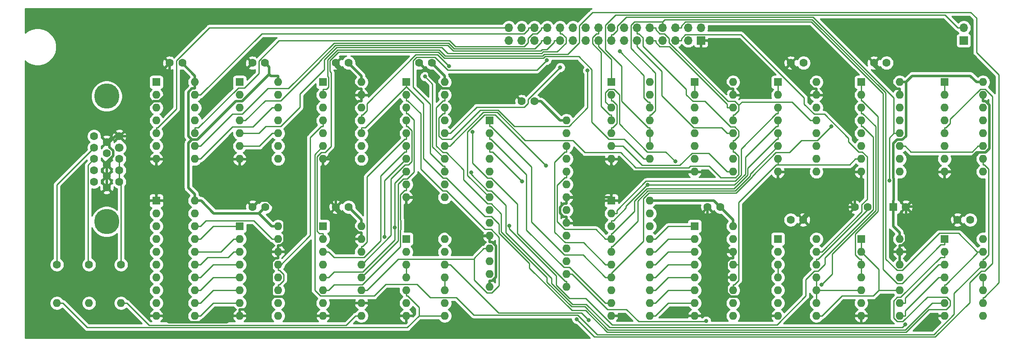
<source format=gbr>
G04 #@! TF.GenerationSoftware,KiCad,Pcbnew,(5.1.5)-3*
G04 #@! TF.CreationDate,2021-11-18T11:10:02+01:00*
G04 #@! TF.ProjectId,VideoRAM,56696465-6f52-4414-9d2e-6b696361645f,rev?*
G04 #@! TF.SameCoordinates,Original*
G04 #@! TF.FileFunction,Copper,L2,Bot*
G04 #@! TF.FilePolarity,Positive*
%FSLAX46Y46*%
G04 Gerber Fmt 4.6, Leading zero omitted, Abs format (unit mm)*
G04 Created by KiCad (PCBNEW (5.1.5)-3) date 2021-11-18 11:10:02*
%MOMM*%
%LPD*%
G04 APERTURE LIST*
%ADD10C,1.600000*%
%ADD11O,1.600000X1.600000*%
%ADD12R,1.600000X1.600000*%
%ADD13R,1.700000X1.700000*%
%ADD14O,1.700000X1.700000*%
%ADD15C,5.000000*%
%ADD16C,1.700000*%
%ADD17C,0.800000*%
%ADD18C,0.250000*%
%ADD19C,0.500000*%
%ADD20C,0.254000*%
G04 APERTURE END LIST*
D10*
X67097500Y-60960000D03*
X69597500Y-60960000D03*
X83502500Y-60960000D03*
X86002500Y-60960000D03*
X100052000Y-60960000D03*
X102552000Y-60960000D03*
D11*
X211772000Y-95885000D03*
X204152000Y-111125000D03*
X211772000Y-98425000D03*
X204152000Y-108585000D03*
X211772000Y-100965000D03*
X204152000Y-106045000D03*
X211772000Y-103505000D03*
X204152000Y-103505000D03*
X211772000Y-106045000D03*
X204152000Y-100965000D03*
X211772000Y-108585000D03*
X204152000Y-98425000D03*
X211772000Y-111125000D03*
D12*
X204152000Y-95885000D03*
D11*
X162242000Y-64770000D03*
X154622000Y-80010000D03*
X162242000Y-67310000D03*
X154622000Y-77470000D03*
X162242000Y-69850000D03*
X154622000Y-74930000D03*
X162242000Y-72390000D03*
X154622000Y-72390000D03*
X162242000Y-74930000D03*
X154622000Y-69850000D03*
X162242000Y-77470000D03*
X154622000Y-67310000D03*
X162242000Y-80010000D03*
D12*
X154622000Y-64770000D03*
D11*
X228282000Y-95885000D03*
X220662000Y-111125000D03*
X228282000Y-98425000D03*
X220662000Y-108585000D03*
X228282000Y-100965000D03*
X220662000Y-106045000D03*
X228282000Y-103505000D03*
X220662000Y-103505000D03*
X228282000Y-106045000D03*
X220662000Y-100965000D03*
X228282000Y-108585000D03*
X220662000Y-98425000D03*
X228282000Y-111125000D03*
D12*
X220662000Y-95885000D03*
D11*
X72072500Y-64770000D03*
X64452500Y-80010000D03*
X72072500Y-67310000D03*
X64452500Y-77470000D03*
X72072500Y-69850000D03*
X64452500Y-74930000D03*
X72072500Y-72390000D03*
X64452500Y-72390000D03*
X72072500Y-74930000D03*
X64452500Y-69850000D03*
X72072500Y-77470000D03*
X64452500Y-67310000D03*
X72072500Y-80010000D03*
D12*
X64452500Y-64770000D03*
D11*
X105092500Y-64770000D03*
X97472500Y-80010000D03*
X105092500Y-67310000D03*
X97472500Y-77470000D03*
X105092500Y-69850000D03*
X97472500Y-74930000D03*
X105092500Y-72390000D03*
X97472500Y-72390000D03*
X105092500Y-74930000D03*
X97472500Y-69850000D03*
X105092500Y-77470000D03*
X97472500Y-67310000D03*
X105092500Y-80010000D03*
D12*
X97472500Y-64770000D03*
D11*
X88582500Y-64770000D03*
X80962500Y-80010000D03*
X88582500Y-67310000D03*
X80962500Y-77470000D03*
X88582500Y-69850000D03*
X80962500Y-74930000D03*
X88582500Y-72390000D03*
X80962500Y-72390000D03*
X88582500Y-74930000D03*
X80962500Y-69850000D03*
X88582500Y-77470000D03*
X80962500Y-67310000D03*
X88582500Y-80010000D03*
D12*
X80962500Y-64770000D03*
D10*
X202922000Y-89535000D03*
X205422000Y-89535000D03*
X213002000Y-89535000D03*
D12*
X210502000Y-89535000D03*
D11*
X195262000Y-64770000D03*
X187642000Y-82550000D03*
X195262000Y-67310000D03*
X187642000Y-80010000D03*
X195262000Y-69850000D03*
X187642000Y-77470000D03*
X195262000Y-72390000D03*
X187642000Y-74930000D03*
X195262000Y-74930000D03*
X187642000Y-72390000D03*
X195262000Y-77470000D03*
X187642000Y-69850000D03*
X195262000Y-80010000D03*
X187642000Y-67310000D03*
X195262000Y-82550000D03*
D12*
X187642000Y-64770000D03*
D11*
X228282000Y-64770000D03*
X220662000Y-82550000D03*
X228282000Y-67310000D03*
X220662000Y-80010000D03*
X228282000Y-69850000D03*
X220662000Y-77470000D03*
X228282000Y-72390000D03*
X220662000Y-74930000D03*
X228282000Y-74930000D03*
X220662000Y-72390000D03*
X228282000Y-77470000D03*
X220662000Y-69850000D03*
X228282000Y-80010000D03*
X220662000Y-67310000D03*
X228282000Y-82550000D03*
D12*
X220662000Y-64770000D03*
D11*
X178752000Y-64770000D03*
X171132000Y-82550000D03*
X178752000Y-67310000D03*
X171132000Y-80010000D03*
X178752000Y-69850000D03*
X171132000Y-77470000D03*
X178752000Y-72390000D03*
X171132000Y-74930000D03*
X178752000Y-74930000D03*
X171132000Y-72390000D03*
X178752000Y-77470000D03*
X171132000Y-69850000D03*
X178752000Y-80010000D03*
X171132000Y-67310000D03*
X178752000Y-82550000D03*
D12*
X171132000Y-64770000D03*
D11*
X211772000Y-64770000D03*
X204152000Y-82550000D03*
X211772000Y-67310000D03*
X204152000Y-80010000D03*
X211772000Y-69850000D03*
X204152000Y-77470000D03*
X211772000Y-72390000D03*
X204152000Y-74930000D03*
X211772000Y-74930000D03*
X204152000Y-72390000D03*
X211772000Y-77470000D03*
X204152000Y-69850000D03*
X211772000Y-80010000D03*
X204152000Y-67310000D03*
X211772000Y-82550000D03*
D12*
X204152000Y-64770000D03*
D11*
X121602000Y-64770000D03*
X113982000Y-87630000D03*
X121602000Y-67310000D03*
X113982000Y-85090000D03*
X121602000Y-69850000D03*
X113982000Y-82550000D03*
X121602000Y-72390000D03*
X113982000Y-80010000D03*
X121602000Y-74930000D03*
X113982000Y-77470000D03*
X121602000Y-77470000D03*
X113982000Y-74930000D03*
X121602000Y-80010000D03*
X113982000Y-72390000D03*
X121602000Y-82550000D03*
X113982000Y-69850000D03*
X121602000Y-85090000D03*
X113982000Y-67310000D03*
X121602000Y-87630000D03*
D12*
X113982000Y-64770000D03*
D11*
X105092500Y-93345000D03*
X97472500Y-111125000D03*
X105092500Y-95885000D03*
X97472500Y-108585000D03*
X105092500Y-98425000D03*
X97472500Y-106045000D03*
X105092500Y-100965000D03*
X97472500Y-103505000D03*
X105092500Y-103505000D03*
X97472500Y-100965000D03*
X105092500Y-106045000D03*
X97472500Y-98425000D03*
X105092500Y-108585000D03*
X97472500Y-95885000D03*
X105092500Y-111125000D03*
D12*
X97472500Y-93345000D03*
D11*
X145732000Y-72390000D03*
X130492000Y-105410000D03*
X145732000Y-74930000D03*
X130492000Y-102870000D03*
X145732000Y-77470000D03*
X130492000Y-100330000D03*
X145732000Y-80010000D03*
X130492000Y-97790000D03*
X145732000Y-82550000D03*
X130492000Y-95250000D03*
X145732000Y-85090000D03*
X130492000Y-92710000D03*
X145732000Y-87630000D03*
X130492000Y-90170000D03*
X145732000Y-90170000D03*
X130492000Y-87630000D03*
X145732000Y-92710000D03*
X130492000Y-85090000D03*
X145732000Y-95250000D03*
X130492000Y-82550000D03*
X145732000Y-97790000D03*
X130492000Y-80010000D03*
X145732000Y-100330000D03*
X130492000Y-77470000D03*
X145732000Y-102870000D03*
X130492000Y-74930000D03*
X145732000Y-105410000D03*
D12*
X130492000Y-72390000D03*
D11*
X162242000Y-88265000D03*
X154622000Y-111125000D03*
X162242000Y-90805000D03*
X154622000Y-108585000D03*
X162242000Y-93345000D03*
X154622000Y-106045000D03*
X162242000Y-95885000D03*
X154622000Y-103505000D03*
X162242000Y-98425000D03*
X154622000Y-100965000D03*
X162242000Y-100965000D03*
X154622000Y-98425000D03*
X162242000Y-103505000D03*
X154622000Y-95885000D03*
X162242000Y-106045000D03*
X154622000Y-93345000D03*
X162242000Y-108585000D03*
X154622000Y-90805000D03*
X162242000Y-111125000D03*
D12*
X154622000Y-88265000D03*
D11*
X72072500Y-88265000D03*
X64452500Y-111125000D03*
X72072500Y-90805000D03*
X64452500Y-108585000D03*
X72072500Y-93345000D03*
X64452500Y-106045000D03*
X72072500Y-95885000D03*
X64452500Y-103505000D03*
X72072500Y-98425000D03*
X64452500Y-100965000D03*
X72072500Y-100965000D03*
X64452500Y-98425000D03*
X72072500Y-103505000D03*
X64452500Y-95885000D03*
X72072500Y-106045000D03*
X64452500Y-93345000D03*
X72072500Y-108585000D03*
X64452500Y-90805000D03*
X72072500Y-111125000D03*
D12*
X64452500Y-88265000D03*
D11*
X121602000Y-95885000D03*
X113982000Y-111125000D03*
X121602000Y-98425000D03*
X113982000Y-108585000D03*
X121602000Y-100965000D03*
X113982000Y-106045000D03*
X121602000Y-103505000D03*
X113982000Y-103505000D03*
X121602000Y-106045000D03*
X113982000Y-100965000D03*
X121602000Y-108585000D03*
X113982000Y-98425000D03*
X121602000Y-111125000D03*
D12*
X113982000Y-95885000D03*
D11*
X178752000Y-93345000D03*
X171132000Y-111125000D03*
X178752000Y-95885000D03*
X171132000Y-108585000D03*
X178752000Y-98425000D03*
X171132000Y-106045000D03*
X178752000Y-100965000D03*
X171132000Y-103505000D03*
X178752000Y-103505000D03*
X171132000Y-100965000D03*
X178752000Y-106045000D03*
X171132000Y-98425000D03*
X178752000Y-108585000D03*
X171132000Y-95885000D03*
X178752000Y-111125000D03*
D12*
X171132000Y-93345000D03*
D11*
X88582500Y-93345000D03*
X80962500Y-111125000D03*
X88582500Y-95885000D03*
X80962500Y-108585000D03*
X88582500Y-98425000D03*
X80962500Y-106045000D03*
X88582500Y-100965000D03*
X80962500Y-103505000D03*
X88582500Y-103505000D03*
X80962500Y-100965000D03*
X88582500Y-106045000D03*
X80962500Y-98425000D03*
X88582500Y-108585000D03*
X80962500Y-95885000D03*
X88582500Y-111125000D03*
D12*
X80962500Y-93345000D03*
D11*
X195262000Y-95885000D03*
X187642000Y-111125000D03*
X195262000Y-98425000D03*
X187642000Y-108585000D03*
X195262000Y-100965000D03*
X187642000Y-106045000D03*
X195262000Y-103505000D03*
X187642000Y-103505000D03*
X195262000Y-106045000D03*
X187642000Y-100965000D03*
X195262000Y-108585000D03*
X187642000Y-98425000D03*
X195262000Y-111125000D03*
D12*
X187642000Y-95885000D03*
D13*
X224472000Y-56515000D03*
D14*
X224472000Y-53975000D03*
D10*
X116562000Y-60960000D03*
X119062000Y-60960000D03*
X100052000Y-89535000D03*
X102552000Y-89535000D03*
X173712000Y-89535000D03*
X176212000Y-89535000D03*
X83542500Y-89535000D03*
X86042500Y-89535000D03*
X190222000Y-60960000D03*
X192722000Y-60960000D03*
X136882000Y-68580000D03*
X139382000Y-68580000D03*
X223242000Y-92075000D03*
X225742000Y-92075000D03*
X192682000Y-92075000D03*
X190182000Y-92075000D03*
X206692000Y-60960000D03*
X209192000Y-60960000D03*
D11*
X51117500Y-108585000D03*
D10*
X51117500Y-100965000D03*
D11*
X44767500Y-108585000D03*
D10*
X44767500Y-100965000D03*
D11*
X57467500Y-108585000D03*
D10*
X57467500Y-100965000D03*
D15*
X54622500Y-67560000D03*
X54622500Y-92460000D03*
D10*
X54622500Y-81135000D03*
X54622500Y-76635000D03*
X54622500Y-78885000D03*
X54622500Y-83385000D03*
X54622500Y-85635000D03*
X52122500Y-80010000D03*
X52122500Y-75510000D03*
X52122500Y-77760000D03*
X52122500Y-82260000D03*
X52122500Y-84510000D03*
X57122500Y-75510000D03*
D16*
X57122500Y-77760000D03*
D10*
X57122500Y-84510000D03*
X57122500Y-82260000D03*
X57122500Y-80010000D03*
D14*
X134302000Y-53975000D03*
X134302000Y-56515000D03*
X136842000Y-53975000D03*
X136842000Y-56515000D03*
X139382000Y-53975000D03*
X139382000Y-56515000D03*
X141922000Y-53975000D03*
X141922000Y-56515000D03*
X144462000Y-53975000D03*
X144462000Y-56515000D03*
X147002000Y-53975000D03*
X147002000Y-56515000D03*
X149542000Y-53975000D03*
X149542000Y-56515000D03*
X152082000Y-53975000D03*
X152082000Y-56515000D03*
X154622000Y-53975000D03*
X154622000Y-56515000D03*
X157162000Y-53975000D03*
X157162000Y-56515000D03*
X159702000Y-53975000D03*
X159702000Y-56515000D03*
X162242000Y-53975000D03*
X162242000Y-56515000D03*
X164782000Y-53975000D03*
X164782000Y-56515000D03*
X167322000Y-53975000D03*
X167322000Y-56515000D03*
X169862000Y-53975000D03*
X169862000Y-56515000D03*
X172402000Y-53975000D03*
D13*
X172402000Y-56515000D03*
D17*
X156296100Y-58642100D03*
X209730100Y-84317000D03*
X141824300Y-60405300D03*
X117695300Y-63639600D03*
X144515300Y-61848300D03*
X149914100Y-62473900D03*
X122485500Y-61620800D03*
X212913400Y-112794300D03*
X126830300Y-82673800D03*
X134436900Y-93283900D03*
X196305000Y-104919600D03*
X141724200Y-81363600D03*
X136955900Y-84439500D03*
X147748100Y-111783300D03*
X198256000Y-73553000D03*
X161832900Y-85149500D03*
X167353800Y-80518200D03*
X111699500Y-93580900D03*
X109677100Y-95436900D03*
X173453300Y-112156100D03*
X127142300Y-74674700D03*
X150143200Y-111977200D03*
D18*
X64452500Y-74930000D02*
X64452500Y-73804700D01*
X134302000Y-53975000D02*
X74986400Y-53975000D01*
X74986400Y-53975000D02*
X68463800Y-60497600D01*
X68463800Y-60497600D02*
X68463800Y-70074700D01*
X68463800Y-70074700D02*
X64733800Y-73804700D01*
X64733800Y-73804700D02*
X64452500Y-73804700D01*
X72072500Y-67310000D02*
X73197800Y-67310000D01*
X139382000Y-53975000D02*
X138206700Y-53975000D01*
X138206700Y-53975000D02*
X138206700Y-54342400D01*
X138206700Y-54342400D02*
X137398800Y-55150300D01*
X137398800Y-55150300D02*
X85357500Y-55150300D01*
X85357500Y-55150300D02*
X73197800Y-67310000D01*
X72072500Y-73804700D02*
X72792900Y-73804700D01*
X72792900Y-73804700D02*
X80702200Y-65895400D01*
X80702200Y-65895400D02*
X81922200Y-65895400D01*
X81922200Y-65895400D02*
X84752500Y-63065100D01*
X84752500Y-63065100D02*
X84752500Y-60548500D01*
X84752500Y-60548500D02*
X88747000Y-56554000D01*
X88747000Y-56554000D02*
X122562200Y-56554000D01*
X122562200Y-56554000D02*
X123698500Y-57690300D01*
X123698500Y-57690300D02*
X137382700Y-57690300D01*
X137382700Y-57690300D02*
X138112000Y-56961000D01*
X138112000Y-56961000D02*
X138112000Y-56120800D01*
X138112000Y-56120800D02*
X139082500Y-55150300D01*
X139082500Y-55150300D02*
X139938800Y-55150300D01*
X139938800Y-55150300D02*
X140746700Y-54342400D01*
X140746700Y-54342400D02*
X140746700Y-53975000D01*
X72072500Y-74930000D02*
X72072500Y-73804700D01*
X141922000Y-53975000D02*
X140746700Y-53975000D01*
X140746700Y-56515000D02*
X140746700Y-56882400D01*
X140746700Y-56882400D02*
X139488500Y-58140600D01*
X139488500Y-58140600D02*
X123511900Y-58140600D01*
X123511900Y-58140600D02*
X122375600Y-57004300D01*
X122375600Y-57004300D02*
X99701700Y-57004300D01*
X99701700Y-57004300D02*
X90666000Y-66040000D01*
X90666000Y-66040000D02*
X86572700Y-66040000D01*
X86572700Y-66040000D02*
X81492700Y-71120000D01*
X81492700Y-71120000D02*
X79547800Y-71120000D01*
X79547800Y-71120000D02*
X73197800Y-77470000D01*
X72072500Y-77470000D02*
X73197800Y-77470000D01*
X141922000Y-56515000D02*
X140746700Y-56515000D01*
X144462000Y-55150300D02*
X144829300Y-55150300D01*
X144829300Y-55150300D02*
X145642100Y-55963100D01*
X145642100Y-55963100D02*
X145642100Y-57042000D01*
X145642100Y-57042000D02*
X143922800Y-58761300D01*
X143922800Y-58761300D02*
X141132500Y-58761300D01*
X141132500Y-58761300D02*
X140798300Y-59095500D01*
X140798300Y-59095500D02*
X122237500Y-59095500D01*
X122237500Y-59095500D02*
X121060300Y-57918300D01*
X121060300Y-57918300D02*
X100160700Y-57918300D01*
X100160700Y-57918300D02*
X97760700Y-60318300D01*
X97760700Y-60318300D02*
X97760700Y-62263300D01*
X97760700Y-62263300D02*
X92882200Y-67141800D01*
X92882200Y-67141800D02*
X92882200Y-69760800D01*
X92882200Y-69760800D02*
X89127600Y-73515400D01*
X89127600Y-73515400D02*
X86172700Y-73515400D01*
X86172700Y-73515400D02*
X84758100Y-74930000D01*
X84758100Y-74930000D02*
X80962500Y-74930000D01*
X144462000Y-53975000D02*
X144462000Y-55150300D01*
X143286700Y-56515000D02*
X143286700Y-56882400D01*
X143286700Y-56882400D02*
X141858100Y-58311000D01*
X141858100Y-58311000D02*
X140945900Y-58311000D01*
X140945900Y-58311000D02*
X140664000Y-58592900D01*
X140664000Y-58592900D02*
X123327300Y-58592900D01*
X123327300Y-58592900D02*
X122189500Y-57455100D01*
X122189500Y-57455100D02*
X99977500Y-57455100D01*
X99977500Y-57455100D02*
X96777400Y-60655200D01*
X96777400Y-60655200D02*
X96777400Y-60744900D01*
X96777400Y-60744900D02*
X89086900Y-68435400D01*
X89086900Y-68435400D02*
X86042400Y-68435400D01*
X86042400Y-68435400D02*
X82087800Y-72390000D01*
X144462000Y-56515000D02*
X143286700Y-56515000D01*
X80962500Y-72390000D02*
X82087800Y-72390000D01*
X162242000Y-69850000D02*
X162242000Y-68724700D01*
X156296100Y-58642100D02*
X161116700Y-63462700D01*
X161116700Y-63462700D02*
X161116700Y-67880800D01*
X161116700Y-67880800D02*
X161960600Y-68724700D01*
X161960600Y-68724700D02*
X162242000Y-68724700D01*
X154622000Y-72390000D02*
X154622000Y-71264700D01*
X152082000Y-53975000D02*
X152082000Y-55150300D01*
X152082000Y-55150300D02*
X151714700Y-55150300D01*
X151714700Y-55150300D02*
X150898900Y-55966100D01*
X150898900Y-55966100D02*
X150898900Y-57144100D01*
X150898900Y-57144100D02*
X152624900Y-58870100D01*
X152624900Y-58870100D02*
X152624900Y-69548900D01*
X152624900Y-69548900D02*
X154340700Y-71264700D01*
X154340700Y-71264700D02*
X154622000Y-71264700D01*
X152082000Y-57690300D02*
X154622000Y-60230300D01*
X154622000Y-60230300D02*
X154622000Y-63644700D01*
X154622000Y-64770000D02*
X154622000Y-63644700D01*
X152082000Y-56515000D02*
X152082000Y-57690300D01*
X227269300Y-77470000D02*
X226144000Y-78595300D01*
X226144000Y-78595300D02*
X214022600Y-78595300D01*
X214022600Y-78595300D02*
X212897300Y-77470000D01*
X228282000Y-77470000D02*
X227269300Y-77470000D01*
X212334700Y-77470000D02*
X211772000Y-77470000D01*
X212334700Y-77470000D02*
X212897300Y-77470000D01*
X154622000Y-56515000D02*
X154622000Y-55339700D01*
X154622000Y-55339700D02*
X154989400Y-55339700D01*
X154989400Y-55339700D02*
X155797300Y-54531800D01*
X155797300Y-54531800D02*
X155797300Y-53677500D01*
X155797300Y-53677500D02*
X157593900Y-51880900D01*
X157593900Y-51880900D02*
X194631600Y-51880900D01*
X194631600Y-51880900D02*
X210646700Y-67896000D01*
X210646700Y-67896000D02*
X210646700Y-74930000D01*
X211772000Y-74930000D02*
X210646700Y-74930000D01*
X210646700Y-74930000D02*
X209730100Y-75846600D01*
X209730100Y-75846600D02*
X209730100Y-84317000D01*
X121602000Y-81424700D02*
X121320700Y-81424700D01*
X121320700Y-81424700D02*
X118732400Y-78836400D01*
X118732400Y-78836400D02*
X118732400Y-69119400D01*
X118732400Y-69119400D02*
X115385300Y-65772300D01*
X115385300Y-65772300D02*
X115385300Y-60483200D01*
X115385300Y-60483200D02*
X116051100Y-59817400D01*
X116051100Y-59817400D02*
X119656400Y-59817400D01*
X119656400Y-59817400D02*
X122185100Y-62346100D01*
X122185100Y-62346100D02*
X139883500Y-62346100D01*
X139883500Y-62346100D02*
X141824300Y-60405300D01*
X121602000Y-82550000D02*
X121602000Y-81424700D01*
X121602000Y-80010000D02*
X119182800Y-77590800D01*
X119182800Y-77590800D02*
X119182800Y-65127100D01*
X119182800Y-65127100D02*
X117695300Y-63639600D01*
X178752000Y-77470000D02*
X178752000Y-76344700D01*
X159702000Y-53975000D02*
X159702000Y-55150300D01*
X159702000Y-55150300D02*
X160069400Y-55150300D01*
X160069400Y-55150300D02*
X160877300Y-55958200D01*
X160877300Y-55958200D02*
X160877300Y-57595700D01*
X160877300Y-57595700D02*
X169497000Y-66215400D01*
X169497000Y-66215400D02*
X169497000Y-67280600D01*
X169497000Y-67280600D02*
X170796400Y-68580000D01*
X170796400Y-68580000D02*
X173141800Y-68580000D01*
X173141800Y-68580000D02*
X178221800Y-73660000D01*
X178221800Y-73660000D02*
X179075400Y-73660000D01*
X179075400Y-73660000D02*
X179877300Y-74461900D01*
X179877300Y-74461900D02*
X179877300Y-75500800D01*
X179877300Y-75500800D02*
X179033400Y-76344700D01*
X179033400Y-76344700D02*
X178752000Y-76344700D01*
X178752000Y-77470000D02*
X178752000Y-78595300D01*
X178752000Y-78595300D02*
X179033300Y-78595300D01*
X179033300Y-78595300D02*
X179898200Y-79460200D01*
X179898200Y-79460200D02*
X179898200Y-83038400D01*
X179898200Y-83038400D02*
X179255100Y-83681500D01*
X179255100Y-83681500D02*
X176355100Y-83681500D01*
X176355100Y-83681500D02*
X174069200Y-81395600D01*
X174069200Y-81395600D02*
X170344600Y-81395600D01*
X170344600Y-81395600D02*
X169982700Y-81757500D01*
X169982700Y-81757500D02*
X159503900Y-81757500D01*
X159503900Y-81757500D02*
X156486400Y-78740000D01*
X156486400Y-78740000D02*
X149409800Y-78740000D01*
X149409800Y-78740000D02*
X147014500Y-76344700D01*
X147014500Y-76344700D02*
X137579400Y-76344700D01*
X137579400Y-76344700D02*
X132021800Y-70787100D01*
X132021800Y-70787100D02*
X129266200Y-70787100D01*
X129266200Y-70787100D02*
X122727300Y-77326000D01*
X122727300Y-77326000D02*
X122727300Y-77470000D01*
X121602000Y-77470000D02*
X122727300Y-77470000D01*
X159702000Y-57690300D02*
X164610300Y-62598600D01*
X164610300Y-62598600D02*
X164610300Y-67462200D01*
X164610300Y-67462200D02*
X170952800Y-73804700D01*
X170952800Y-73804700D02*
X176501400Y-73804700D01*
X176501400Y-73804700D02*
X177626700Y-74930000D01*
X178752000Y-74930000D02*
X177626700Y-74930000D01*
X159702000Y-56515000D02*
X159702000Y-57690300D01*
X122727300Y-74930000D02*
X127947500Y-69709800D01*
X127947500Y-69709800D02*
X137367400Y-69709800D01*
X137367400Y-69709800D02*
X138132000Y-68945200D01*
X138132000Y-68945200D02*
X138132000Y-68231600D01*
X138132000Y-68231600D02*
X144515300Y-61848300D01*
X121602000Y-74930000D02*
X122727300Y-74930000D01*
X162242000Y-53975000D02*
X163417300Y-53975000D01*
X195262000Y-72390000D02*
X194136700Y-72390000D01*
X179877300Y-69323100D02*
X179877300Y-70420800D01*
X179877300Y-70420800D02*
X179033400Y-71264700D01*
X179033400Y-71264700D02*
X178752000Y-71264700D01*
X163417300Y-53975000D02*
X163417300Y-54342400D01*
X163417300Y-54342400D02*
X164225200Y-55150300D01*
X164225200Y-55150300D02*
X165118300Y-55150300D01*
X165118300Y-55150300D02*
X166052000Y-56084000D01*
X166052000Y-56084000D02*
X166052000Y-56907300D01*
X166052000Y-56907300D02*
X177724700Y-68580000D01*
X177724700Y-68580000D02*
X179134200Y-68580000D01*
X179134200Y-68580000D02*
X179877300Y-69323100D01*
X194136700Y-72390000D02*
X190419600Y-68672900D01*
X190419600Y-68672900D02*
X180527500Y-68672900D01*
X180527500Y-68672900D02*
X179877300Y-69323100D01*
X178752000Y-72390000D02*
X178752000Y-71264700D01*
X178752000Y-69850000D02*
X177626700Y-69850000D01*
X162242000Y-56515000D02*
X163417300Y-56515000D01*
X163417300Y-56515000D02*
X163417300Y-56882400D01*
X163417300Y-56882400D02*
X164225200Y-57690300D01*
X164225200Y-57690300D02*
X166170300Y-57690300D01*
X166170300Y-57690300D02*
X177626700Y-69146700D01*
X177626700Y-69146700D02*
X177626700Y-69850000D01*
X149914100Y-62473900D02*
X149914100Y-69832800D01*
X149914100Y-69832800D02*
X146225100Y-73521800D01*
X146225100Y-73521800D02*
X135393400Y-73521800D01*
X135393400Y-73521800D02*
X132208400Y-70336800D01*
X132208400Y-70336800D02*
X128632200Y-70336800D01*
X128632200Y-70336800D02*
X122859500Y-76109500D01*
X122859500Y-76109500D02*
X121110400Y-76109500D01*
X121110400Y-76109500D02*
X120476700Y-75475800D01*
X120476700Y-75475800D02*
X120476700Y-71819200D01*
X120476700Y-71819200D02*
X121320600Y-70975300D01*
X121320600Y-70975300D02*
X121602000Y-70975300D01*
X121602000Y-69850000D02*
X121602000Y-70975300D01*
X164782000Y-52799700D02*
X159200200Y-52799700D01*
X159200200Y-52799700D02*
X158520900Y-53479000D01*
X158520900Y-53479000D02*
X158520900Y-58076400D01*
X158520900Y-58076400D02*
X163367300Y-62922800D01*
X163367300Y-62922800D02*
X163367300Y-70420800D01*
X163367300Y-70420800D02*
X162523400Y-71264700D01*
X162523400Y-71264700D02*
X162242000Y-71264700D01*
X227156700Y-98425000D02*
X223479800Y-94748100D01*
X223479800Y-94748100D02*
X219637400Y-94748100D01*
X219637400Y-94748100D02*
X212273100Y-102112400D01*
X212273100Y-102112400D02*
X211256100Y-102112400D01*
X211256100Y-102112400D02*
X209004800Y-99861100D01*
X209004800Y-99861100D02*
X209004800Y-66891000D01*
X209004800Y-66891000D02*
X194456300Y-52342500D01*
X194456300Y-52342500D02*
X165239200Y-52342500D01*
X165239200Y-52342500D02*
X164782000Y-52799700D01*
X164782000Y-53975000D02*
X164782000Y-52799700D01*
X162242000Y-72390000D02*
X162242000Y-71264700D01*
X220662000Y-106045000D02*
X220662000Y-104919700D01*
X220662000Y-104919700D02*
X220943300Y-104919700D01*
X220943300Y-104919700D02*
X227156700Y-98706300D01*
X227156700Y-98706300D02*
X227156700Y-98425000D01*
X228282000Y-98425000D02*
X227156700Y-98425000D01*
X105092500Y-71264700D02*
X105373900Y-71264700D01*
X105373900Y-71264700D02*
X106217800Y-70420800D01*
X106217800Y-70420800D02*
X106217800Y-69013800D01*
X106217800Y-69013800D02*
X115905100Y-59326500D01*
X115905100Y-59326500D02*
X120191200Y-59326500D01*
X120191200Y-59326500D02*
X122485500Y-61620800D01*
X105092500Y-72390000D02*
X105092500Y-71264700D01*
X168497300Y-53975000D02*
X168497300Y-53607700D01*
X168497300Y-53607700D02*
X169312200Y-52792800D01*
X169312200Y-52792800D02*
X194269700Y-52792800D01*
X194269700Y-52792800D02*
X208530400Y-67053500D01*
X208530400Y-67053500D02*
X208530400Y-101889800D01*
X208530400Y-101889800D02*
X211307700Y-104667100D01*
X211307700Y-104667100D02*
X212257200Y-104667100D01*
X212257200Y-104667100D02*
X219914000Y-97010300D01*
X219914000Y-97010300D02*
X220662000Y-97010300D01*
X220662000Y-95885000D02*
X220662000Y-97010300D01*
X167322000Y-53975000D02*
X168497300Y-53975000D01*
D19*
X210502000Y-89535000D02*
X210502000Y-88284700D01*
X210502000Y-88284700D02*
X210580400Y-88206300D01*
X210580400Y-88206300D02*
X210580400Y-83886300D01*
X210580400Y-83886300D02*
X210502000Y-83807900D01*
X210502000Y-83807900D02*
X210502000Y-76967700D01*
X210502000Y-76967700D02*
X211269600Y-76200100D01*
X211269600Y-76200100D02*
X212282600Y-76200100D01*
X212282600Y-76200100D02*
X213022300Y-75460400D01*
X213022300Y-75460400D02*
X213022300Y-64770000D01*
X145732000Y-72390000D02*
X144481700Y-72390000D01*
X139382000Y-68580000D02*
X140671700Y-68580000D01*
X140671700Y-68580000D02*
X144481700Y-72390000D01*
X71489800Y-76200000D02*
X70812700Y-76877100D01*
X70812700Y-76877100D02*
X70812700Y-85754900D01*
X70812700Y-85754900D02*
X72072500Y-87014700D01*
X86836900Y-63210200D02*
X81467100Y-68580000D01*
X81467100Y-68580000D02*
X80222700Y-68580000D01*
X80222700Y-68580000D02*
X72602700Y-76200000D01*
X72602700Y-76200000D02*
X71489800Y-76200000D01*
X71489800Y-76200000D02*
X70782900Y-75493100D01*
X70782900Y-75493100D02*
X70782900Y-66766000D01*
X70782900Y-66766000D02*
X71528600Y-66020300D01*
X71528600Y-66020300D02*
X72072500Y-66020300D01*
X72072500Y-64770000D02*
X72072500Y-66020300D01*
X72072500Y-88265000D02*
X72072500Y-87014700D01*
X86002500Y-60960000D02*
X86836900Y-61794400D01*
X86836900Y-61794400D02*
X86836900Y-63210200D01*
X86836900Y-63210200D02*
X87146400Y-63519700D01*
X87146400Y-63519700D02*
X88582500Y-63519700D01*
X72072500Y-88265000D02*
X73322800Y-88265000D01*
X213022300Y-64770000D02*
X214272700Y-63519600D01*
X214272700Y-63519600D02*
X225781300Y-63519600D01*
X225781300Y-63519600D02*
X227031700Y-64770000D01*
X211772000Y-94634700D02*
X210502000Y-93364700D01*
X210502000Y-93364700D02*
X210502000Y-89535000D01*
X228282000Y-64770000D02*
X227031700Y-64770000D01*
X211772000Y-64770000D02*
X213022300Y-64770000D01*
X88582500Y-64770000D02*
X88582500Y-63519700D01*
X211772000Y-95885000D02*
X211772000Y-94634700D01*
X162242000Y-88265000D02*
X163492300Y-88265000D01*
X163492300Y-88265000D02*
X174942000Y-88265000D01*
X174942000Y-88265000D02*
X176212000Y-89535000D01*
X176212000Y-89535000D02*
X178752000Y-92075000D01*
X178752000Y-92075000D02*
X178752000Y-92094700D01*
X72072500Y-64770000D02*
X72072500Y-63519700D01*
X105092500Y-92094700D02*
X102552000Y-89554200D01*
X102552000Y-89554200D02*
X102552000Y-89535000D01*
X72072500Y-63519700D02*
X69597500Y-61044700D01*
X69597500Y-61044700D02*
X69597500Y-60960000D01*
X105092500Y-64770000D02*
X105092500Y-63519700D01*
X105092500Y-63519700D02*
X102552000Y-60979200D01*
X102552000Y-60979200D02*
X102552000Y-60960000D01*
X105092500Y-93345000D02*
X105092500Y-92094700D01*
X178752000Y-93345000D02*
X178752000Y-92094700D01*
X84782400Y-90795100D02*
X86042500Y-89535000D01*
X73322800Y-88265000D02*
X75853000Y-90795200D01*
X75853000Y-90795200D02*
X84782300Y-90795200D01*
X84782300Y-90795200D02*
X84782400Y-90795100D01*
X87332200Y-93345000D02*
X84782400Y-90795100D01*
X88582500Y-93345000D02*
X87332200Y-93345000D01*
X121602000Y-64770000D02*
X121602000Y-63519700D01*
X121602000Y-63519700D02*
X119062000Y-60979700D01*
X119062000Y-60979700D02*
X119062000Y-60960000D01*
X211772000Y-67310000D02*
X211772000Y-66059700D01*
X206692000Y-60960000D02*
X206692000Y-61523600D01*
X206692000Y-61523600D02*
X211228100Y-66059700D01*
X211228100Y-66059700D02*
X211772000Y-66059700D01*
X130492000Y-95250000D02*
X130492000Y-96500300D01*
X130492000Y-96500300D02*
X131039000Y-96500300D01*
X131039000Y-96500300D02*
X131781600Y-97242900D01*
X131781600Y-97242900D02*
X131781600Y-103414000D01*
X131781600Y-103414000D02*
X131035900Y-104159700D01*
X131035900Y-104159700D02*
X130492000Y-104159700D01*
X115232300Y-87630000D02*
X122852300Y-95250000D01*
X122852300Y-95250000D02*
X130492000Y-95250000D01*
X130492000Y-105410000D02*
X130492000Y-104159700D01*
X202922000Y-89535000D02*
X202922000Y-85030300D01*
X202922000Y-85030300D02*
X204152000Y-83800300D01*
X204152000Y-82550000D02*
X204152000Y-83800300D01*
X202922000Y-89535000D02*
X194626200Y-89535000D01*
X194626200Y-89535000D02*
X194001500Y-90159700D01*
X228282000Y-67310000D02*
X228282000Y-68560300D01*
X228282000Y-68560300D02*
X228829000Y-68560300D01*
X228829000Y-68560300D02*
X229575500Y-69306800D01*
X229575500Y-69306800D02*
X229575500Y-77953100D01*
X229575500Y-77953100D02*
X228788600Y-78740000D01*
X228788600Y-78740000D02*
X227012000Y-78740000D01*
X227012000Y-78740000D02*
X223202000Y-82550000D01*
X223202000Y-82550000D02*
X220662000Y-82550000D01*
X171132000Y-111125000D02*
X172382300Y-111125000D01*
X177501700Y-106594800D02*
X177501700Y-103505000D01*
X186391700Y-111125000D02*
X182581700Y-107315000D01*
X182581700Y-107315000D02*
X178221900Y-107315000D01*
X178221900Y-107315000D02*
X177501700Y-106594800D01*
X172382300Y-111125000D02*
X176912500Y-106594800D01*
X176912500Y-106594800D02*
X177501700Y-106594800D01*
X187642000Y-111125000D02*
X186391700Y-111125000D01*
X136882000Y-68580000D02*
X134341900Y-66039900D01*
X134341900Y-66039900D02*
X121093800Y-66039900D01*
X121093800Y-66039900D02*
X118545600Y-63491700D01*
X118545600Y-63491700D02*
X118545600Y-62943600D01*
X118545600Y-62943600D02*
X116562000Y-60960000D01*
X178752000Y-99050100D02*
X173712000Y-94010100D01*
X173712000Y-94010100D02*
X173712000Y-89535000D01*
X178752000Y-99050100D02*
X178752000Y-99675300D01*
X178752000Y-98425000D02*
X178752000Y-99050100D01*
X177501700Y-103505000D02*
X177501700Y-100381700D01*
X177501700Y-100381700D02*
X178208100Y-99675300D01*
X178208100Y-99675300D02*
X178752000Y-99675300D01*
X178752000Y-103505000D02*
X177501700Y-103505000D01*
X154622000Y-87639800D02*
X154612200Y-87630000D01*
X154612200Y-87630000D02*
X146982300Y-87630000D01*
X145732000Y-87630000D02*
X145732000Y-88880300D01*
X145732000Y-92710000D02*
X145732000Y-91459700D01*
X145732000Y-91459700D02*
X145185000Y-91459700D01*
X145185000Y-91459700D02*
X144442400Y-90717100D01*
X144442400Y-90717100D02*
X144442400Y-89626000D01*
X144442400Y-89626000D02*
X145188100Y-88880300D01*
X145188100Y-88880300D02*
X145732000Y-88880300D01*
X145732000Y-87630000D02*
X146982300Y-87630000D01*
X154622000Y-87639800D02*
X154622000Y-87014700D01*
X154622000Y-88265000D02*
X154622000Y-87639800D01*
X220662000Y-89495000D02*
X223242000Y-92075000D01*
X220662000Y-82550000D02*
X220662000Y-89495000D01*
X220662000Y-89495000D02*
X213161200Y-89495000D01*
X213161200Y-89495000D02*
X213061600Y-89594600D01*
X213061600Y-89594600D02*
X213061600Y-96429000D01*
X213061600Y-96429000D02*
X212315900Y-97174700D01*
X212315900Y-97174700D02*
X211772000Y-97174700D01*
X213002000Y-89535000D02*
X213061600Y-89594600D01*
X211772000Y-98425000D02*
X211772000Y-97174700D01*
X194001500Y-90159700D02*
X192682000Y-91479200D01*
X192682000Y-91479200D02*
X192682000Y-92075000D01*
X155892000Y-82550000D02*
X169881700Y-82550000D01*
X154622000Y-80010000D02*
X154622000Y-81280000D01*
X154622000Y-81280000D02*
X155892000Y-82550000D01*
X155892000Y-82550000D02*
X154622000Y-83820000D01*
X154622000Y-83820000D02*
X154622000Y-87014700D01*
X113982000Y-87630000D02*
X115232300Y-87630000D01*
X105092500Y-108585000D02*
X106342800Y-108585000D01*
X106342800Y-108585000D02*
X108882800Y-111125000D01*
X108882800Y-111125000D02*
X113982000Y-111125000D01*
X104467400Y-108585000D02*
X105092500Y-108585000D01*
X105092500Y-95885000D02*
X105092500Y-94634700D01*
X100052000Y-89535000D02*
X100052000Y-90138100D01*
X100052000Y-90138100D02*
X104548600Y-94634700D01*
X104548600Y-94634700D02*
X105092500Y-94634700D01*
X97472500Y-81260300D02*
X100052000Y-83839800D01*
X100052000Y-83839800D02*
X100052000Y-89535000D01*
X87291200Y-107315000D02*
X92412200Y-107315000D01*
X92412200Y-107315000D02*
X96222200Y-111125000D01*
X80962500Y-109874700D02*
X84731500Y-109874700D01*
X84731500Y-109874700D02*
X87291200Y-107315000D01*
X88582500Y-99675300D02*
X88035400Y-99675300D01*
X88035400Y-99675300D02*
X87291200Y-100419500D01*
X87291200Y-100419500D02*
X87291200Y-107315000D01*
X97472500Y-111125000D02*
X96222200Y-111125000D01*
X88582500Y-98425000D02*
X88582500Y-97174700D01*
X80962500Y-111125000D02*
X80962500Y-109874700D01*
X88582500Y-98425000D02*
X88582500Y-99675300D01*
X84812300Y-88265200D02*
X86541000Y-88265200D01*
X86541000Y-88265200D02*
X89839800Y-91564000D01*
X89839800Y-91564000D02*
X89839800Y-96461300D01*
X89839800Y-96461300D02*
X89126400Y-97174700D01*
X89126400Y-97174700D02*
X88582500Y-97174700D01*
X84812300Y-88265200D02*
X83542500Y-89535000D01*
X80962500Y-80010000D02*
X80962500Y-84415400D01*
X80962500Y-84415400D02*
X84812300Y-88265200D01*
X97472500Y-111125000D02*
X98722800Y-111125000D01*
X98722800Y-111125000D02*
X101302200Y-111125000D01*
X101302200Y-111125000D02*
X103842200Y-108585000D01*
X97472500Y-80635100D02*
X101735800Y-76371800D01*
X101735800Y-76371800D02*
X101735800Y-71373100D01*
X101735800Y-71373100D02*
X104548600Y-68560300D01*
X104548600Y-68560300D02*
X105092500Y-68560300D01*
X171132000Y-82550000D02*
X169881700Y-82550000D01*
X187642000Y-83800300D02*
X194001500Y-90159700D01*
X187642000Y-82550000D02*
X187642000Y-83800300D01*
X58702200Y-75510000D02*
X63202200Y-80010000D01*
X57122500Y-75510000D02*
X58702200Y-75510000D01*
X58702200Y-75510000D02*
X58702200Y-73773300D01*
X58702200Y-73773300D02*
X63895500Y-68580000D01*
X63895500Y-68580000D02*
X65025100Y-68580000D01*
X65025100Y-68580000D02*
X67097500Y-66507600D01*
X67097500Y-66507600D02*
X67097500Y-60960000D01*
X105092500Y-67310000D02*
X105092500Y-68560300D01*
X97472500Y-80635100D02*
X97472500Y-81260300D01*
X97472500Y-80010000D02*
X97472500Y-80635100D01*
X211772000Y-100965000D02*
X211772000Y-98425000D01*
X105092500Y-67310000D02*
X105092500Y-66059700D01*
X105092500Y-66059700D02*
X104545500Y-66059700D01*
X104545500Y-66059700D02*
X100052000Y-61566200D01*
X100052000Y-61566200D02*
X100052000Y-60960000D01*
X195262000Y-67310000D02*
X195262000Y-66059700D01*
X195262000Y-66059700D02*
X194715000Y-66059700D01*
X194715000Y-66059700D02*
X190222000Y-61566700D01*
X190222000Y-61566700D02*
X190222000Y-60960000D01*
X104467400Y-108585000D02*
X103842200Y-108585000D01*
X80962500Y-111125000D02*
X79712200Y-111125000D01*
X64452500Y-111125000D02*
X65702800Y-111125000D01*
X65702800Y-111125000D02*
X66964200Y-112386400D01*
X66964200Y-112386400D02*
X78450800Y-112386400D01*
X78450800Y-112386400D02*
X79712200Y-111125000D01*
X64452500Y-88265000D02*
X64452500Y-80010000D01*
X64452500Y-80010000D02*
X63202200Y-80010000D01*
X55185000Y-76635000D02*
X56310000Y-75510000D01*
X56310000Y-75510000D02*
X57122500Y-75510000D01*
X55185000Y-76635000D02*
X55185000Y-77661500D01*
X55185000Y-77661500D02*
X55904500Y-78381000D01*
X55904500Y-78381000D02*
X55904500Y-79371400D01*
X55904500Y-79371400D02*
X54622500Y-80653400D01*
X54622500Y-80653400D02*
X54622500Y-81135000D01*
X55185000Y-76635000D02*
X54622500Y-76635000D01*
X54622500Y-83385000D02*
X54622500Y-81135000D01*
X54622500Y-85635000D02*
X54622500Y-83385000D01*
X178752000Y-67310000D02*
X178752000Y-66059700D01*
X172402000Y-56515000D02*
X172402000Y-60253600D01*
X172402000Y-60253600D02*
X178208100Y-66059700D01*
X178208100Y-66059700D02*
X178752000Y-66059700D01*
D18*
X52122500Y-80010000D02*
X50928500Y-81204000D01*
X50928500Y-81204000D02*
X50928500Y-100776000D01*
X50928500Y-100776000D02*
X51117500Y-100965000D01*
X52122500Y-77760000D02*
X44767500Y-85115000D01*
X44767500Y-85115000D02*
X44767500Y-100965000D01*
X57122500Y-84510000D02*
X57467500Y-84855000D01*
X57467500Y-84855000D02*
X57467500Y-100965000D01*
X57122500Y-82260000D02*
X57122500Y-84510000D01*
X57122500Y-80010000D02*
X57122500Y-82260000D01*
X116517700Y-111125000D02*
X116517700Y-109424700D01*
X116517700Y-109424700D02*
X114263300Y-107170300D01*
X114263300Y-107170300D02*
X113982000Y-107170300D01*
X45892800Y-108585000D02*
X50756300Y-113448500D01*
X50756300Y-113448500D02*
X114194200Y-113448500D01*
X114194200Y-113448500D02*
X116517700Y-111125000D01*
X116517700Y-111125000D02*
X120476700Y-111125000D01*
X113982000Y-106045000D02*
X113982000Y-107170300D01*
X121602000Y-111125000D02*
X120476700Y-111125000D01*
X44767500Y-108585000D02*
X45892800Y-108585000D01*
X105092500Y-111125000D02*
X103967200Y-111125000D01*
X57467500Y-108585000D02*
X58592800Y-108585000D01*
X58592800Y-108585000D02*
X63003100Y-112995300D01*
X63003100Y-112995300D02*
X102096900Y-112995300D01*
X102096900Y-112995300D02*
X103967200Y-111125000D01*
X228282000Y-100965000D02*
X228282000Y-99839700D01*
X228282000Y-80010000D02*
X228282000Y-81135300D01*
X97472500Y-77470000D02*
X95856500Y-79086000D01*
X95856500Y-79086000D02*
X95856500Y-106050600D01*
X95856500Y-106050600D02*
X96980900Y-107175000D01*
X96980900Y-107175000D02*
X107609400Y-107175000D01*
X107609400Y-107175000D02*
X109911300Y-104873100D01*
X109911300Y-104873100D02*
X116139600Y-104873100D01*
X116139600Y-104873100D02*
X118726100Y-107459600D01*
X118726100Y-107459600D02*
X123876100Y-107459600D01*
X123876100Y-107459600D02*
X127388500Y-110972000D01*
X127388500Y-110972000D02*
X147962600Y-110972000D01*
X147962600Y-110972000D02*
X151809700Y-114819100D01*
X151809700Y-114819100D02*
X218579300Y-114819100D01*
X218579300Y-114819100D02*
X222563500Y-110834900D01*
X222563500Y-110834900D02*
X222563500Y-106683500D01*
X222563500Y-106683500D02*
X228282000Y-100965000D01*
X228282000Y-81135300D02*
X228563300Y-81135300D01*
X228563300Y-81135300D02*
X229407300Y-81979300D01*
X229407300Y-81979300D02*
X229407300Y-98995800D01*
X229407300Y-98995800D02*
X228563400Y-99839700D01*
X228563400Y-99839700D02*
X228282000Y-99839700D01*
X88582500Y-74930000D02*
X87457200Y-74930000D01*
X87457200Y-74930000D02*
X84917200Y-77470000D01*
X84917200Y-77470000D02*
X80962500Y-77470000D01*
X72072500Y-80010000D02*
X73197800Y-80010000D01*
X88582500Y-69850000D02*
X87457200Y-69850000D01*
X87457200Y-69850000D02*
X83647200Y-73660000D01*
X83647200Y-73660000D02*
X79547800Y-73660000D01*
X79547800Y-73660000D02*
X73197800Y-80010000D01*
X187642000Y-69850000D02*
X187642000Y-70975300D01*
X154622000Y-90805000D02*
X155747300Y-90805000D01*
X155747300Y-90805000D02*
X155747300Y-90189600D01*
X155747300Y-90189600D02*
X161521300Y-84415600D01*
X161521300Y-84415600D02*
X179157900Y-84415600D01*
X179157900Y-84415600D02*
X180348600Y-83224900D01*
X180348600Y-83224900D02*
X180348600Y-77987400D01*
X180348600Y-77987400D02*
X187360700Y-70975300D01*
X187360700Y-70975300D02*
X187642000Y-70975300D01*
X162242000Y-108585000D02*
X163367300Y-108585000D01*
X163367300Y-108585000D02*
X165907300Y-106045000D01*
X165907300Y-106045000D02*
X171132000Y-106045000D01*
X98597800Y-106045000D02*
X99723100Y-104919700D01*
X99723100Y-104919700D02*
X105318600Y-104919700D01*
X105318600Y-104919700D02*
X112856700Y-97381600D01*
X112856700Y-97381600D02*
X112856700Y-94086400D01*
X112856700Y-94086400D02*
X112935800Y-94007300D01*
X112935800Y-94007300D02*
X112935800Y-92196200D01*
X112935800Y-92196200D02*
X112856700Y-92117100D01*
X112856700Y-92117100D02*
X112856700Y-87059200D01*
X112856700Y-87059200D02*
X113700600Y-86215300D01*
X113700600Y-86215300D02*
X113982000Y-86215300D01*
X113982000Y-85090000D02*
X113982000Y-86215300D01*
X97472500Y-106045000D02*
X98597800Y-106045000D01*
X205422000Y-89535000D02*
X205422000Y-90041800D01*
X205422000Y-90041800D02*
X195624100Y-99839700D01*
X195624100Y-99839700D02*
X195262000Y-99839700D01*
X195262000Y-100965000D02*
X195262000Y-99839700D01*
X162242000Y-74930000D02*
X162242000Y-73804700D01*
X223296700Y-53975000D02*
X220752200Y-51430500D01*
X220752200Y-51430500D02*
X155474100Y-51430500D01*
X155474100Y-51430500D02*
X153422400Y-53482200D01*
X153422400Y-53482200D02*
X153422400Y-58362700D01*
X153422400Y-58362700D02*
X156673400Y-61613700D01*
X156673400Y-61613700D02*
X156673400Y-68517400D01*
X156673400Y-68517400D02*
X161960700Y-73804700D01*
X161960700Y-73804700D02*
X162242000Y-73804700D01*
X224472000Y-53975000D02*
X223296700Y-53975000D01*
X162242000Y-77470000D02*
X162242000Y-74930000D01*
X161116700Y-80010000D02*
X157162100Y-76055400D01*
X157162100Y-76055400D02*
X154096400Y-76055400D01*
X154096400Y-76055400D02*
X150775600Y-72734600D01*
X150775600Y-72734600D02*
X150775600Y-62270000D01*
X150775600Y-62270000D02*
X148167500Y-59661900D01*
X148167500Y-59661900D02*
X141505700Y-59661900D01*
X141505700Y-59661900D02*
X141168400Y-59999200D01*
X141168400Y-59999200D02*
X121549100Y-59999200D01*
X121549100Y-59999200D02*
X120370600Y-58820700D01*
X120370600Y-58820700D02*
X100532100Y-58820700D01*
X100532100Y-58820700D02*
X98875700Y-60477100D01*
X98875700Y-60477100D02*
X98875700Y-62651000D01*
X98875700Y-62651000D02*
X99069600Y-62844900D01*
X99069600Y-62844900D02*
X99069600Y-77501000D01*
X99069600Y-77501000D02*
X97874600Y-78696000D01*
X97874600Y-78696000D02*
X97151100Y-78696000D01*
X97151100Y-78696000D02*
X96316800Y-79530300D01*
X96316800Y-79530300D02*
X96316800Y-94307300D01*
X96316800Y-94307300D02*
X96769200Y-94759700D01*
X96769200Y-94759700D02*
X97472500Y-94759700D01*
X162242000Y-80010000D02*
X161116700Y-80010000D01*
X97472500Y-95885000D02*
X97472500Y-94759700D01*
X204152000Y-98425000D02*
X207626100Y-101899100D01*
X207626100Y-101899100D02*
X207626100Y-106045000D01*
X204152000Y-95885000D02*
X204152000Y-98425000D01*
X207626100Y-106045000D02*
X206500800Y-107170300D01*
X206500800Y-107170300D02*
X200342000Y-107170300D01*
X200342000Y-107170300D02*
X196387300Y-111125000D01*
X207626100Y-106045000D02*
X210646700Y-106045000D01*
X211772000Y-106045000D02*
X210646700Y-106045000D01*
X195262000Y-111125000D02*
X196387300Y-111125000D01*
X204152000Y-68435300D02*
X204336000Y-68435300D01*
X204336000Y-68435300D02*
X207506400Y-71605700D01*
X207506400Y-71605700D02*
X207506400Y-90390600D01*
X207506400Y-90390600D02*
X203026700Y-94870300D01*
X203026700Y-94870300D02*
X203026700Y-98995800D01*
X203026700Y-98995800D02*
X203870600Y-99839700D01*
X203870600Y-99839700D02*
X204152000Y-99839700D01*
X204152000Y-67310000D02*
X204152000Y-68435300D01*
X204152000Y-64770000D02*
X204152000Y-67310000D01*
X204152000Y-100965000D02*
X204152000Y-99839700D01*
X204152000Y-103505000D02*
X204152000Y-100965000D01*
X220662000Y-64770000D02*
X220662000Y-67310000D01*
X187642000Y-64770000D02*
X187642000Y-67310000D01*
X171132000Y-64770000D02*
X171132000Y-67310000D01*
X113982100Y-65684700D02*
X117350100Y-69052700D01*
X117350100Y-69052700D02*
X117350100Y-79910600D01*
X117350100Y-79910600D02*
X121259500Y-83820000D01*
X121259500Y-83820000D02*
X121994700Y-83820000D01*
X121994700Y-83820000D02*
X129614700Y-91440000D01*
X129614700Y-91440000D02*
X130866400Y-91440000D01*
X130866400Y-91440000D02*
X132361400Y-92935000D01*
X132361400Y-92935000D02*
X132361400Y-94683500D01*
X132361400Y-94683500D02*
X138419500Y-100741600D01*
X138419500Y-100741600D02*
X138419500Y-101612100D01*
X138419500Y-101612100D02*
X146878800Y-110071400D01*
X146878800Y-110071400D02*
X149519200Y-110071400D01*
X149519200Y-110071400D02*
X153809600Y-114361800D01*
X153809600Y-114361800D02*
X213074900Y-114361800D01*
X213074900Y-114361800D02*
X217581700Y-109855000D01*
X217581700Y-109855000D02*
X221009400Y-109855000D01*
X221009400Y-109855000D02*
X221787400Y-109077000D01*
X221787400Y-109077000D02*
X221787400Y-108051000D01*
X221787400Y-108051000D02*
X221143400Y-107407000D01*
X221143400Y-107407000D02*
X217275000Y-107407000D01*
X217275000Y-107407000D02*
X212422900Y-112259100D01*
X212422900Y-112259100D02*
X211314600Y-112259100D01*
X211314600Y-112259100D02*
X210621100Y-111565600D01*
X210621100Y-111565600D02*
X210621100Y-108131600D01*
X210621100Y-108131600D02*
X211324200Y-107428500D01*
X211324200Y-107428500D02*
X211998700Y-107428500D01*
X211998700Y-107428500D02*
X219876900Y-99550300D01*
X219876900Y-99550300D02*
X220662000Y-99550300D01*
X113982100Y-65684700D02*
X105862100Y-73804700D01*
X105862100Y-73804700D02*
X105092500Y-73804700D01*
X113982000Y-65332600D02*
X113982100Y-65332700D01*
X113982100Y-65332700D02*
X113982100Y-65684700D01*
X105092500Y-74930000D02*
X105092500Y-73804700D01*
X220662000Y-98425000D02*
X220662000Y-99550300D01*
X113982000Y-64770000D02*
X113982000Y-65332600D01*
X113982000Y-100965000D02*
X113982000Y-103505000D01*
X121602000Y-106045000D02*
X121602000Y-103505000D01*
X126830300Y-82673800D02*
X126830300Y-83062000D01*
X126830300Y-83062000D02*
X130128300Y-86360000D01*
X130128300Y-86360000D02*
X130835300Y-86360000D01*
X130835300Y-86360000D02*
X133711600Y-89236300D01*
X133711600Y-89236300D02*
X133711600Y-94622400D01*
X133711600Y-94622400D02*
X142780100Y-103690900D01*
X142780100Y-103690900D02*
X142780100Y-104698900D01*
X142780100Y-104698900D02*
X146922300Y-108841100D01*
X146922300Y-108841100D02*
X149675100Y-108841100D01*
X149675100Y-108841100D02*
X154271400Y-113437400D01*
X154271400Y-113437400D02*
X212270300Y-113437400D01*
X212270300Y-113437400D02*
X212913400Y-112794300D01*
X134436900Y-93283900D02*
X134436900Y-93830900D01*
X134436900Y-93830900D02*
X143759300Y-103153300D01*
X143759300Y-103153300D02*
X143759300Y-105041200D01*
X143759300Y-105041200D02*
X146371200Y-107653100D01*
X146371200Y-107653100D02*
X149558600Y-107653100D01*
X149558600Y-107653100D02*
X154814900Y-112909400D01*
X154814900Y-112909400D02*
X187464500Y-112909400D01*
X187464500Y-112909400D02*
X193202500Y-107171400D01*
X193202500Y-107171400D02*
X193202500Y-103916700D01*
X193202500Y-103916700D02*
X194884200Y-102235000D01*
X194884200Y-102235000D02*
X195635800Y-102235000D01*
X195635800Y-102235000D02*
X197004000Y-100866800D01*
X197004000Y-100866800D02*
X197004000Y-99582000D01*
X197004000Y-99582000D02*
X206547400Y-90038600D01*
X206547400Y-90038600D02*
X206547400Y-75629400D01*
X206547400Y-75629400D02*
X204433300Y-73515300D01*
X204433300Y-73515300D02*
X204152000Y-73515300D01*
X204152000Y-72390000D02*
X204152000Y-73515300D01*
X196305000Y-104919600D02*
X198389500Y-102835100D01*
X198389500Y-102835100D02*
X198389500Y-98833400D01*
X198389500Y-98833400D02*
X207018200Y-90204700D01*
X207018200Y-90204700D02*
X207018200Y-73560200D01*
X207018200Y-73560200D02*
X204433300Y-70975300D01*
X204433300Y-70975300D02*
X204152000Y-70975300D01*
X204152000Y-69850000D02*
X204152000Y-70975300D01*
X130492000Y-87630000D02*
X126097100Y-83235100D01*
X126097100Y-83235100D02*
X126097100Y-74643800D01*
X126097100Y-74643800D02*
X129503500Y-71237400D01*
X129503500Y-71237400D02*
X131598000Y-71237400D01*
X131598000Y-71237400D02*
X141724200Y-81363600D01*
X130492000Y-77470000D02*
X130492000Y-78595300D01*
X130492000Y-78595300D02*
X131111700Y-78595300D01*
X131111700Y-78595300D02*
X136955900Y-84439500D01*
X147748100Y-111783300D02*
X151239900Y-115275100D01*
X151239900Y-115275100D02*
X218831400Y-115275100D01*
X218831400Y-115275100D02*
X225638400Y-108468100D01*
X225638400Y-108468100D02*
X225638400Y-104544500D01*
X225638400Y-104544500D02*
X227947900Y-102235000D01*
X227947900Y-102235000D02*
X228614100Y-102235000D01*
X228614100Y-102235000D02*
X230170500Y-100678600D01*
X230170500Y-100678600D02*
X230170500Y-67601700D01*
X230170500Y-67601700D02*
X228706400Y-66137600D01*
X228706400Y-66137600D02*
X227782500Y-66137600D01*
X227782500Y-66137600D02*
X221787300Y-72132800D01*
X221787300Y-72132800D02*
X221787300Y-72960800D01*
X221787300Y-72960800D02*
X220943400Y-73804700D01*
X220943400Y-73804700D02*
X220662000Y-73804700D01*
X220662000Y-74930000D02*
X220662000Y-73804700D01*
X154622000Y-108585000D02*
X153496700Y-108585000D01*
X130492000Y-74930000D02*
X130492000Y-76055300D01*
X130492000Y-76055300D02*
X130773300Y-76055300D01*
X130773300Y-76055300D02*
X137829200Y-83111200D01*
X137829200Y-83111200D02*
X137829200Y-94073000D01*
X137829200Y-94073000D02*
X145211600Y-101455400D01*
X145211600Y-101455400D02*
X146367100Y-101455400D01*
X146367100Y-101455400D02*
X153496700Y-108585000D01*
X153496700Y-103505000D02*
X149051700Y-99060000D01*
X149051700Y-99060000D02*
X145345400Y-99060000D01*
X145345400Y-99060000D02*
X138816600Y-92531200D01*
X138816600Y-92531200D02*
X138816600Y-81558500D01*
X138816600Y-81558500D02*
X130773400Y-73515300D01*
X130773400Y-73515300D02*
X130492000Y-73515300D01*
X154622000Y-103505000D02*
X153496700Y-103505000D01*
X130492000Y-72390000D02*
X130492000Y-73515300D01*
X154622000Y-102661000D02*
X160990000Y-96293000D01*
X160990000Y-96293000D02*
X160990000Y-87844100D01*
X160990000Y-87844100D02*
X162058700Y-86775400D01*
X162058700Y-86775400D02*
X179345700Y-86775400D01*
X179345700Y-86775400D02*
X182575900Y-83545200D01*
X182575900Y-83545200D02*
X182575900Y-83408300D01*
X182575900Y-83408300D02*
X187244200Y-78740000D01*
X187244200Y-78740000D02*
X189951500Y-78740000D01*
X189951500Y-78740000D02*
X192346900Y-76344600D01*
X192346900Y-76344600D02*
X195464400Y-76344600D01*
X195464400Y-76344600D02*
X198256000Y-73553000D01*
X154622000Y-103505000D02*
X154622000Y-102661000D01*
X154622000Y-100965000D02*
X153496700Y-100965000D01*
X145732000Y-77470000D02*
X145732000Y-78595300D01*
X145732000Y-78595300D02*
X145450700Y-78595300D01*
X145450700Y-78595300D02*
X143414300Y-80631700D01*
X143414300Y-80631700D02*
X143414300Y-94525400D01*
X143414300Y-94525400D02*
X145497400Y-96608500D01*
X145497400Y-96608500D02*
X149140200Y-96608500D01*
X149140200Y-96608500D02*
X153496700Y-100965000D01*
X154622000Y-97299700D02*
X154903300Y-97299700D01*
X154903300Y-97299700D02*
X159864200Y-92338800D01*
X159864200Y-92338800D02*
X159864200Y-88333000D01*
X159864200Y-88333000D02*
X161872100Y-86325100D01*
X161872100Y-86325100D02*
X179159100Y-86325100D01*
X179159100Y-86325100D02*
X182125500Y-83358700D01*
X182125500Y-83358700D02*
X182125500Y-82986500D01*
X182125500Y-82986500D02*
X187642000Y-77470000D01*
X154622000Y-98425000D02*
X154622000Y-97299700D01*
X154622000Y-94759700D02*
X154833000Y-94759700D01*
X154833000Y-94759700D02*
X159188800Y-90403900D01*
X159188800Y-90403900D02*
X159188800Y-88356600D01*
X159188800Y-88356600D02*
X161670600Y-85874800D01*
X161670600Y-85874800D02*
X178972500Y-85874800D01*
X178972500Y-85874800D02*
X181675200Y-83172100D01*
X181675200Y-83172100D02*
X181675200Y-81811100D01*
X181675200Y-81811100D02*
X187431000Y-76055300D01*
X187431000Y-76055300D02*
X187642000Y-76055300D01*
X153496700Y-95885000D02*
X151591700Y-93980000D01*
X151591700Y-93980000D02*
X145386400Y-93980000D01*
X145386400Y-93980000D02*
X143864700Y-92458300D01*
X143864700Y-92458300D02*
X143864700Y-85261300D01*
X143864700Y-85261300D02*
X145450700Y-83675300D01*
X145450700Y-83675300D02*
X145732000Y-83675300D01*
X154622000Y-95885000D02*
X153496700Y-95885000D01*
X145732000Y-82550000D02*
X145732000Y-83675300D01*
X154622000Y-95885000D02*
X154622000Y-94759700D01*
X187642000Y-74930000D02*
X187642000Y-76055300D01*
X161832900Y-85149500D02*
X179060900Y-85149500D01*
X179060900Y-85149500D02*
X181224900Y-82985500D01*
X181224900Y-82985500D02*
X181224900Y-79651100D01*
X181224900Y-79651100D02*
X187360700Y-73515300D01*
X187360700Y-73515300D02*
X187642000Y-73515300D01*
X161832900Y-85149500D02*
X161753500Y-85149500D01*
X161753500Y-85149500D02*
X157533900Y-89369100D01*
X157533900Y-89369100D02*
X157533900Y-89729800D01*
X157533900Y-89729800D02*
X155044000Y-92219700D01*
X155044000Y-92219700D02*
X154622000Y-92219700D01*
X154622000Y-93345000D02*
X154622000Y-92219700D01*
X187642000Y-72390000D02*
X187642000Y-73515300D01*
X154622000Y-69850000D02*
X153474700Y-68702700D01*
X153474700Y-68702700D02*
X153474700Y-66848000D01*
X153474700Y-66848000D02*
X154148200Y-66174500D01*
X154148200Y-66174500D02*
X155122300Y-66174500D01*
X155122300Y-66174500D02*
X156223000Y-67275200D01*
X156223000Y-67275200D02*
X156223000Y-73045700D01*
X156223000Y-73045700D02*
X161772600Y-78595300D01*
X161772600Y-78595300D02*
X165430900Y-78595300D01*
X165430900Y-78595300D02*
X167353800Y-80518200D01*
X113982000Y-73515300D02*
X114263400Y-73515300D01*
X114263400Y-73515300D02*
X115107300Y-74359200D01*
X115107300Y-74359200D02*
X115107300Y-80504400D01*
X115107300Y-80504400D02*
X114430900Y-81180800D01*
X114430900Y-81180800D02*
X113750300Y-81180800D01*
X113750300Y-81180800D02*
X110974200Y-83956900D01*
X110974200Y-83956900D02*
X110974200Y-95165600D01*
X110974200Y-95165600D02*
X105174800Y-100965000D01*
X105174800Y-100965000D02*
X105092500Y-100965000D01*
X113982000Y-72390000D02*
X113982000Y-73515300D01*
X105092500Y-103505000D02*
X112406300Y-96191200D01*
X112406300Y-96191200D02*
X112406300Y-93899900D01*
X112406300Y-93899900D02*
X112424800Y-93881400D01*
X112424800Y-93881400D02*
X112424800Y-92322100D01*
X112424800Y-92322100D02*
X112406300Y-92303600D01*
X112406300Y-92303600D02*
X112406300Y-85006700D01*
X112406300Y-85006700D02*
X113448400Y-83964600D01*
X113448400Y-83964600D02*
X114196800Y-83964600D01*
X114196800Y-83964600D02*
X115563200Y-82598200D01*
X115563200Y-82598200D02*
X115563200Y-72275200D01*
X115563200Y-72275200D02*
X114263300Y-70975300D01*
X114263300Y-70975300D02*
X113982000Y-70975300D01*
X113982000Y-69850000D02*
X113982000Y-70975300D01*
X113982000Y-68435300D02*
X114263300Y-68435300D01*
X114263300Y-68435300D02*
X116859300Y-71031300D01*
X116859300Y-71031300D02*
X116859300Y-82003900D01*
X116859300Y-82003900D02*
X121215400Y-86360000D01*
X121215400Y-86360000D02*
X121959100Y-86360000D01*
X121959100Y-86360000D02*
X129579100Y-93980000D01*
X129579100Y-93980000D02*
X130819100Y-93980000D01*
X130819100Y-93980000D02*
X132383000Y-95543900D01*
X132383000Y-95543900D02*
X132383000Y-105117500D01*
X132383000Y-105117500D02*
X130965100Y-106535400D01*
X130965100Y-106535400D02*
X129966100Y-106535400D01*
X129966100Y-106535400D02*
X127461700Y-104031000D01*
X127461700Y-104031000D02*
X127461700Y-99830500D01*
X113982000Y-67310000D02*
X113982000Y-68435300D01*
X127461700Y-99830500D02*
X127461700Y-99695000D01*
X127461700Y-99695000D02*
X129366700Y-97790000D01*
X127461700Y-99830500D02*
X112432300Y-99830500D01*
X112432300Y-99830500D02*
X106217800Y-106045000D01*
X105092500Y-106045000D02*
X106217800Y-106045000D01*
X130492000Y-97790000D02*
X129366700Y-97790000D01*
X111699500Y-93580900D02*
X111699500Y-96023700D01*
X111699500Y-96023700D02*
X105343500Y-102379700D01*
X105343500Y-102379700D02*
X99723100Y-102379700D01*
X99723100Y-102379700D02*
X98597800Y-103505000D01*
X113982000Y-82550000D02*
X111699500Y-84832500D01*
X111699500Y-84832500D02*
X111699500Y-93580900D01*
X97472500Y-103505000D02*
X98597800Y-103505000D01*
X109677100Y-95436900D02*
X109677100Y-84314900D01*
X109677100Y-84314900D02*
X113982000Y-80010000D01*
X98597800Y-98425000D02*
X99728500Y-99555700D01*
X99728500Y-99555700D02*
X105597000Y-99555700D01*
X105597000Y-99555700D02*
X108905100Y-96247600D01*
X108905100Y-96247600D02*
X108905100Y-83390900D01*
X108905100Y-83390900D02*
X113700700Y-78595300D01*
X113700700Y-78595300D02*
X113982000Y-78595300D01*
X146857300Y-102870000D02*
X153842300Y-109855000D01*
X153842300Y-109855000D02*
X157642500Y-109855000D01*
X157642500Y-109855000D02*
X160037900Y-112250400D01*
X160037900Y-112250400D02*
X173359000Y-112250400D01*
X173359000Y-112250400D02*
X173453300Y-112156100D01*
X145732000Y-102870000D02*
X146857300Y-102870000D01*
X113982000Y-77470000D02*
X113982000Y-78595300D01*
X97472500Y-98425000D02*
X98597800Y-98425000D01*
X105092500Y-98425000D02*
X105092500Y-97299700D01*
X113982000Y-74930000D02*
X113982000Y-76055300D01*
X113982000Y-76055300D02*
X113700700Y-76055300D01*
X113700700Y-76055300D02*
X106217800Y-83538200D01*
X106217800Y-83538200D02*
X106217800Y-96455800D01*
X106217800Y-96455800D02*
X105373900Y-97299700D01*
X105373900Y-97299700D02*
X105092500Y-97299700D01*
X145732000Y-104284700D02*
X145527500Y-104284700D01*
X145527500Y-104284700D02*
X145527500Y-104284600D01*
X145527500Y-104284600D02*
X136031000Y-94788100D01*
X136031000Y-94788100D02*
X136031000Y-88973400D01*
X136031000Y-88973400D02*
X130877600Y-83820000D01*
X130877600Y-83820000D02*
X130122000Y-83820000D01*
X130122000Y-83820000D02*
X127142300Y-80840300D01*
X127142300Y-80840300D02*
X127142300Y-74674700D01*
X145732000Y-105410000D02*
X145732000Y-104284700D01*
X121602000Y-68435300D02*
X121320700Y-68435300D01*
X121320700Y-68435300D02*
X119961300Y-69794700D01*
X119961300Y-69794700D02*
X119961300Y-77426800D01*
X119961300Y-77426800D02*
X121274500Y-78740000D01*
X121274500Y-78740000D02*
X121932000Y-78740000D01*
X121932000Y-78740000D02*
X125345900Y-82153900D01*
X125345900Y-82153900D02*
X125345900Y-84134400D01*
X125345900Y-84134400D02*
X130111500Y-88900000D01*
X130111500Y-88900000D02*
X130817600Y-88900000D01*
X130817600Y-88900000D02*
X132811700Y-90894100D01*
X132811700Y-90894100D02*
X132811700Y-94469500D01*
X132811700Y-94469500D02*
X141879500Y-103537300D01*
X141879500Y-103537300D02*
X141879500Y-104435200D01*
X141879500Y-104435200D02*
X146735700Y-109291400D01*
X146735700Y-109291400D02*
X149385900Y-109291400D01*
X149385900Y-109291400D02*
X154000800Y-113906300D01*
X154000800Y-113906300D02*
X212893500Y-113906300D01*
X212893500Y-113906300D02*
X218214800Y-108585000D01*
X218214800Y-108585000D02*
X219536700Y-108585000D01*
X220662000Y-108585000D02*
X219536700Y-108585000D01*
X121602000Y-67310000D02*
X121602000Y-68435300D01*
X168497300Y-56515000D02*
X168497300Y-56147700D01*
X168497300Y-56147700D02*
X169305400Y-55339600D01*
X169305400Y-55339600D02*
X180322500Y-55339600D01*
X180322500Y-55339600D02*
X192867400Y-67884500D01*
X192867400Y-67884500D02*
X192867400Y-69113900D01*
X192867400Y-69113900D02*
X194873500Y-71120000D01*
X194873500Y-71120000D02*
X196869000Y-71120000D01*
X196869000Y-71120000D02*
X201630400Y-75881400D01*
X201630400Y-75881400D02*
X201630400Y-76560000D01*
X201630400Y-76560000D02*
X203665800Y-78595400D01*
X203665800Y-78595400D02*
X204371000Y-78595400D01*
X204371000Y-78595400D02*
X205332000Y-79556400D01*
X205332000Y-79556400D02*
X205332000Y-88033600D01*
X205332000Y-88033600D02*
X204296700Y-89068900D01*
X204296700Y-89068900D02*
X204296700Y-90515600D01*
X204296700Y-90515600D02*
X196387300Y-98425000D01*
X195262000Y-98425000D02*
X196387300Y-98425000D01*
X167322000Y-56515000D02*
X168497300Y-56515000D01*
X204152000Y-80010000D02*
X203026700Y-80010000D01*
X203026700Y-80010000D02*
X201901400Y-81135300D01*
X201901400Y-81135300D02*
X187642000Y-81135300D01*
X187642000Y-80010000D02*
X187642000Y-81135300D01*
X179877300Y-100965000D02*
X179877300Y-88618700D01*
X179877300Y-88618700D02*
X187360700Y-81135300D01*
X187360700Y-81135300D02*
X187642000Y-81135300D01*
X178752000Y-104919700D02*
X179033300Y-104919700D01*
X179033300Y-104919700D02*
X179877300Y-104075700D01*
X179877300Y-104075700D02*
X179877300Y-100965000D01*
X97472500Y-72390000D02*
X97472500Y-73515300D01*
X88582500Y-101527600D02*
X94950900Y-95159200D01*
X94950900Y-95159200D02*
X94950900Y-75755600D01*
X94950900Y-75755600D02*
X97191200Y-73515300D01*
X97191200Y-73515300D02*
X97472500Y-73515300D01*
X88582500Y-101527600D02*
X88582500Y-102090300D01*
X88582500Y-100965000D02*
X88582500Y-101527600D01*
X88582500Y-106045000D02*
X88582500Y-104919700D01*
X88582500Y-104919700D02*
X88863800Y-104919700D01*
X88863800Y-104919700D02*
X89707800Y-104075700D01*
X89707800Y-104075700D02*
X89707800Y-102934200D01*
X89707800Y-102934200D02*
X88863900Y-102090300D01*
X88863900Y-102090300D02*
X88582500Y-102090300D01*
X178752000Y-100965000D02*
X179877300Y-100965000D01*
X178752000Y-106045000D02*
X178752000Y-104919700D01*
X163367300Y-103505000D02*
X165907300Y-100965000D01*
X165907300Y-100965000D02*
X171132000Y-100965000D01*
X162242000Y-103505000D02*
X163367300Y-103505000D01*
X162242000Y-100965000D02*
X163367300Y-100965000D01*
X163367300Y-100965000D02*
X165907300Y-98425000D01*
X165907300Y-98425000D02*
X171132000Y-98425000D01*
X163367300Y-106045000D02*
X165907300Y-103505000D01*
X165907300Y-103505000D02*
X171132000Y-103505000D01*
X162242000Y-106045000D02*
X163367300Y-106045000D01*
X88582500Y-95885000D02*
X87457200Y-95885000D01*
X72072500Y-93345000D02*
X73197800Y-93345000D01*
X73197800Y-93345000D02*
X74323200Y-92219600D01*
X74323200Y-92219600D02*
X83791800Y-92219600D01*
X83791800Y-92219600D02*
X87457200Y-95885000D01*
X72072500Y-111125000D02*
X73197800Y-111125000D01*
X73197800Y-111125000D02*
X75737800Y-108585000D01*
X75737800Y-108585000D02*
X80962500Y-108585000D01*
X72072500Y-108585000D02*
X73197800Y-108585000D01*
X73197800Y-108585000D02*
X75737800Y-106045000D01*
X75737800Y-106045000D02*
X80962500Y-106045000D01*
X73197800Y-106045000D02*
X75737800Y-103505000D01*
X75737800Y-103505000D02*
X80962500Y-103505000D01*
X72072500Y-106045000D02*
X73197800Y-106045000D01*
X72072500Y-103505000D02*
X73197800Y-103505000D01*
X73197800Y-103505000D02*
X75737800Y-100965000D01*
X75737800Y-100965000D02*
X80962500Y-100965000D01*
X80962500Y-98425000D02*
X79837200Y-98425000D01*
X72072500Y-100965000D02*
X73197800Y-100965000D01*
X73197800Y-100965000D02*
X74612500Y-99550300D01*
X74612500Y-99550300D02*
X78711900Y-99550300D01*
X78711900Y-99550300D02*
X79837200Y-98425000D01*
X80962500Y-95885000D02*
X79837200Y-95885000D01*
X72072500Y-98425000D02*
X77297200Y-98425000D01*
X77297200Y-98425000D02*
X79837200Y-95885000D01*
X72072500Y-95885000D02*
X73197800Y-95885000D01*
X73197800Y-95885000D02*
X75737800Y-93345000D01*
X75737800Y-93345000D02*
X80962500Y-93345000D01*
X122727300Y-100965000D02*
X132284000Y-110521700D01*
X132284000Y-110521700D02*
X148687700Y-110521700D01*
X148687700Y-110521700D02*
X150143200Y-111977200D01*
X121602000Y-100965000D02*
X122727300Y-100965000D01*
X162242000Y-111125000D02*
X163367300Y-111125000D01*
X163367300Y-111125000D02*
X165907300Y-108585000D01*
X165907300Y-108585000D02*
X171132000Y-108585000D01*
X162242000Y-98425000D02*
X163367300Y-98425000D01*
X163367300Y-98425000D02*
X165907300Y-95885000D01*
X165907300Y-95885000D02*
X171132000Y-95885000D01*
X162242000Y-95885000D02*
X163367300Y-95885000D01*
X163367300Y-95885000D02*
X165907300Y-93345000D01*
X165907300Y-93345000D02*
X171132000Y-93345000D01*
X195262000Y-106045000D02*
X203026700Y-106045000D01*
X204152000Y-106045000D02*
X203026700Y-106045000D01*
X195262000Y-108585000D02*
X195262000Y-106045000D01*
X195262000Y-106045000D02*
X195262000Y-103505000D01*
X187642000Y-100965000D02*
X187642000Y-103505000D01*
X154622000Y-67310000D02*
X154622000Y-68435300D01*
X154622000Y-74930000D02*
X154622000Y-73804700D01*
X154622000Y-73804700D02*
X154903300Y-73804700D01*
X154903300Y-73804700D02*
X155747300Y-72960700D01*
X155747300Y-72960700D02*
X155747300Y-69279200D01*
X155747300Y-69279200D02*
X154903400Y-68435300D01*
X154903400Y-68435300D02*
X154622000Y-68435300D01*
X98175900Y-66184700D02*
X97472500Y-66184700D01*
X98425300Y-63662700D02*
X98597800Y-63835200D01*
X98425300Y-60290600D02*
X98425300Y-63662700D01*
X100347200Y-58368700D02*
X98425300Y-60290600D01*
X121732800Y-59546000D02*
X120555500Y-58368700D01*
X120555500Y-58368700D02*
X100347200Y-58368700D01*
X140984700Y-59546000D02*
X121732800Y-59546000D01*
X146032700Y-59211600D02*
X141319100Y-59211600D01*
X228563300Y-107459700D02*
X231457500Y-104565500D01*
X228282000Y-107459700D02*
X228563300Y-107459700D01*
X98597800Y-65762800D02*
X98175900Y-66184700D01*
X227012500Y-58852502D02*
X227012500Y-52070000D01*
X231457500Y-104565500D02*
X231457500Y-63297502D01*
X231457500Y-63297502D02*
X227012500Y-58852502D01*
X150930100Y-50923900D02*
X148272000Y-53582000D01*
X228282000Y-108585000D02*
X228282000Y-107459700D01*
X141319100Y-59211600D02*
X140984700Y-59546000D01*
X225866400Y-50923900D02*
X150930100Y-50923900D01*
X97472500Y-66184700D02*
X97472500Y-67310000D01*
X148272000Y-56972300D02*
X146032700Y-59211600D01*
X98597800Y-63835200D02*
X98597800Y-65762800D01*
X227012500Y-52070000D02*
X225866400Y-50923900D01*
X148272000Y-53582000D02*
X148272000Y-56972300D01*
X228282000Y-106045000D02*
X228282000Y-103505000D01*
X212897300Y-111125000D02*
X212897300Y-110144400D01*
X212897300Y-110144400D02*
X219536700Y-103505000D01*
X211772000Y-111125000D02*
X212897300Y-111125000D01*
X220662000Y-103505000D02*
X219536700Y-103505000D01*
X212897300Y-108585000D02*
X212897300Y-107604400D01*
X212897300Y-107604400D02*
X219536700Y-100965000D01*
X211772000Y-108585000D02*
X212897300Y-108585000D01*
X220662000Y-100965000D02*
X219536700Y-100965000D01*
X178752000Y-82550000D02*
X177626700Y-82550000D01*
X177626700Y-82550000D02*
X173915700Y-78839000D01*
X173915700Y-78839000D02*
X170654700Y-78839000D01*
X170654700Y-78839000D02*
X168210500Y-81283200D01*
X168210500Y-81283200D02*
X160758700Y-81283200D01*
X160758700Y-81283200D02*
X156945500Y-77470000D01*
X156945500Y-77470000D02*
X154622000Y-77470000D01*
D20*
G36*
X150637853Y-50218354D02*
G01*
X150505823Y-50288926D01*
X150422183Y-50357568D01*
X150390099Y-50383899D01*
X150366301Y-50412897D01*
X147953153Y-52826046D01*
X147948632Y-52821525D01*
X147705411Y-52659010D01*
X147435158Y-52547068D01*
X147148260Y-52490000D01*
X146855740Y-52490000D01*
X146568842Y-52547068D01*
X146298589Y-52659010D01*
X146055368Y-52821525D01*
X145848525Y-53028368D01*
X145732000Y-53202760D01*
X145615475Y-53028368D01*
X145408632Y-52821525D01*
X145165411Y-52659010D01*
X144895158Y-52547068D01*
X144608260Y-52490000D01*
X144315740Y-52490000D01*
X144028842Y-52547068D01*
X143758589Y-52659010D01*
X143515368Y-52821525D01*
X143308525Y-53028368D01*
X143192000Y-53202760D01*
X143075475Y-53028368D01*
X142868632Y-52821525D01*
X142625411Y-52659010D01*
X142355158Y-52547068D01*
X142068260Y-52490000D01*
X141775740Y-52490000D01*
X141488842Y-52547068D01*
X141218589Y-52659010D01*
X140975368Y-52821525D01*
X140768525Y-53028368D01*
X140652000Y-53202760D01*
X140535475Y-53028368D01*
X140328632Y-52821525D01*
X140085411Y-52659010D01*
X139815158Y-52547068D01*
X139528260Y-52490000D01*
X139235740Y-52490000D01*
X138948842Y-52547068D01*
X138678589Y-52659010D01*
X138435368Y-52821525D01*
X138228525Y-53028368D01*
X138112000Y-53202760D01*
X137995475Y-53028368D01*
X137788632Y-52821525D01*
X137545411Y-52659010D01*
X137275158Y-52547068D01*
X136988260Y-52490000D01*
X136695740Y-52490000D01*
X136408842Y-52547068D01*
X136138589Y-52659010D01*
X135895368Y-52821525D01*
X135688525Y-53028368D01*
X135572000Y-53202760D01*
X135455475Y-53028368D01*
X135248632Y-52821525D01*
X135005411Y-52659010D01*
X134735158Y-52547068D01*
X134448260Y-52490000D01*
X134155740Y-52490000D01*
X133868842Y-52547068D01*
X133598589Y-52659010D01*
X133355368Y-52821525D01*
X133148525Y-53028368D01*
X133023822Y-53215000D01*
X75023722Y-53215000D01*
X74986399Y-53211324D01*
X74949076Y-53215000D01*
X74949067Y-53215000D01*
X74837414Y-53225997D01*
X74694153Y-53269454D01*
X74562124Y-53340026D01*
X74562122Y-53340027D01*
X74562123Y-53340027D01*
X74475396Y-53411201D01*
X74475392Y-53411205D01*
X74446399Y-53434999D01*
X74422605Y-53463992D01*
X68031223Y-59855376D01*
X68026870Y-59851023D01*
X67910597Y-59967296D01*
X67839014Y-59723329D01*
X67583504Y-59602429D01*
X67309316Y-59533700D01*
X67026988Y-59519783D01*
X66747370Y-59561213D01*
X66481208Y-59656397D01*
X66355986Y-59723329D01*
X66284403Y-59967298D01*
X67097500Y-60780395D01*
X67111643Y-60766253D01*
X67291248Y-60945858D01*
X67277105Y-60960000D01*
X67291248Y-60974143D01*
X67111643Y-61153748D01*
X67097500Y-61139605D01*
X66284403Y-61952702D01*
X66355986Y-62196671D01*
X66611496Y-62317571D01*
X66885684Y-62386300D01*
X67168012Y-62400217D01*
X67447630Y-62358787D01*
X67703800Y-62267176D01*
X67703801Y-69759897D01*
X65732746Y-71730953D01*
X65724180Y-71710273D01*
X65567137Y-71475241D01*
X65367259Y-71275363D01*
X65134741Y-71120000D01*
X65367259Y-70964637D01*
X65567137Y-70764759D01*
X65724180Y-70529727D01*
X65832353Y-70268574D01*
X65887500Y-69991335D01*
X65887500Y-69708665D01*
X65832353Y-69431426D01*
X65724180Y-69170273D01*
X65567137Y-68935241D01*
X65367259Y-68735363D01*
X65134741Y-68580000D01*
X65367259Y-68424637D01*
X65567137Y-68224759D01*
X65724180Y-67989727D01*
X65832353Y-67728574D01*
X65887500Y-67451335D01*
X65887500Y-67168665D01*
X65832353Y-66891426D01*
X65724180Y-66630273D01*
X65567137Y-66395241D01*
X65368539Y-66196643D01*
X65376982Y-66195812D01*
X65496680Y-66159502D01*
X65606994Y-66100537D01*
X65703685Y-66021185D01*
X65783037Y-65924494D01*
X65842002Y-65814180D01*
X65878312Y-65694482D01*
X65890572Y-65570000D01*
X65890572Y-63970000D01*
X65878312Y-63845518D01*
X65842002Y-63725820D01*
X65783037Y-63615506D01*
X65703685Y-63518815D01*
X65606994Y-63439463D01*
X65496680Y-63380498D01*
X65376982Y-63344188D01*
X65252500Y-63331928D01*
X63652500Y-63331928D01*
X63528018Y-63344188D01*
X63408320Y-63380498D01*
X63298006Y-63439463D01*
X63201315Y-63518815D01*
X63121963Y-63615506D01*
X63062998Y-63725820D01*
X63026688Y-63845518D01*
X63014428Y-63970000D01*
X63014428Y-65570000D01*
X63026688Y-65694482D01*
X63062998Y-65814180D01*
X63121963Y-65924494D01*
X63201315Y-66021185D01*
X63298006Y-66100537D01*
X63408320Y-66159502D01*
X63528018Y-66195812D01*
X63536461Y-66196643D01*
X63337863Y-66395241D01*
X63180820Y-66630273D01*
X63072647Y-66891426D01*
X63017500Y-67168665D01*
X63017500Y-67451335D01*
X63072647Y-67728574D01*
X63180820Y-67989727D01*
X63337863Y-68224759D01*
X63537741Y-68424637D01*
X63770259Y-68580000D01*
X63537741Y-68735363D01*
X63337863Y-68935241D01*
X63180820Y-69170273D01*
X63072647Y-69431426D01*
X63017500Y-69708665D01*
X63017500Y-69991335D01*
X63072647Y-70268574D01*
X63180820Y-70529727D01*
X63337863Y-70764759D01*
X63537741Y-70964637D01*
X63770259Y-71120000D01*
X63537741Y-71275363D01*
X63337863Y-71475241D01*
X63180820Y-71710273D01*
X63072647Y-71971426D01*
X63017500Y-72248665D01*
X63017500Y-72531335D01*
X63072647Y-72808574D01*
X63180820Y-73069727D01*
X63337863Y-73304759D01*
X63537741Y-73504637D01*
X63713667Y-73622187D01*
X63703497Y-73655714D01*
X63698342Y-73708053D01*
X63537741Y-73815363D01*
X63337863Y-74015241D01*
X63180820Y-74250273D01*
X63072647Y-74511426D01*
X63017500Y-74788665D01*
X63017500Y-75071335D01*
X63072647Y-75348574D01*
X63180820Y-75609727D01*
X63337863Y-75844759D01*
X63537741Y-76044637D01*
X63770259Y-76200000D01*
X63537741Y-76355363D01*
X63337863Y-76555241D01*
X63180820Y-76790273D01*
X63072647Y-77051426D01*
X63017500Y-77328665D01*
X63017500Y-77611335D01*
X63072647Y-77888574D01*
X63180820Y-78149727D01*
X63337863Y-78384759D01*
X63537741Y-78584637D01*
X63772773Y-78741680D01*
X63783365Y-78746067D01*
X63597369Y-78857615D01*
X63388981Y-79046586D01*
X63221463Y-79272580D01*
X63101254Y-79526913D01*
X63060596Y-79660961D01*
X63182585Y-79883000D01*
X64325500Y-79883000D01*
X64325500Y-79863000D01*
X64579500Y-79863000D01*
X64579500Y-79883000D01*
X65722415Y-79883000D01*
X65844404Y-79660961D01*
X65803746Y-79526913D01*
X65683537Y-79272580D01*
X65516019Y-79046586D01*
X65307631Y-78857615D01*
X65121635Y-78746067D01*
X65132227Y-78741680D01*
X65367259Y-78584637D01*
X65567137Y-78384759D01*
X65724180Y-78149727D01*
X65832353Y-77888574D01*
X65887500Y-77611335D01*
X65887500Y-77328665D01*
X65832353Y-77051426D01*
X65724180Y-76790273D01*
X65567137Y-76555241D01*
X65367259Y-76355363D01*
X65134741Y-76200000D01*
X65367259Y-76044637D01*
X65567137Y-75844759D01*
X65724180Y-75609727D01*
X65832353Y-75348574D01*
X65887500Y-75071335D01*
X65887500Y-74788665D01*
X65832353Y-74511426D01*
X65724180Y-74250273D01*
X65579523Y-74033778D01*
X68974803Y-70638499D01*
X69003801Y-70614701D01*
X69098774Y-70498976D01*
X69169346Y-70366947D01*
X69212803Y-70223686D01*
X69223800Y-70112033D01*
X69227477Y-70074700D01*
X69223800Y-70037367D01*
X69223800Y-62348779D01*
X69456165Y-62395000D01*
X69696222Y-62395000D01*
X71057163Y-63755941D01*
X70957863Y-63855241D01*
X70800820Y-64090273D01*
X70692647Y-64351426D01*
X70637500Y-64628665D01*
X70637500Y-64911335D01*
X70692647Y-65188574D01*
X70800820Y-65449727D01*
X70819555Y-65477766D01*
X70187851Y-66109471D01*
X70154084Y-66137183D01*
X70126371Y-66170951D01*
X70126368Y-66170954D01*
X70043490Y-66271941D01*
X69961312Y-66425687D01*
X69910705Y-66592510D01*
X69893619Y-66766000D01*
X69897901Y-66809479D01*
X69897900Y-75449631D01*
X69893619Y-75493100D01*
X69897900Y-75536569D01*
X69897900Y-75536576D01*
X69907648Y-75635546D01*
X69910705Y-75666590D01*
X69916358Y-75685224D01*
X69961311Y-75833412D01*
X70043489Y-75987158D01*
X70154083Y-76121917D01*
X70187856Y-76149634D01*
X70238222Y-76200000D01*
X70217656Y-76220566D01*
X70183883Y-76248283D01*
X70073289Y-76383042D01*
X69991111Y-76536788D01*
X69966112Y-76619199D01*
X69943403Y-76694059D01*
X69940505Y-76703611D01*
X69927700Y-76833624D01*
X69927700Y-76833631D01*
X69923419Y-76877100D01*
X69927700Y-76920569D01*
X69927701Y-85711421D01*
X69923419Y-85754900D01*
X69940505Y-85928390D01*
X69991112Y-86095213D01*
X70073290Y-86248959D01*
X70156168Y-86349946D01*
X70156171Y-86349949D01*
X70183884Y-86383717D01*
X70217651Y-86411429D01*
X71057163Y-87250941D01*
X70957863Y-87350241D01*
X70800820Y-87585273D01*
X70692647Y-87846426D01*
X70637500Y-88123665D01*
X70637500Y-88406335D01*
X70692647Y-88683574D01*
X70800820Y-88944727D01*
X70957863Y-89179759D01*
X71157741Y-89379637D01*
X71390259Y-89535000D01*
X71157741Y-89690363D01*
X70957863Y-89890241D01*
X70800820Y-90125273D01*
X70692647Y-90386426D01*
X70637500Y-90663665D01*
X70637500Y-90946335D01*
X70692647Y-91223574D01*
X70800820Y-91484727D01*
X70957863Y-91719759D01*
X71157741Y-91919637D01*
X71390259Y-92075000D01*
X71157741Y-92230363D01*
X70957863Y-92430241D01*
X70800820Y-92665273D01*
X70692647Y-92926426D01*
X70637500Y-93203665D01*
X70637500Y-93486335D01*
X70692647Y-93763574D01*
X70800820Y-94024727D01*
X70957863Y-94259759D01*
X71157741Y-94459637D01*
X71390259Y-94615000D01*
X71157741Y-94770363D01*
X70957863Y-94970241D01*
X70800820Y-95205273D01*
X70692647Y-95466426D01*
X70637500Y-95743665D01*
X70637500Y-96026335D01*
X70692647Y-96303574D01*
X70800820Y-96564727D01*
X70957863Y-96799759D01*
X71157741Y-96999637D01*
X71390259Y-97155000D01*
X71157741Y-97310363D01*
X70957863Y-97510241D01*
X70800820Y-97745273D01*
X70692647Y-98006426D01*
X70637500Y-98283665D01*
X70637500Y-98566335D01*
X70692647Y-98843574D01*
X70800820Y-99104727D01*
X70957863Y-99339759D01*
X71157741Y-99539637D01*
X71390259Y-99695000D01*
X71157741Y-99850363D01*
X70957863Y-100050241D01*
X70800820Y-100285273D01*
X70692647Y-100546426D01*
X70637500Y-100823665D01*
X70637500Y-101106335D01*
X70692647Y-101383574D01*
X70800820Y-101644727D01*
X70957863Y-101879759D01*
X71157741Y-102079637D01*
X71390259Y-102235000D01*
X71157741Y-102390363D01*
X70957863Y-102590241D01*
X70800820Y-102825273D01*
X70692647Y-103086426D01*
X70637500Y-103363665D01*
X70637500Y-103646335D01*
X70692647Y-103923574D01*
X70800820Y-104184727D01*
X70957863Y-104419759D01*
X71157741Y-104619637D01*
X71390259Y-104775000D01*
X71157741Y-104930363D01*
X70957863Y-105130241D01*
X70800820Y-105365273D01*
X70692647Y-105626426D01*
X70637500Y-105903665D01*
X70637500Y-106186335D01*
X70692647Y-106463574D01*
X70800820Y-106724727D01*
X70957863Y-106959759D01*
X71157741Y-107159637D01*
X71390259Y-107315000D01*
X71157741Y-107470363D01*
X70957863Y-107670241D01*
X70800820Y-107905273D01*
X70692647Y-108166426D01*
X70637500Y-108443665D01*
X70637500Y-108726335D01*
X70692647Y-109003574D01*
X70800820Y-109264727D01*
X70957863Y-109499759D01*
X71157741Y-109699637D01*
X71390259Y-109855000D01*
X71157741Y-110010363D01*
X70957863Y-110210241D01*
X70800820Y-110445273D01*
X70692647Y-110706426D01*
X70637500Y-110983665D01*
X70637500Y-111266335D01*
X70692647Y-111543574D01*
X70800820Y-111804727D01*
X70957863Y-112039759D01*
X71153404Y-112235300D01*
X65354040Y-112235300D01*
X65516019Y-112088414D01*
X65683537Y-111862420D01*
X65803746Y-111608087D01*
X65844404Y-111474039D01*
X65722415Y-111252000D01*
X64579500Y-111252000D01*
X64579500Y-111272000D01*
X64325500Y-111272000D01*
X64325500Y-111252000D01*
X63182585Y-111252000D01*
X63060596Y-111474039D01*
X63101254Y-111608087D01*
X63221463Y-111862420D01*
X63388981Y-112088414D01*
X63550960Y-112235300D01*
X63317902Y-112235300D01*
X59156604Y-108074003D01*
X59132801Y-108044999D01*
X59017076Y-107950026D01*
X58885047Y-107879454D01*
X58741786Y-107835997D01*
X58689447Y-107830842D01*
X58582137Y-107670241D01*
X58382259Y-107470363D01*
X58147227Y-107313320D01*
X57886074Y-107205147D01*
X57608835Y-107150000D01*
X57326165Y-107150000D01*
X57048926Y-107205147D01*
X56787773Y-107313320D01*
X56552741Y-107470363D01*
X56352863Y-107670241D01*
X56195820Y-107905273D01*
X56087647Y-108166426D01*
X56032500Y-108443665D01*
X56032500Y-108726335D01*
X56087647Y-109003574D01*
X56195820Y-109264727D01*
X56352863Y-109499759D01*
X56552741Y-109699637D01*
X56787773Y-109856680D01*
X57048926Y-109964853D01*
X57326165Y-110020000D01*
X57608835Y-110020000D01*
X57886074Y-109964853D01*
X58147227Y-109856680D01*
X58382259Y-109699637D01*
X58507447Y-109574449D01*
X61621498Y-112688500D01*
X51071102Y-112688500D01*
X46826267Y-108443665D01*
X49682500Y-108443665D01*
X49682500Y-108726335D01*
X49737647Y-109003574D01*
X49845820Y-109264727D01*
X50002863Y-109499759D01*
X50202741Y-109699637D01*
X50437773Y-109856680D01*
X50698926Y-109964853D01*
X50976165Y-110020000D01*
X51258835Y-110020000D01*
X51536074Y-109964853D01*
X51797227Y-109856680D01*
X52032259Y-109699637D01*
X52232137Y-109499759D01*
X52389180Y-109264727D01*
X52497353Y-109003574D01*
X52552500Y-108726335D01*
X52552500Y-108443665D01*
X52497353Y-108166426D01*
X52389180Y-107905273D01*
X52232137Y-107670241D01*
X52032259Y-107470363D01*
X51797227Y-107313320D01*
X51536074Y-107205147D01*
X51258835Y-107150000D01*
X50976165Y-107150000D01*
X50698926Y-107205147D01*
X50437773Y-107313320D01*
X50202741Y-107470363D01*
X50002863Y-107670241D01*
X49845820Y-107905273D01*
X49737647Y-108166426D01*
X49682500Y-108443665D01*
X46826267Y-108443665D01*
X46456604Y-108074003D01*
X46432801Y-108044999D01*
X46317076Y-107950026D01*
X46185047Y-107879454D01*
X46041786Y-107835997D01*
X45989447Y-107830842D01*
X45882137Y-107670241D01*
X45682259Y-107470363D01*
X45447227Y-107313320D01*
X45186074Y-107205147D01*
X44908835Y-107150000D01*
X44626165Y-107150000D01*
X44348926Y-107205147D01*
X44087773Y-107313320D01*
X43852741Y-107470363D01*
X43652863Y-107670241D01*
X43495820Y-107905273D01*
X43387647Y-108166426D01*
X43332500Y-108443665D01*
X43332500Y-108726335D01*
X43387647Y-109003574D01*
X43495820Y-109264727D01*
X43652863Y-109499759D01*
X43852741Y-109699637D01*
X44087773Y-109856680D01*
X44348926Y-109964853D01*
X44626165Y-110020000D01*
X44908835Y-110020000D01*
X45186074Y-109964853D01*
X45447227Y-109856680D01*
X45682259Y-109699637D01*
X45807447Y-109574449D01*
X50192501Y-113959503D01*
X50216299Y-113988501D01*
X50332024Y-114083474D01*
X50464053Y-114154046D01*
X50607314Y-114197503D01*
X50718967Y-114208500D01*
X50718975Y-114208500D01*
X50756300Y-114212176D01*
X50793625Y-114208500D01*
X114156878Y-114208500D01*
X114194200Y-114212176D01*
X114231522Y-114208500D01*
X114231533Y-114208500D01*
X114343186Y-114197503D01*
X114486447Y-114154046D01*
X114618476Y-114083474D01*
X114734201Y-113988501D01*
X114758004Y-113959497D01*
X116832502Y-111885000D01*
X120383957Y-111885000D01*
X120487363Y-112039759D01*
X120687241Y-112239637D01*
X120922273Y-112396680D01*
X121183426Y-112504853D01*
X121460665Y-112560000D01*
X121743335Y-112560000D01*
X122020574Y-112504853D01*
X122281727Y-112396680D01*
X122516759Y-112239637D01*
X122716637Y-112039759D01*
X122873680Y-111804727D01*
X122981853Y-111543574D01*
X123037000Y-111266335D01*
X123037000Y-110983665D01*
X122981853Y-110706426D01*
X122873680Y-110445273D01*
X122716637Y-110210241D01*
X122516759Y-110010363D01*
X122284241Y-109855000D01*
X122516759Y-109699637D01*
X122716637Y-109499759D01*
X122873680Y-109264727D01*
X122981853Y-109003574D01*
X123037000Y-108726335D01*
X123037000Y-108443665D01*
X122992430Y-108219600D01*
X123561299Y-108219600D01*
X126824700Y-111483002D01*
X126848499Y-111512001D01*
X126964224Y-111606974D01*
X127096253Y-111677546D01*
X127239514Y-111721003D01*
X127351167Y-111732000D01*
X127351175Y-111732000D01*
X127388500Y-111735676D01*
X127425825Y-111732000D01*
X146713100Y-111732000D01*
X146713100Y-111885239D01*
X146752874Y-112085198D01*
X146830895Y-112273556D01*
X146944163Y-112443074D01*
X147088326Y-112587237D01*
X147257844Y-112700505D01*
X147446202Y-112778526D01*
X147646161Y-112818300D01*
X147708299Y-112818300D01*
X150434998Y-115545000D01*
X38442500Y-115545000D01*
X38442500Y-100823665D01*
X43332500Y-100823665D01*
X43332500Y-101106335D01*
X43387647Y-101383574D01*
X43495820Y-101644727D01*
X43652863Y-101879759D01*
X43852741Y-102079637D01*
X44087773Y-102236680D01*
X44348926Y-102344853D01*
X44626165Y-102400000D01*
X44908835Y-102400000D01*
X45186074Y-102344853D01*
X45447227Y-102236680D01*
X45682259Y-102079637D01*
X45882137Y-101879759D01*
X46039180Y-101644727D01*
X46147353Y-101383574D01*
X46202500Y-101106335D01*
X46202500Y-100823665D01*
X46147353Y-100546426D01*
X46039180Y-100285273D01*
X45882137Y-100050241D01*
X45682259Y-99850363D01*
X45527500Y-99746957D01*
X45527500Y-85429801D01*
X50707155Y-80250147D01*
X50723812Y-80333886D01*
X50417503Y-80640196D01*
X50388499Y-80663999D01*
X50349907Y-80711024D01*
X50293526Y-80779724D01*
X50237415Y-80884699D01*
X50222954Y-80911754D01*
X50179497Y-81055015D01*
X50168500Y-81166668D01*
X50168500Y-81166678D01*
X50164824Y-81204000D01*
X50168500Y-81241322D01*
X50168501Y-99884603D01*
X50002863Y-100050241D01*
X49845820Y-100285273D01*
X49737647Y-100546426D01*
X49682500Y-100823665D01*
X49682500Y-101106335D01*
X49737647Y-101383574D01*
X49845820Y-101644727D01*
X50002863Y-101879759D01*
X50202741Y-102079637D01*
X50437773Y-102236680D01*
X50698926Y-102344853D01*
X50976165Y-102400000D01*
X51258835Y-102400000D01*
X51536074Y-102344853D01*
X51797227Y-102236680D01*
X52032259Y-102079637D01*
X52232137Y-101879759D01*
X52389180Y-101644727D01*
X52497353Y-101383574D01*
X52552500Y-101106335D01*
X52552500Y-100823665D01*
X52497353Y-100546426D01*
X52389180Y-100285273D01*
X52232137Y-100050241D01*
X52032259Y-99850363D01*
X51797227Y-99693320D01*
X51688500Y-99648284D01*
X51688500Y-93568848D01*
X51844299Y-93944979D01*
X52187386Y-94458446D01*
X52624054Y-94895114D01*
X53137521Y-95238201D01*
X53708054Y-95474524D01*
X54313729Y-95595000D01*
X54931271Y-95595000D01*
X55536946Y-95474524D01*
X56107479Y-95238201D01*
X56620946Y-94895114D01*
X56707501Y-94808559D01*
X56707501Y-99746956D01*
X56552741Y-99850363D01*
X56352863Y-100050241D01*
X56195820Y-100285273D01*
X56087647Y-100546426D01*
X56032500Y-100823665D01*
X56032500Y-101106335D01*
X56087647Y-101383574D01*
X56195820Y-101644727D01*
X56352863Y-101879759D01*
X56552741Y-102079637D01*
X56787773Y-102236680D01*
X57048926Y-102344853D01*
X57326165Y-102400000D01*
X57608835Y-102400000D01*
X57886074Y-102344853D01*
X58147227Y-102236680D01*
X58382259Y-102079637D01*
X58582137Y-101879759D01*
X58739180Y-101644727D01*
X58847353Y-101383574D01*
X58902500Y-101106335D01*
X58902500Y-100823665D01*
X58847353Y-100546426D01*
X58739180Y-100285273D01*
X58582137Y-100050241D01*
X58382259Y-99850363D01*
X58227500Y-99746957D01*
X58227500Y-89065000D01*
X63014428Y-89065000D01*
X63026688Y-89189482D01*
X63062998Y-89309180D01*
X63121963Y-89419494D01*
X63201315Y-89516185D01*
X63298006Y-89595537D01*
X63408320Y-89654502D01*
X63528018Y-89690812D01*
X63536461Y-89691643D01*
X63337863Y-89890241D01*
X63180820Y-90125273D01*
X63072647Y-90386426D01*
X63017500Y-90663665D01*
X63017500Y-90946335D01*
X63072647Y-91223574D01*
X63180820Y-91484727D01*
X63337863Y-91719759D01*
X63537741Y-91919637D01*
X63770259Y-92075000D01*
X63537741Y-92230363D01*
X63337863Y-92430241D01*
X63180820Y-92665273D01*
X63072647Y-92926426D01*
X63017500Y-93203665D01*
X63017500Y-93486335D01*
X63072647Y-93763574D01*
X63180820Y-94024727D01*
X63337863Y-94259759D01*
X63537741Y-94459637D01*
X63770259Y-94615000D01*
X63537741Y-94770363D01*
X63337863Y-94970241D01*
X63180820Y-95205273D01*
X63072647Y-95466426D01*
X63017500Y-95743665D01*
X63017500Y-96026335D01*
X63072647Y-96303574D01*
X63180820Y-96564727D01*
X63337863Y-96799759D01*
X63537741Y-96999637D01*
X63770259Y-97155000D01*
X63537741Y-97310363D01*
X63337863Y-97510241D01*
X63180820Y-97745273D01*
X63072647Y-98006426D01*
X63017500Y-98283665D01*
X63017500Y-98566335D01*
X63072647Y-98843574D01*
X63180820Y-99104727D01*
X63337863Y-99339759D01*
X63537741Y-99539637D01*
X63770259Y-99695000D01*
X63537741Y-99850363D01*
X63337863Y-100050241D01*
X63180820Y-100285273D01*
X63072647Y-100546426D01*
X63017500Y-100823665D01*
X63017500Y-101106335D01*
X63072647Y-101383574D01*
X63180820Y-101644727D01*
X63337863Y-101879759D01*
X63537741Y-102079637D01*
X63770259Y-102235000D01*
X63537741Y-102390363D01*
X63337863Y-102590241D01*
X63180820Y-102825273D01*
X63072647Y-103086426D01*
X63017500Y-103363665D01*
X63017500Y-103646335D01*
X63072647Y-103923574D01*
X63180820Y-104184727D01*
X63337863Y-104419759D01*
X63537741Y-104619637D01*
X63770259Y-104775000D01*
X63537741Y-104930363D01*
X63337863Y-105130241D01*
X63180820Y-105365273D01*
X63072647Y-105626426D01*
X63017500Y-105903665D01*
X63017500Y-106186335D01*
X63072647Y-106463574D01*
X63180820Y-106724727D01*
X63337863Y-106959759D01*
X63537741Y-107159637D01*
X63770259Y-107315000D01*
X63537741Y-107470363D01*
X63337863Y-107670241D01*
X63180820Y-107905273D01*
X63072647Y-108166426D01*
X63017500Y-108443665D01*
X63017500Y-108726335D01*
X63072647Y-109003574D01*
X63180820Y-109264727D01*
X63337863Y-109499759D01*
X63537741Y-109699637D01*
X63772773Y-109856680D01*
X63783365Y-109861067D01*
X63597369Y-109972615D01*
X63388981Y-110161586D01*
X63221463Y-110387580D01*
X63101254Y-110641913D01*
X63060596Y-110775961D01*
X63182585Y-110998000D01*
X64325500Y-110998000D01*
X64325500Y-110978000D01*
X64579500Y-110978000D01*
X64579500Y-110998000D01*
X65722415Y-110998000D01*
X65844404Y-110775961D01*
X65803746Y-110641913D01*
X65683537Y-110387580D01*
X65516019Y-110161586D01*
X65307631Y-109972615D01*
X65121635Y-109861067D01*
X65132227Y-109856680D01*
X65367259Y-109699637D01*
X65567137Y-109499759D01*
X65724180Y-109264727D01*
X65832353Y-109003574D01*
X65887500Y-108726335D01*
X65887500Y-108443665D01*
X65832353Y-108166426D01*
X65724180Y-107905273D01*
X65567137Y-107670241D01*
X65367259Y-107470363D01*
X65134741Y-107315000D01*
X65367259Y-107159637D01*
X65567137Y-106959759D01*
X65724180Y-106724727D01*
X65832353Y-106463574D01*
X65887500Y-106186335D01*
X65887500Y-105903665D01*
X65832353Y-105626426D01*
X65724180Y-105365273D01*
X65567137Y-105130241D01*
X65367259Y-104930363D01*
X65134741Y-104775000D01*
X65367259Y-104619637D01*
X65567137Y-104419759D01*
X65724180Y-104184727D01*
X65832353Y-103923574D01*
X65887500Y-103646335D01*
X65887500Y-103363665D01*
X65832353Y-103086426D01*
X65724180Y-102825273D01*
X65567137Y-102590241D01*
X65367259Y-102390363D01*
X65134741Y-102235000D01*
X65367259Y-102079637D01*
X65567137Y-101879759D01*
X65724180Y-101644727D01*
X65832353Y-101383574D01*
X65887500Y-101106335D01*
X65887500Y-100823665D01*
X65832353Y-100546426D01*
X65724180Y-100285273D01*
X65567137Y-100050241D01*
X65367259Y-99850363D01*
X65134741Y-99695000D01*
X65367259Y-99539637D01*
X65567137Y-99339759D01*
X65724180Y-99104727D01*
X65832353Y-98843574D01*
X65887500Y-98566335D01*
X65887500Y-98283665D01*
X65832353Y-98006426D01*
X65724180Y-97745273D01*
X65567137Y-97510241D01*
X65367259Y-97310363D01*
X65134741Y-97155000D01*
X65367259Y-96999637D01*
X65567137Y-96799759D01*
X65724180Y-96564727D01*
X65832353Y-96303574D01*
X65887500Y-96026335D01*
X65887500Y-95743665D01*
X65832353Y-95466426D01*
X65724180Y-95205273D01*
X65567137Y-94970241D01*
X65367259Y-94770363D01*
X65134741Y-94615000D01*
X65367259Y-94459637D01*
X65567137Y-94259759D01*
X65724180Y-94024727D01*
X65832353Y-93763574D01*
X65887500Y-93486335D01*
X65887500Y-93203665D01*
X65832353Y-92926426D01*
X65724180Y-92665273D01*
X65567137Y-92430241D01*
X65367259Y-92230363D01*
X65134741Y-92075000D01*
X65367259Y-91919637D01*
X65567137Y-91719759D01*
X65724180Y-91484727D01*
X65832353Y-91223574D01*
X65887500Y-90946335D01*
X65887500Y-90663665D01*
X65832353Y-90386426D01*
X65724180Y-90125273D01*
X65567137Y-89890241D01*
X65368539Y-89691643D01*
X65376982Y-89690812D01*
X65496680Y-89654502D01*
X65606994Y-89595537D01*
X65703685Y-89516185D01*
X65783037Y-89419494D01*
X65842002Y-89309180D01*
X65878312Y-89189482D01*
X65890572Y-89065000D01*
X65887500Y-88550750D01*
X65728750Y-88392000D01*
X64579500Y-88392000D01*
X64579500Y-88412000D01*
X64325500Y-88412000D01*
X64325500Y-88392000D01*
X63176250Y-88392000D01*
X63017500Y-88550750D01*
X63014428Y-89065000D01*
X58227500Y-89065000D01*
X58227500Y-87465000D01*
X63014428Y-87465000D01*
X63017500Y-87979250D01*
X63176250Y-88138000D01*
X64325500Y-88138000D01*
X64325500Y-86988750D01*
X64579500Y-86988750D01*
X64579500Y-88138000D01*
X65728750Y-88138000D01*
X65887500Y-87979250D01*
X65890572Y-87465000D01*
X65878312Y-87340518D01*
X65842002Y-87220820D01*
X65783037Y-87110506D01*
X65703685Y-87013815D01*
X65606994Y-86934463D01*
X65496680Y-86875498D01*
X65376982Y-86839188D01*
X65252500Y-86826928D01*
X64738250Y-86830000D01*
X64579500Y-86988750D01*
X64325500Y-86988750D01*
X64166750Y-86830000D01*
X63652500Y-86826928D01*
X63528018Y-86839188D01*
X63408320Y-86875498D01*
X63298006Y-86934463D01*
X63201315Y-87013815D01*
X63121963Y-87110506D01*
X63062998Y-87220820D01*
X63026688Y-87340518D01*
X63014428Y-87465000D01*
X58227500Y-87465000D01*
X58227500Y-85434396D01*
X58237137Y-85424759D01*
X58394180Y-85189727D01*
X58502353Y-84928574D01*
X58557500Y-84651335D01*
X58557500Y-84368665D01*
X58502353Y-84091426D01*
X58394180Y-83830273D01*
X58237137Y-83595241D01*
X58037259Y-83395363D01*
X58021750Y-83385000D01*
X58037259Y-83374637D01*
X58237137Y-83174759D01*
X58394180Y-82939727D01*
X58502353Y-82678574D01*
X58557500Y-82401335D01*
X58557500Y-82118665D01*
X58502353Y-81841426D01*
X58394180Y-81580273D01*
X58237137Y-81345241D01*
X58037259Y-81145363D01*
X58021750Y-81135000D01*
X58037259Y-81124637D01*
X58237137Y-80924759D01*
X58394180Y-80689727D01*
X58502353Y-80428574D01*
X58516184Y-80359039D01*
X63060596Y-80359039D01*
X63101254Y-80493087D01*
X63221463Y-80747420D01*
X63388981Y-80973414D01*
X63597369Y-81162385D01*
X63838619Y-81307070D01*
X64103460Y-81401909D01*
X64325500Y-81280624D01*
X64325500Y-80137000D01*
X64579500Y-80137000D01*
X64579500Y-81280624D01*
X64801540Y-81401909D01*
X65066381Y-81307070D01*
X65307631Y-81162385D01*
X65516019Y-80973414D01*
X65683537Y-80747420D01*
X65803746Y-80493087D01*
X65844404Y-80359039D01*
X65722415Y-80137000D01*
X64579500Y-80137000D01*
X64325500Y-80137000D01*
X63182585Y-80137000D01*
X63060596Y-80359039D01*
X58516184Y-80359039D01*
X58557500Y-80151335D01*
X58557500Y-79868665D01*
X58502353Y-79591426D01*
X58394180Y-79330273D01*
X58237137Y-79095241D01*
X58060883Y-78918987D01*
X58069132Y-78913475D01*
X58275975Y-78706632D01*
X58438490Y-78463411D01*
X58550432Y-78193158D01*
X58607500Y-77906260D01*
X58607500Y-77613740D01*
X58550432Y-77326842D01*
X58438490Y-77056589D01*
X58275975Y-76813368D01*
X58069132Y-76606525D01*
X57932016Y-76514907D01*
X57935597Y-76502702D01*
X57122500Y-75689605D01*
X56309403Y-76502702D01*
X56312984Y-76514907D01*
X56175868Y-76606525D01*
X56054671Y-76727722D01*
X56062717Y-76564488D01*
X56022277Y-76291549D01*
X56129798Y-76323097D01*
X56942895Y-75510000D01*
X57302105Y-75510000D01*
X58115202Y-76323097D01*
X58359171Y-76251514D01*
X58480071Y-75996004D01*
X58548800Y-75721816D01*
X58562717Y-75439488D01*
X58521287Y-75159870D01*
X58426103Y-74893708D01*
X58359171Y-74768486D01*
X58115202Y-74696903D01*
X57302105Y-75510000D01*
X56942895Y-75510000D01*
X56129798Y-74696903D01*
X55885829Y-74768486D01*
X55764929Y-75023996D01*
X55696200Y-75298184D01*
X55682283Y-75580512D01*
X55722723Y-75853451D01*
X55615202Y-75821903D01*
X54802105Y-76635000D01*
X54816248Y-76649143D01*
X54636643Y-76828748D01*
X54622500Y-76814605D01*
X53809403Y-77627702D01*
X53827736Y-77690185D01*
X53707741Y-77770363D01*
X53552715Y-77925389D01*
X53557500Y-77901335D01*
X53557500Y-77618665D01*
X53516987Y-77414997D01*
X53629798Y-77448097D01*
X54442895Y-76635000D01*
X53629798Y-75821903D01*
X53516987Y-75855003D01*
X53557500Y-75651335D01*
X53557500Y-75642298D01*
X53809403Y-75642298D01*
X54622500Y-76455395D01*
X55435597Y-75642298D01*
X55364014Y-75398329D01*
X55108504Y-75277429D01*
X54834316Y-75208700D01*
X54551988Y-75194783D01*
X54272370Y-75236213D01*
X54006208Y-75331397D01*
X53880986Y-75398329D01*
X53809403Y-75642298D01*
X53557500Y-75642298D01*
X53557500Y-75368665D01*
X53502353Y-75091426D01*
X53394180Y-74830273D01*
X53237137Y-74595241D01*
X53159194Y-74517298D01*
X56309403Y-74517298D01*
X57122500Y-75330395D01*
X57935597Y-74517298D01*
X57864014Y-74273329D01*
X57608504Y-74152429D01*
X57334316Y-74083700D01*
X57051988Y-74069783D01*
X56772370Y-74111213D01*
X56506208Y-74206397D01*
X56380986Y-74273329D01*
X56309403Y-74517298D01*
X53159194Y-74517298D01*
X53037259Y-74395363D01*
X52802227Y-74238320D01*
X52541074Y-74130147D01*
X52263835Y-74075000D01*
X51981165Y-74075000D01*
X51703926Y-74130147D01*
X51442773Y-74238320D01*
X51207741Y-74395363D01*
X51007863Y-74595241D01*
X50850820Y-74830273D01*
X50742647Y-75091426D01*
X50687500Y-75368665D01*
X50687500Y-75651335D01*
X50742647Y-75928574D01*
X50850820Y-76189727D01*
X51007863Y-76424759D01*
X51207741Y-76624637D01*
X51223250Y-76635000D01*
X51207741Y-76645363D01*
X51007863Y-76845241D01*
X50850820Y-77080273D01*
X50742647Y-77341426D01*
X50687500Y-77618665D01*
X50687500Y-77901335D01*
X50723812Y-78083886D01*
X44256503Y-84551196D01*
X44227499Y-84574999D01*
X44182781Y-84629489D01*
X44132526Y-84690724D01*
X44075317Y-84797754D01*
X44061954Y-84822754D01*
X44018497Y-84966015D01*
X44007500Y-85077668D01*
X44007500Y-85077678D01*
X44003824Y-85115000D01*
X44007500Y-85152322D01*
X44007501Y-99746956D01*
X43852741Y-99850363D01*
X43652863Y-100050241D01*
X43495820Y-100285273D01*
X43387647Y-100546426D01*
X43332500Y-100823665D01*
X38442500Y-100823665D01*
X38442500Y-67251229D01*
X51487500Y-67251229D01*
X51487500Y-67868771D01*
X51607976Y-68474446D01*
X51844299Y-69044979D01*
X52187386Y-69558446D01*
X52624054Y-69995114D01*
X53137521Y-70338201D01*
X53708054Y-70574524D01*
X54313729Y-70695000D01*
X54931271Y-70695000D01*
X55536946Y-70574524D01*
X56107479Y-70338201D01*
X56620946Y-69995114D01*
X57057614Y-69558446D01*
X57400701Y-69044979D01*
X57637024Y-68474446D01*
X57757500Y-67868771D01*
X57757500Y-67251229D01*
X57637024Y-66645554D01*
X57400701Y-66075021D01*
X57057614Y-65561554D01*
X56620946Y-65124886D01*
X56107479Y-64781799D01*
X55536946Y-64545476D01*
X54931271Y-64425000D01*
X54313729Y-64425000D01*
X53708054Y-64545476D01*
X53137521Y-64781799D01*
X52624054Y-65124886D01*
X52187386Y-65561554D01*
X51844299Y-66075021D01*
X51607976Y-66645554D01*
X51487500Y-67251229D01*
X38442500Y-67251229D01*
X38442500Y-60540774D01*
X38581676Y-60679950D01*
X39192104Y-61087824D01*
X39870374Y-61368773D01*
X40590423Y-61512000D01*
X41324577Y-61512000D01*
X42044626Y-61368773D01*
X42722896Y-61087824D01*
X42808669Y-61030512D01*
X65657283Y-61030512D01*
X65698713Y-61310130D01*
X65793897Y-61576292D01*
X65860829Y-61701514D01*
X66104798Y-61773097D01*
X66917895Y-60960000D01*
X66104798Y-60146903D01*
X65860829Y-60218486D01*
X65739929Y-60473996D01*
X65671200Y-60748184D01*
X65657283Y-61030512D01*
X42808669Y-61030512D01*
X43333324Y-60679950D01*
X43852450Y-60160824D01*
X44260324Y-59550396D01*
X44541273Y-58872126D01*
X44684500Y-58152077D01*
X44684500Y-57417923D01*
X44541273Y-56697874D01*
X44260324Y-56019604D01*
X43852450Y-55409176D01*
X43333324Y-54890050D01*
X42722896Y-54482176D01*
X42044626Y-54201227D01*
X41324577Y-54058000D01*
X40590423Y-54058000D01*
X39870374Y-54201227D01*
X39192104Y-54482176D01*
X38581676Y-54890050D01*
X38442500Y-55029226D01*
X38442500Y-50190000D01*
X150731325Y-50190000D01*
X150637853Y-50218354D01*
G37*
X150637853Y-50218354D02*
X150505823Y-50288926D01*
X150422183Y-50357568D01*
X150390099Y-50383899D01*
X150366301Y-50412897D01*
X147953153Y-52826046D01*
X147948632Y-52821525D01*
X147705411Y-52659010D01*
X147435158Y-52547068D01*
X147148260Y-52490000D01*
X146855740Y-52490000D01*
X146568842Y-52547068D01*
X146298589Y-52659010D01*
X146055368Y-52821525D01*
X145848525Y-53028368D01*
X145732000Y-53202760D01*
X145615475Y-53028368D01*
X145408632Y-52821525D01*
X145165411Y-52659010D01*
X144895158Y-52547068D01*
X144608260Y-52490000D01*
X144315740Y-52490000D01*
X144028842Y-52547068D01*
X143758589Y-52659010D01*
X143515368Y-52821525D01*
X143308525Y-53028368D01*
X143192000Y-53202760D01*
X143075475Y-53028368D01*
X142868632Y-52821525D01*
X142625411Y-52659010D01*
X142355158Y-52547068D01*
X142068260Y-52490000D01*
X141775740Y-52490000D01*
X141488842Y-52547068D01*
X141218589Y-52659010D01*
X140975368Y-52821525D01*
X140768525Y-53028368D01*
X140652000Y-53202760D01*
X140535475Y-53028368D01*
X140328632Y-52821525D01*
X140085411Y-52659010D01*
X139815158Y-52547068D01*
X139528260Y-52490000D01*
X139235740Y-52490000D01*
X138948842Y-52547068D01*
X138678589Y-52659010D01*
X138435368Y-52821525D01*
X138228525Y-53028368D01*
X138112000Y-53202760D01*
X137995475Y-53028368D01*
X137788632Y-52821525D01*
X137545411Y-52659010D01*
X137275158Y-52547068D01*
X136988260Y-52490000D01*
X136695740Y-52490000D01*
X136408842Y-52547068D01*
X136138589Y-52659010D01*
X135895368Y-52821525D01*
X135688525Y-53028368D01*
X135572000Y-53202760D01*
X135455475Y-53028368D01*
X135248632Y-52821525D01*
X135005411Y-52659010D01*
X134735158Y-52547068D01*
X134448260Y-52490000D01*
X134155740Y-52490000D01*
X133868842Y-52547068D01*
X133598589Y-52659010D01*
X133355368Y-52821525D01*
X133148525Y-53028368D01*
X133023822Y-53215000D01*
X75023722Y-53215000D01*
X74986399Y-53211324D01*
X74949076Y-53215000D01*
X74949067Y-53215000D01*
X74837414Y-53225997D01*
X74694153Y-53269454D01*
X74562124Y-53340026D01*
X74562122Y-53340027D01*
X74562123Y-53340027D01*
X74475396Y-53411201D01*
X74475392Y-53411205D01*
X74446399Y-53434999D01*
X74422605Y-53463992D01*
X68031223Y-59855376D01*
X68026870Y-59851023D01*
X67910597Y-59967296D01*
X67839014Y-59723329D01*
X67583504Y-59602429D01*
X67309316Y-59533700D01*
X67026988Y-59519783D01*
X66747370Y-59561213D01*
X66481208Y-59656397D01*
X66355986Y-59723329D01*
X66284403Y-59967298D01*
X67097500Y-60780395D01*
X67111643Y-60766253D01*
X67291248Y-60945858D01*
X67277105Y-60960000D01*
X67291248Y-60974143D01*
X67111643Y-61153748D01*
X67097500Y-61139605D01*
X66284403Y-61952702D01*
X66355986Y-62196671D01*
X66611496Y-62317571D01*
X66885684Y-62386300D01*
X67168012Y-62400217D01*
X67447630Y-62358787D01*
X67703800Y-62267176D01*
X67703801Y-69759897D01*
X65732746Y-71730953D01*
X65724180Y-71710273D01*
X65567137Y-71475241D01*
X65367259Y-71275363D01*
X65134741Y-71120000D01*
X65367259Y-70964637D01*
X65567137Y-70764759D01*
X65724180Y-70529727D01*
X65832353Y-70268574D01*
X65887500Y-69991335D01*
X65887500Y-69708665D01*
X65832353Y-69431426D01*
X65724180Y-69170273D01*
X65567137Y-68935241D01*
X65367259Y-68735363D01*
X65134741Y-68580000D01*
X65367259Y-68424637D01*
X65567137Y-68224759D01*
X65724180Y-67989727D01*
X65832353Y-67728574D01*
X65887500Y-67451335D01*
X65887500Y-67168665D01*
X65832353Y-66891426D01*
X65724180Y-66630273D01*
X65567137Y-66395241D01*
X65368539Y-66196643D01*
X65376982Y-66195812D01*
X65496680Y-66159502D01*
X65606994Y-66100537D01*
X65703685Y-66021185D01*
X65783037Y-65924494D01*
X65842002Y-65814180D01*
X65878312Y-65694482D01*
X65890572Y-65570000D01*
X65890572Y-63970000D01*
X65878312Y-63845518D01*
X65842002Y-63725820D01*
X65783037Y-63615506D01*
X65703685Y-63518815D01*
X65606994Y-63439463D01*
X65496680Y-63380498D01*
X65376982Y-63344188D01*
X65252500Y-63331928D01*
X63652500Y-63331928D01*
X63528018Y-63344188D01*
X63408320Y-63380498D01*
X63298006Y-63439463D01*
X63201315Y-63518815D01*
X63121963Y-63615506D01*
X63062998Y-63725820D01*
X63026688Y-63845518D01*
X63014428Y-63970000D01*
X63014428Y-65570000D01*
X63026688Y-65694482D01*
X63062998Y-65814180D01*
X63121963Y-65924494D01*
X63201315Y-66021185D01*
X63298006Y-66100537D01*
X63408320Y-66159502D01*
X63528018Y-66195812D01*
X63536461Y-66196643D01*
X63337863Y-66395241D01*
X63180820Y-66630273D01*
X63072647Y-66891426D01*
X63017500Y-67168665D01*
X63017500Y-67451335D01*
X63072647Y-67728574D01*
X63180820Y-67989727D01*
X63337863Y-68224759D01*
X63537741Y-68424637D01*
X63770259Y-68580000D01*
X63537741Y-68735363D01*
X63337863Y-68935241D01*
X63180820Y-69170273D01*
X63072647Y-69431426D01*
X63017500Y-69708665D01*
X63017500Y-69991335D01*
X63072647Y-70268574D01*
X63180820Y-70529727D01*
X63337863Y-70764759D01*
X63537741Y-70964637D01*
X63770259Y-71120000D01*
X63537741Y-71275363D01*
X63337863Y-71475241D01*
X63180820Y-71710273D01*
X63072647Y-71971426D01*
X63017500Y-72248665D01*
X63017500Y-72531335D01*
X63072647Y-72808574D01*
X63180820Y-73069727D01*
X63337863Y-73304759D01*
X63537741Y-73504637D01*
X63713667Y-73622187D01*
X63703497Y-73655714D01*
X63698342Y-73708053D01*
X63537741Y-73815363D01*
X63337863Y-74015241D01*
X63180820Y-74250273D01*
X63072647Y-74511426D01*
X63017500Y-74788665D01*
X63017500Y-75071335D01*
X63072647Y-75348574D01*
X63180820Y-75609727D01*
X63337863Y-75844759D01*
X63537741Y-76044637D01*
X63770259Y-76200000D01*
X63537741Y-76355363D01*
X63337863Y-76555241D01*
X63180820Y-76790273D01*
X63072647Y-77051426D01*
X63017500Y-77328665D01*
X63017500Y-77611335D01*
X63072647Y-77888574D01*
X63180820Y-78149727D01*
X63337863Y-78384759D01*
X63537741Y-78584637D01*
X63772773Y-78741680D01*
X63783365Y-78746067D01*
X63597369Y-78857615D01*
X63388981Y-79046586D01*
X63221463Y-79272580D01*
X63101254Y-79526913D01*
X63060596Y-79660961D01*
X63182585Y-79883000D01*
X64325500Y-79883000D01*
X64325500Y-79863000D01*
X64579500Y-79863000D01*
X64579500Y-79883000D01*
X65722415Y-79883000D01*
X65844404Y-79660961D01*
X65803746Y-79526913D01*
X65683537Y-79272580D01*
X65516019Y-79046586D01*
X65307631Y-78857615D01*
X65121635Y-78746067D01*
X65132227Y-78741680D01*
X65367259Y-78584637D01*
X65567137Y-78384759D01*
X65724180Y-78149727D01*
X65832353Y-77888574D01*
X65887500Y-77611335D01*
X65887500Y-77328665D01*
X65832353Y-77051426D01*
X65724180Y-76790273D01*
X65567137Y-76555241D01*
X65367259Y-76355363D01*
X65134741Y-76200000D01*
X65367259Y-76044637D01*
X65567137Y-75844759D01*
X65724180Y-75609727D01*
X65832353Y-75348574D01*
X65887500Y-75071335D01*
X65887500Y-74788665D01*
X65832353Y-74511426D01*
X65724180Y-74250273D01*
X65579523Y-74033778D01*
X68974803Y-70638499D01*
X69003801Y-70614701D01*
X69098774Y-70498976D01*
X69169346Y-70366947D01*
X69212803Y-70223686D01*
X69223800Y-70112033D01*
X69227477Y-70074700D01*
X69223800Y-70037367D01*
X69223800Y-62348779D01*
X69456165Y-62395000D01*
X69696222Y-62395000D01*
X71057163Y-63755941D01*
X70957863Y-63855241D01*
X70800820Y-64090273D01*
X70692647Y-64351426D01*
X70637500Y-64628665D01*
X70637500Y-64911335D01*
X70692647Y-65188574D01*
X70800820Y-65449727D01*
X70819555Y-65477766D01*
X70187851Y-66109471D01*
X70154084Y-66137183D01*
X70126371Y-66170951D01*
X70126368Y-66170954D01*
X70043490Y-66271941D01*
X69961312Y-66425687D01*
X69910705Y-66592510D01*
X69893619Y-66766000D01*
X69897901Y-66809479D01*
X69897900Y-75449631D01*
X69893619Y-75493100D01*
X69897900Y-75536569D01*
X69897900Y-75536576D01*
X69907648Y-75635546D01*
X69910705Y-75666590D01*
X69916358Y-75685224D01*
X69961311Y-75833412D01*
X70043489Y-75987158D01*
X70154083Y-76121917D01*
X70187856Y-76149634D01*
X70238222Y-76200000D01*
X70217656Y-76220566D01*
X70183883Y-76248283D01*
X70073289Y-76383042D01*
X69991111Y-76536788D01*
X69966112Y-76619199D01*
X69943403Y-76694059D01*
X69940505Y-76703611D01*
X69927700Y-76833624D01*
X69927700Y-76833631D01*
X69923419Y-76877100D01*
X69927700Y-76920569D01*
X69927701Y-85711421D01*
X69923419Y-85754900D01*
X69940505Y-85928390D01*
X69991112Y-86095213D01*
X70073290Y-86248959D01*
X70156168Y-86349946D01*
X70156171Y-86349949D01*
X70183884Y-86383717D01*
X70217651Y-86411429D01*
X71057163Y-87250941D01*
X70957863Y-87350241D01*
X70800820Y-87585273D01*
X70692647Y-87846426D01*
X70637500Y-88123665D01*
X70637500Y-88406335D01*
X70692647Y-88683574D01*
X70800820Y-88944727D01*
X70957863Y-89179759D01*
X71157741Y-89379637D01*
X71390259Y-89535000D01*
X71157741Y-89690363D01*
X70957863Y-89890241D01*
X70800820Y-90125273D01*
X70692647Y-90386426D01*
X70637500Y-90663665D01*
X70637500Y-90946335D01*
X70692647Y-91223574D01*
X70800820Y-91484727D01*
X70957863Y-91719759D01*
X71157741Y-91919637D01*
X71390259Y-92075000D01*
X71157741Y-92230363D01*
X70957863Y-92430241D01*
X70800820Y-92665273D01*
X70692647Y-92926426D01*
X70637500Y-93203665D01*
X70637500Y-93486335D01*
X70692647Y-93763574D01*
X70800820Y-94024727D01*
X70957863Y-94259759D01*
X71157741Y-94459637D01*
X71390259Y-94615000D01*
X71157741Y-94770363D01*
X70957863Y-94970241D01*
X70800820Y-95205273D01*
X70692647Y-95466426D01*
X70637500Y-95743665D01*
X70637500Y-96026335D01*
X70692647Y-96303574D01*
X70800820Y-96564727D01*
X70957863Y-96799759D01*
X71157741Y-96999637D01*
X71390259Y-97155000D01*
X71157741Y-97310363D01*
X70957863Y-97510241D01*
X70800820Y-97745273D01*
X70692647Y-98006426D01*
X70637500Y-98283665D01*
X70637500Y-98566335D01*
X70692647Y-98843574D01*
X70800820Y-99104727D01*
X70957863Y-99339759D01*
X71157741Y-99539637D01*
X71390259Y-99695000D01*
X71157741Y-99850363D01*
X70957863Y-100050241D01*
X70800820Y-100285273D01*
X70692647Y-100546426D01*
X70637500Y-100823665D01*
X70637500Y-101106335D01*
X70692647Y-101383574D01*
X70800820Y-101644727D01*
X70957863Y-101879759D01*
X71157741Y-102079637D01*
X71390259Y-102235000D01*
X71157741Y-102390363D01*
X70957863Y-102590241D01*
X70800820Y-102825273D01*
X70692647Y-103086426D01*
X70637500Y-103363665D01*
X70637500Y-103646335D01*
X70692647Y-103923574D01*
X70800820Y-104184727D01*
X70957863Y-104419759D01*
X71157741Y-104619637D01*
X71390259Y-104775000D01*
X71157741Y-104930363D01*
X70957863Y-105130241D01*
X70800820Y-105365273D01*
X70692647Y-105626426D01*
X70637500Y-105903665D01*
X70637500Y-106186335D01*
X70692647Y-106463574D01*
X70800820Y-106724727D01*
X70957863Y-106959759D01*
X71157741Y-107159637D01*
X71390259Y-107315000D01*
X71157741Y-107470363D01*
X70957863Y-107670241D01*
X70800820Y-107905273D01*
X70692647Y-108166426D01*
X70637500Y-108443665D01*
X70637500Y-108726335D01*
X70692647Y-109003574D01*
X70800820Y-109264727D01*
X70957863Y-109499759D01*
X71157741Y-109699637D01*
X71390259Y-109855000D01*
X71157741Y-110010363D01*
X70957863Y-110210241D01*
X70800820Y-110445273D01*
X70692647Y-110706426D01*
X70637500Y-110983665D01*
X70637500Y-111266335D01*
X70692647Y-111543574D01*
X70800820Y-111804727D01*
X70957863Y-112039759D01*
X71153404Y-112235300D01*
X65354040Y-112235300D01*
X65516019Y-112088414D01*
X65683537Y-111862420D01*
X65803746Y-111608087D01*
X65844404Y-111474039D01*
X65722415Y-111252000D01*
X64579500Y-111252000D01*
X64579500Y-111272000D01*
X64325500Y-111272000D01*
X64325500Y-111252000D01*
X63182585Y-111252000D01*
X63060596Y-111474039D01*
X63101254Y-111608087D01*
X63221463Y-111862420D01*
X63388981Y-112088414D01*
X63550960Y-112235300D01*
X63317902Y-112235300D01*
X59156604Y-108074003D01*
X59132801Y-108044999D01*
X59017076Y-107950026D01*
X58885047Y-107879454D01*
X58741786Y-107835997D01*
X58689447Y-107830842D01*
X58582137Y-107670241D01*
X58382259Y-107470363D01*
X58147227Y-107313320D01*
X57886074Y-107205147D01*
X57608835Y-107150000D01*
X57326165Y-107150000D01*
X57048926Y-107205147D01*
X56787773Y-107313320D01*
X56552741Y-107470363D01*
X56352863Y-107670241D01*
X56195820Y-107905273D01*
X56087647Y-108166426D01*
X56032500Y-108443665D01*
X56032500Y-108726335D01*
X56087647Y-109003574D01*
X56195820Y-109264727D01*
X56352863Y-109499759D01*
X56552741Y-109699637D01*
X56787773Y-109856680D01*
X57048926Y-109964853D01*
X57326165Y-110020000D01*
X57608835Y-110020000D01*
X57886074Y-109964853D01*
X58147227Y-109856680D01*
X58382259Y-109699637D01*
X58507447Y-109574449D01*
X61621498Y-112688500D01*
X51071102Y-112688500D01*
X46826267Y-108443665D01*
X49682500Y-108443665D01*
X49682500Y-108726335D01*
X49737647Y-109003574D01*
X49845820Y-109264727D01*
X50002863Y-109499759D01*
X50202741Y-109699637D01*
X50437773Y-109856680D01*
X50698926Y-109964853D01*
X50976165Y-110020000D01*
X51258835Y-110020000D01*
X51536074Y-109964853D01*
X51797227Y-109856680D01*
X52032259Y-109699637D01*
X52232137Y-109499759D01*
X52389180Y-109264727D01*
X52497353Y-109003574D01*
X52552500Y-108726335D01*
X52552500Y-108443665D01*
X52497353Y-108166426D01*
X52389180Y-107905273D01*
X52232137Y-107670241D01*
X52032259Y-107470363D01*
X51797227Y-107313320D01*
X51536074Y-107205147D01*
X51258835Y-107150000D01*
X50976165Y-107150000D01*
X50698926Y-107205147D01*
X50437773Y-107313320D01*
X50202741Y-107470363D01*
X50002863Y-107670241D01*
X49845820Y-107905273D01*
X49737647Y-108166426D01*
X49682500Y-108443665D01*
X46826267Y-108443665D01*
X46456604Y-108074003D01*
X46432801Y-108044999D01*
X46317076Y-107950026D01*
X46185047Y-107879454D01*
X46041786Y-107835997D01*
X45989447Y-107830842D01*
X45882137Y-107670241D01*
X45682259Y-107470363D01*
X45447227Y-107313320D01*
X45186074Y-107205147D01*
X44908835Y-107150000D01*
X44626165Y-107150000D01*
X44348926Y-107205147D01*
X44087773Y-107313320D01*
X43852741Y-107470363D01*
X43652863Y-107670241D01*
X43495820Y-107905273D01*
X43387647Y-108166426D01*
X43332500Y-108443665D01*
X43332500Y-108726335D01*
X43387647Y-109003574D01*
X43495820Y-109264727D01*
X43652863Y-109499759D01*
X43852741Y-109699637D01*
X44087773Y-109856680D01*
X44348926Y-109964853D01*
X44626165Y-110020000D01*
X44908835Y-110020000D01*
X45186074Y-109964853D01*
X45447227Y-109856680D01*
X45682259Y-109699637D01*
X45807447Y-109574449D01*
X50192501Y-113959503D01*
X50216299Y-113988501D01*
X50332024Y-114083474D01*
X50464053Y-114154046D01*
X50607314Y-114197503D01*
X50718967Y-114208500D01*
X50718975Y-114208500D01*
X50756300Y-114212176D01*
X50793625Y-114208500D01*
X114156878Y-114208500D01*
X114194200Y-114212176D01*
X114231522Y-114208500D01*
X114231533Y-114208500D01*
X114343186Y-114197503D01*
X114486447Y-114154046D01*
X114618476Y-114083474D01*
X114734201Y-113988501D01*
X114758004Y-113959497D01*
X116832502Y-111885000D01*
X120383957Y-111885000D01*
X120487363Y-112039759D01*
X120687241Y-112239637D01*
X120922273Y-112396680D01*
X121183426Y-112504853D01*
X121460665Y-112560000D01*
X121743335Y-112560000D01*
X122020574Y-112504853D01*
X122281727Y-112396680D01*
X122516759Y-112239637D01*
X122716637Y-112039759D01*
X122873680Y-111804727D01*
X122981853Y-111543574D01*
X123037000Y-111266335D01*
X123037000Y-110983665D01*
X122981853Y-110706426D01*
X122873680Y-110445273D01*
X122716637Y-110210241D01*
X122516759Y-110010363D01*
X122284241Y-109855000D01*
X122516759Y-109699637D01*
X122716637Y-109499759D01*
X122873680Y-109264727D01*
X122981853Y-109003574D01*
X123037000Y-108726335D01*
X123037000Y-108443665D01*
X122992430Y-108219600D01*
X123561299Y-108219600D01*
X126824700Y-111483002D01*
X126848499Y-111512001D01*
X126964224Y-111606974D01*
X127096253Y-111677546D01*
X127239514Y-111721003D01*
X127351167Y-111732000D01*
X127351175Y-111732000D01*
X127388500Y-111735676D01*
X127425825Y-111732000D01*
X146713100Y-111732000D01*
X146713100Y-111885239D01*
X146752874Y-112085198D01*
X146830895Y-112273556D01*
X146944163Y-112443074D01*
X147088326Y-112587237D01*
X147257844Y-112700505D01*
X147446202Y-112778526D01*
X147646161Y-112818300D01*
X147708299Y-112818300D01*
X150434998Y-115545000D01*
X38442500Y-115545000D01*
X38442500Y-100823665D01*
X43332500Y-100823665D01*
X43332500Y-101106335D01*
X43387647Y-101383574D01*
X43495820Y-101644727D01*
X43652863Y-101879759D01*
X43852741Y-102079637D01*
X44087773Y-102236680D01*
X44348926Y-102344853D01*
X44626165Y-102400000D01*
X44908835Y-102400000D01*
X45186074Y-102344853D01*
X45447227Y-102236680D01*
X45682259Y-102079637D01*
X45882137Y-101879759D01*
X46039180Y-101644727D01*
X46147353Y-101383574D01*
X46202500Y-101106335D01*
X46202500Y-100823665D01*
X46147353Y-100546426D01*
X46039180Y-100285273D01*
X45882137Y-100050241D01*
X45682259Y-99850363D01*
X45527500Y-99746957D01*
X45527500Y-85429801D01*
X50707155Y-80250147D01*
X50723812Y-80333886D01*
X50417503Y-80640196D01*
X50388499Y-80663999D01*
X50349907Y-80711024D01*
X50293526Y-80779724D01*
X50237415Y-80884699D01*
X50222954Y-80911754D01*
X50179497Y-81055015D01*
X50168500Y-81166668D01*
X50168500Y-81166678D01*
X50164824Y-81204000D01*
X50168500Y-81241322D01*
X50168501Y-99884603D01*
X50002863Y-100050241D01*
X49845820Y-100285273D01*
X49737647Y-100546426D01*
X49682500Y-100823665D01*
X49682500Y-101106335D01*
X49737647Y-101383574D01*
X49845820Y-101644727D01*
X50002863Y-101879759D01*
X50202741Y-102079637D01*
X50437773Y-102236680D01*
X50698926Y-102344853D01*
X50976165Y-102400000D01*
X51258835Y-102400000D01*
X51536074Y-102344853D01*
X51797227Y-102236680D01*
X52032259Y-102079637D01*
X52232137Y-101879759D01*
X52389180Y-101644727D01*
X52497353Y-101383574D01*
X52552500Y-101106335D01*
X52552500Y-100823665D01*
X52497353Y-100546426D01*
X52389180Y-100285273D01*
X52232137Y-100050241D01*
X52032259Y-99850363D01*
X51797227Y-99693320D01*
X51688500Y-99648284D01*
X51688500Y-93568848D01*
X51844299Y-93944979D01*
X52187386Y-94458446D01*
X52624054Y-94895114D01*
X53137521Y-95238201D01*
X53708054Y-95474524D01*
X54313729Y-95595000D01*
X54931271Y-95595000D01*
X55536946Y-95474524D01*
X56107479Y-95238201D01*
X56620946Y-94895114D01*
X56707501Y-94808559D01*
X56707501Y-99746956D01*
X56552741Y-99850363D01*
X56352863Y-100050241D01*
X56195820Y-100285273D01*
X56087647Y-100546426D01*
X56032500Y-100823665D01*
X56032500Y-101106335D01*
X56087647Y-101383574D01*
X56195820Y-101644727D01*
X56352863Y-101879759D01*
X56552741Y-102079637D01*
X56787773Y-102236680D01*
X57048926Y-102344853D01*
X57326165Y-102400000D01*
X57608835Y-102400000D01*
X57886074Y-102344853D01*
X58147227Y-102236680D01*
X58382259Y-102079637D01*
X58582137Y-101879759D01*
X58739180Y-101644727D01*
X58847353Y-101383574D01*
X58902500Y-101106335D01*
X58902500Y-100823665D01*
X58847353Y-100546426D01*
X58739180Y-100285273D01*
X58582137Y-100050241D01*
X58382259Y-99850363D01*
X58227500Y-99746957D01*
X58227500Y-89065000D01*
X63014428Y-89065000D01*
X63026688Y-89189482D01*
X63062998Y-89309180D01*
X63121963Y-89419494D01*
X63201315Y-89516185D01*
X63298006Y-89595537D01*
X63408320Y-89654502D01*
X63528018Y-89690812D01*
X63536461Y-89691643D01*
X63337863Y-89890241D01*
X63180820Y-90125273D01*
X63072647Y-90386426D01*
X63017500Y-90663665D01*
X63017500Y-90946335D01*
X63072647Y-91223574D01*
X63180820Y-91484727D01*
X63337863Y-91719759D01*
X63537741Y-91919637D01*
X63770259Y-92075000D01*
X63537741Y-92230363D01*
X63337863Y-92430241D01*
X63180820Y-92665273D01*
X63072647Y-92926426D01*
X63017500Y-93203665D01*
X63017500Y-93486335D01*
X63072647Y-93763574D01*
X63180820Y-94024727D01*
X63337863Y-94259759D01*
X63537741Y-94459637D01*
X63770259Y-94615000D01*
X63537741Y-94770363D01*
X63337863Y-94970241D01*
X63180820Y-95205273D01*
X63072647Y-95466426D01*
X63017500Y-95743665D01*
X63017500Y-96026335D01*
X63072647Y-96303574D01*
X63180820Y-96564727D01*
X63337863Y-96799759D01*
X63537741Y-96999637D01*
X63770259Y-97155000D01*
X63537741Y-97310363D01*
X63337863Y-97510241D01*
X63180820Y-97745273D01*
X63072647Y-98006426D01*
X63017500Y-98283665D01*
X63017500Y-98566335D01*
X63072647Y-98843574D01*
X63180820Y-99104727D01*
X63337863Y-99339759D01*
X63537741Y-99539637D01*
X63770259Y-99695000D01*
X63537741Y-99850363D01*
X63337863Y-100050241D01*
X63180820Y-100285273D01*
X63072647Y-100546426D01*
X63017500Y-100823665D01*
X63017500Y-101106335D01*
X63072647Y-101383574D01*
X63180820Y-101644727D01*
X63337863Y-101879759D01*
X63537741Y-102079637D01*
X63770259Y-102235000D01*
X63537741Y-102390363D01*
X63337863Y-102590241D01*
X63180820Y-102825273D01*
X63072647Y-103086426D01*
X63017500Y-103363665D01*
X63017500Y-103646335D01*
X63072647Y-103923574D01*
X63180820Y-104184727D01*
X63337863Y-104419759D01*
X63537741Y-104619637D01*
X63770259Y-104775000D01*
X63537741Y-104930363D01*
X63337863Y-105130241D01*
X63180820Y-105365273D01*
X63072647Y-105626426D01*
X63017500Y-105903665D01*
X63017500Y-106186335D01*
X63072647Y-106463574D01*
X63180820Y-106724727D01*
X63337863Y-106959759D01*
X63537741Y-107159637D01*
X63770259Y-107315000D01*
X63537741Y-107470363D01*
X63337863Y-107670241D01*
X63180820Y-107905273D01*
X63072647Y-108166426D01*
X63017500Y-108443665D01*
X63017500Y-108726335D01*
X63072647Y-109003574D01*
X63180820Y-109264727D01*
X63337863Y-109499759D01*
X63537741Y-109699637D01*
X63772773Y-109856680D01*
X63783365Y-109861067D01*
X63597369Y-109972615D01*
X63388981Y-110161586D01*
X63221463Y-110387580D01*
X63101254Y-110641913D01*
X63060596Y-110775961D01*
X63182585Y-110998000D01*
X64325500Y-110998000D01*
X64325500Y-110978000D01*
X64579500Y-110978000D01*
X64579500Y-110998000D01*
X65722415Y-110998000D01*
X65844404Y-110775961D01*
X65803746Y-110641913D01*
X65683537Y-110387580D01*
X65516019Y-110161586D01*
X65307631Y-109972615D01*
X65121635Y-109861067D01*
X65132227Y-109856680D01*
X65367259Y-109699637D01*
X65567137Y-109499759D01*
X65724180Y-109264727D01*
X65832353Y-109003574D01*
X65887500Y-108726335D01*
X65887500Y-108443665D01*
X65832353Y-108166426D01*
X65724180Y-107905273D01*
X65567137Y-107670241D01*
X65367259Y-107470363D01*
X65134741Y-107315000D01*
X65367259Y-107159637D01*
X65567137Y-106959759D01*
X65724180Y-106724727D01*
X65832353Y-106463574D01*
X65887500Y-106186335D01*
X65887500Y-105903665D01*
X65832353Y-105626426D01*
X65724180Y-105365273D01*
X65567137Y-105130241D01*
X65367259Y-104930363D01*
X65134741Y-104775000D01*
X65367259Y-104619637D01*
X65567137Y-104419759D01*
X65724180Y-104184727D01*
X65832353Y-103923574D01*
X65887500Y-103646335D01*
X65887500Y-103363665D01*
X65832353Y-103086426D01*
X65724180Y-102825273D01*
X65567137Y-102590241D01*
X65367259Y-102390363D01*
X65134741Y-102235000D01*
X65367259Y-102079637D01*
X65567137Y-101879759D01*
X65724180Y-101644727D01*
X65832353Y-101383574D01*
X65887500Y-101106335D01*
X65887500Y-100823665D01*
X65832353Y-100546426D01*
X65724180Y-100285273D01*
X65567137Y-100050241D01*
X65367259Y-99850363D01*
X65134741Y-99695000D01*
X65367259Y-99539637D01*
X65567137Y-99339759D01*
X65724180Y-99104727D01*
X65832353Y-98843574D01*
X65887500Y-98566335D01*
X65887500Y-98283665D01*
X65832353Y-98006426D01*
X65724180Y-97745273D01*
X65567137Y-97510241D01*
X65367259Y-97310363D01*
X65134741Y-97155000D01*
X65367259Y-96999637D01*
X65567137Y-96799759D01*
X65724180Y-96564727D01*
X65832353Y-96303574D01*
X65887500Y-96026335D01*
X65887500Y-95743665D01*
X65832353Y-95466426D01*
X65724180Y-95205273D01*
X65567137Y-94970241D01*
X65367259Y-94770363D01*
X65134741Y-94615000D01*
X65367259Y-94459637D01*
X65567137Y-94259759D01*
X65724180Y-94024727D01*
X65832353Y-93763574D01*
X65887500Y-93486335D01*
X65887500Y-93203665D01*
X65832353Y-92926426D01*
X65724180Y-92665273D01*
X65567137Y-92430241D01*
X65367259Y-92230363D01*
X65134741Y-92075000D01*
X65367259Y-91919637D01*
X65567137Y-91719759D01*
X65724180Y-91484727D01*
X65832353Y-91223574D01*
X65887500Y-90946335D01*
X65887500Y-90663665D01*
X65832353Y-90386426D01*
X65724180Y-90125273D01*
X65567137Y-89890241D01*
X65368539Y-89691643D01*
X65376982Y-89690812D01*
X65496680Y-89654502D01*
X65606994Y-89595537D01*
X65703685Y-89516185D01*
X65783037Y-89419494D01*
X65842002Y-89309180D01*
X65878312Y-89189482D01*
X65890572Y-89065000D01*
X65887500Y-88550750D01*
X65728750Y-88392000D01*
X64579500Y-88392000D01*
X64579500Y-88412000D01*
X64325500Y-88412000D01*
X64325500Y-88392000D01*
X63176250Y-88392000D01*
X63017500Y-88550750D01*
X63014428Y-89065000D01*
X58227500Y-89065000D01*
X58227500Y-87465000D01*
X63014428Y-87465000D01*
X63017500Y-87979250D01*
X63176250Y-88138000D01*
X64325500Y-88138000D01*
X64325500Y-86988750D01*
X64579500Y-86988750D01*
X64579500Y-88138000D01*
X65728750Y-88138000D01*
X65887500Y-87979250D01*
X65890572Y-87465000D01*
X65878312Y-87340518D01*
X65842002Y-87220820D01*
X65783037Y-87110506D01*
X65703685Y-87013815D01*
X65606994Y-86934463D01*
X65496680Y-86875498D01*
X65376982Y-86839188D01*
X65252500Y-86826928D01*
X64738250Y-86830000D01*
X64579500Y-86988750D01*
X64325500Y-86988750D01*
X64166750Y-86830000D01*
X63652500Y-86826928D01*
X63528018Y-86839188D01*
X63408320Y-86875498D01*
X63298006Y-86934463D01*
X63201315Y-87013815D01*
X63121963Y-87110506D01*
X63062998Y-87220820D01*
X63026688Y-87340518D01*
X63014428Y-87465000D01*
X58227500Y-87465000D01*
X58227500Y-85434396D01*
X58237137Y-85424759D01*
X58394180Y-85189727D01*
X58502353Y-84928574D01*
X58557500Y-84651335D01*
X58557500Y-84368665D01*
X58502353Y-84091426D01*
X58394180Y-83830273D01*
X58237137Y-83595241D01*
X58037259Y-83395363D01*
X58021750Y-83385000D01*
X58037259Y-83374637D01*
X58237137Y-83174759D01*
X58394180Y-82939727D01*
X58502353Y-82678574D01*
X58557500Y-82401335D01*
X58557500Y-82118665D01*
X58502353Y-81841426D01*
X58394180Y-81580273D01*
X58237137Y-81345241D01*
X58037259Y-81145363D01*
X58021750Y-81135000D01*
X58037259Y-81124637D01*
X58237137Y-80924759D01*
X58394180Y-80689727D01*
X58502353Y-80428574D01*
X58516184Y-80359039D01*
X63060596Y-80359039D01*
X63101254Y-80493087D01*
X63221463Y-80747420D01*
X63388981Y-80973414D01*
X63597369Y-81162385D01*
X63838619Y-81307070D01*
X64103460Y-81401909D01*
X64325500Y-81280624D01*
X64325500Y-80137000D01*
X64579500Y-80137000D01*
X64579500Y-81280624D01*
X64801540Y-81401909D01*
X65066381Y-81307070D01*
X65307631Y-81162385D01*
X65516019Y-80973414D01*
X65683537Y-80747420D01*
X65803746Y-80493087D01*
X65844404Y-80359039D01*
X65722415Y-80137000D01*
X64579500Y-80137000D01*
X64325500Y-80137000D01*
X63182585Y-80137000D01*
X63060596Y-80359039D01*
X58516184Y-80359039D01*
X58557500Y-80151335D01*
X58557500Y-79868665D01*
X58502353Y-79591426D01*
X58394180Y-79330273D01*
X58237137Y-79095241D01*
X58060883Y-78918987D01*
X58069132Y-78913475D01*
X58275975Y-78706632D01*
X58438490Y-78463411D01*
X58550432Y-78193158D01*
X58607500Y-77906260D01*
X58607500Y-77613740D01*
X58550432Y-77326842D01*
X58438490Y-77056589D01*
X58275975Y-76813368D01*
X58069132Y-76606525D01*
X57932016Y-76514907D01*
X57935597Y-76502702D01*
X57122500Y-75689605D01*
X56309403Y-76502702D01*
X56312984Y-76514907D01*
X56175868Y-76606525D01*
X56054671Y-76727722D01*
X56062717Y-76564488D01*
X56022277Y-76291549D01*
X56129798Y-76323097D01*
X56942895Y-75510000D01*
X57302105Y-75510000D01*
X58115202Y-76323097D01*
X58359171Y-76251514D01*
X58480071Y-75996004D01*
X58548800Y-75721816D01*
X58562717Y-75439488D01*
X58521287Y-75159870D01*
X58426103Y-74893708D01*
X58359171Y-74768486D01*
X58115202Y-74696903D01*
X57302105Y-75510000D01*
X56942895Y-75510000D01*
X56129798Y-74696903D01*
X55885829Y-74768486D01*
X55764929Y-75023996D01*
X55696200Y-75298184D01*
X55682283Y-75580512D01*
X55722723Y-75853451D01*
X55615202Y-75821903D01*
X54802105Y-76635000D01*
X54816248Y-76649143D01*
X54636643Y-76828748D01*
X54622500Y-76814605D01*
X53809403Y-77627702D01*
X53827736Y-77690185D01*
X53707741Y-77770363D01*
X53552715Y-77925389D01*
X53557500Y-77901335D01*
X53557500Y-77618665D01*
X53516987Y-77414997D01*
X53629798Y-77448097D01*
X54442895Y-76635000D01*
X53629798Y-75821903D01*
X53516987Y-75855003D01*
X53557500Y-75651335D01*
X53557500Y-75642298D01*
X53809403Y-75642298D01*
X54622500Y-76455395D01*
X55435597Y-75642298D01*
X55364014Y-75398329D01*
X55108504Y-75277429D01*
X54834316Y-75208700D01*
X54551988Y-75194783D01*
X54272370Y-75236213D01*
X54006208Y-75331397D01*
X53880986Y-75398329D01*
X53809403Y-75642298D01*
X53557500Y-75642298D01*
X53557500Y-75368665D01*
X53502353Y-75091426D01*
X53394180Y-74830273D01*
X53237137Y-74595241D01*
X53159194Y-74517298D01*
X56309403Y-74517298D01*
X57122500Y-75330395D01*
X57935597Y-74517298D01*
X57864014Y-74273329D01*
X57608504Y-74152429D01*
X57334316Y-74083700D01*
X57051988Y-74069783D01*
X56772370Y-74111213D01*
X56506208Y-74206397D01*
X56380986Y-74273329D01*
X56309403Y-74517298D01*
X53159194Y-74517298D01*
X53037259Y-74395363D01*
X52802227Y-74238320D01*
X52541074Y-74130147D01*
X52263835Y-74075000D01*
X51981165Y-74075000D01*
X51703926Y-74130147D01*
X51442773Y-74238320D01*
X51207741Y-74395363D01*
X51007863Y-74595241D01*
X50850820Y-74830273D01*
X50742647Y-75091426D01*
X50687500Y-75368665D01*
X50687500Y-75651335D01*
X50742647Y-75928574D01*
X50850820Y-76189727D01*
X51007863Y-76424759D01*
X51207741Y-76624637D01*
X51223250Y-76635000D01*
X51207741Y-76645363D01*
X51007863Y-76845241D01*
X50850820Y-77080273D01*
X50742647Y-77341426D01*
X50687500Y-77618665D01*
X50687500Y-77901335D01*
X50723812Y-78083886D01*
X44256503Y-84551196D01*
X44227499Y-84574999D01*
X44182781Y-84629489D01*
X44132526Y-84690724D01*
X44075317Y-84797754D01*
X44061954Y-84822754D01*
X44018497Y-84966015D01*
X44007500Y-85077668D01*
X44007500Y-85077678D01*
X44003824Y-85115000D01*
X44007500Y-85152322D01*
X44007501Y-99746956D01*
X43852741Y-99850363D01*
X43652863Y-100050241D01*
X43495820Y-100285273D01*
X43387647Y-100546426D01*
X43332500Y-100823665D01*
X38442500Y-100823665D01*
X38442500Y-67251229D01*
X51487500Y-67251229D01*
X51487500Y-67868771D01*
X51607976Y-68474446D01*
X51844299Y-69044979D01*
X52187386Y-69558446D01*
X52624054Y-69995114D01*
X53137521Y-70338201D01*
X53708054Y-70574524D01*
X54313729Y-70695000D01*
X54931271Y-70695000D01*
X55536946Y-70574524D01*
X56107479Y-70338201D01*
X56620946Y-69995114D01*
X57057614Y-69558446D01*
X57400701Y-69044979D01*
X57637024Y-68474446D01*
X57757500Y-67868771D01*
X57757500Y-67251229D01*
X57637024Y-66645554D01*
X57400701Y-66075021D01*
X57057614Y-65561554D01*
X56620946Y-65124886D01*
X56107479Y-64781799D01*
X55536946Y-64545476D01*
X54931271Y-64425000D01*
X54313729Y-64425000D01*
X53708054Y-64545476D01*
X53137521Y-64781799D01*
X52624054Y-65124886D01*
X52187386Y-65561554D01*
X51844299Y-66075021D01*
X51607976Y-66645554D01*
X51487500Y-67251229D01*
X38442500Y-67251229D01*
X38442500Y-60540774D01*
X38581676Y-60679950D01*
X39192104Y-61087824D01*
X39870374Y-61368773D01*
X40590423Y-61512000D01*
X41324577Y-61512000D01*
X42044626Y-61368773D01*
X42722896Y-61087824D01*
X42808669Y-61030512D01*
X65657283Y-61030512D01*
X65698713Y-61310130D01*
X65793897Y-61576292D01*
X65860829Y-61701514D01*
X66104798Y-61773097D01*
X66917895Y-60960000D01*
X66104798Y-60146903D01*
X65860829Y-60218486D01*
X65739929Y-60473996D01*
X65671200Y-60748184D01*
X65657283Y-61030512D01*
X42808669Y-61030512D01*
X43333324Y-60679950D01*
X43852450Y-60160824D01*
X44260324Y-59550396D01*
X44541273Y-58872126D01*
X44684500Y-58152077D01*
X44684500Y-57417923D01*
X44541273Y-56697874D01*
X44260324Y-56019604D01*
X43852450Y-55409176D01*
X43333324Y-54890050D01*
X42722896Y-54482176D01*
X42044626Y-54201227D01*
X41324577Y-54058000D01*
X40590423Y-54058000D01*
X39870374Y-54201227D01*
X39192104Y-54482176D01*
X38581676Y-54890050D01*
X38442500Y-55029226D01*
X38442500Y-50190000D01*
X150731325Y-50190000D01*
X150637853Y-50218354D01*
G36*
X55687500Y-79868665D02*
G01*
X55687500Y-80151335D01*
X55728013Y-80355003D01*
X55615202Y-80321903D01*
X54802105Y-81135000D01*
X55615202Y-81948097D01*
X55728013Y-81914997D01*
X55687500Y-82118665D01*
X55687500Y-82401335D01*
X55728013Y-82605003D01*
X55615202Y-82571903D01*
X54802105Y-83385000D01*
X55615202Y-84198097D01*
X55728013Y-84164997D01*
X55687500Y-84368665D01*
X55687500Y-84651335D01*
X55728013Y-84855003D01*
X55615202Y-84821903D01*
X54802105Y-85635000D01*
X55615202Y-86448097D01*
X55859171Y-86376514D01*
X55980071Y-86121004D01*
X56048800Y-85846816D01*
X56062717Y-85564488D01*
X56047954Y-85464850D01*
X56207741Y-85624637D01*
X56442773Y-85781680D01*
X56703926Y-85889853D01*
X56707500Y-85890564D01*
X56707500Y-90111440D01*
X56620946Y-90024886D01*
X56107479Y-89681799D01*
X55536946Y-89445476D01*
X54931271Y-89325000D01*
X54313729Y-89325000D01*
X53708054Y-89445476D01*
X53137521Y-89681799D01*
X52624054Y-90024886D01*
X52187386Y-90461554D01*
X51844299Y-90975021D01*
X51688500Y-91351152D01*
X51688500Y-86627702D01*
X53809403Y-86627702D01*
X53880986Y-86871671D01*
X54136496Y-86992571D01*
X54410684Y-87061300D01*
X54693012Y-87075217D01*
X54972630Y-87033787D01*
X55238792Y-86938603D01*
X55364014Y-86871671D01*
X55435597Y-86627702D01*
X54622500Y-85814605D01*
X53809403Y-86627702D01*
X51688500Y-86627702D01*
X51688500Y-85883463D01*
X51703926Y-85889853D01*
X51981165Y-85945000D01*
X52263835Y-85945000D01*
X52541074Y-85889853D01*
X52802227Y-85781680D01*
X53037259Y-85624637D01*
X53193996Y-85467900D01*
X53182283Y-85705512D01*
X53223713Y-85985130D01*
X53318897Y-86251292D01*
X53385829Y-86376514D01*
X53629798Y-86448097D01*
X54442895Y-85635000D01*
X53629798Y-84821903D01*
X53516987Y-84855003D01*
X53557500Y-84651335D01*
X53557500Y-84377702D01*
X53809403Y-84377702D01*
X53848221Y-84510000D01*
X53809403Y-84642298D01*
X54622500Y-85455395D01*
X55435597Y-84642298D01*
X55396779Y-84510000D01*
X55435597Y-84377702D01*
X54622500Y-83564605D01*
X53809403Y-84377702D01*
X53557500Y-84377702D01*
X53557500Y-84368665D01*
X53516987Y-84164997D01*
X53629798Y-84198097D01*
X54442895Y-83385000D01*
X53629798Y-82571903D01*
X53516987Y-82605003D01*
X53557500Y-82401335D01*
X53557500Y-82127702D01*
X53809403Y-82127702D01*
X53848221Y-82260000D01*
X53809403Y-82392298D01*
X54622500Y-83205395D01*
X55435597Y-82392298D01*
X55396779Y-82260000D01*
X55435597Y-82127702D01*
X54622500Y-81314605D01*
X53809403Y-82127702D01*
X53557500Y-82127702D01*
X53557500Y-82118665D01*
X53516987Y-81914997D01*
X53629798Y-81948097D01*
X54442895Y-81135000D01*
X53629798Y-80321903D01*
X53516987Y-80355003D01*
X53557500Y-80151335D01*
X53557500Y-79868665D01*
X53552715Y-79844611D01*
X53707741Y-79999637D01*
X53827736Y-80079815D01*
X53809403Y-80142298D01*
X54622500Y-80955395D01*
X55435597Y-80142298D01*
X55417264Y-80079815D01*
X55537259Y-79999637D01*
X55692285Y-79844611D01*
X55687500Y-79868665D01*
G37*
X55687500Y-79868665D02*
X55687500Y-80151335D01*
X55728013Y-80355003D01*
X55615202Y-80321903D01*
X54802105Y-81135000D01*
X55615202Y-81948097D01*
X55728013Y-81914997D01*
X55687500Y-82118665D01*
X55687500Y-82401335D01*
X55728013Y-82605003D01*
X55615202Y-82571903D01*
X54802105Y-83385000D01*
X55615202Y-84198097D01*
X55728013Y-84164997D01*
X55687500Y-84368665D01*
X55687500Y-84651335D01*
X55728013Y-84855003D01*
X55615202Y-84821903D01*
X54802105Y-85635000D01*
X55615202Y-86448097D01*
X55859171Y-86376514D01*
X55980071Y-86121004D01*
X56048800Y-85846816D01*
X56062717Y-85564488D01*
X56047954Y-85464850D01*
X56207741Y-85624637D01*
X56442773Y-85781680D01*
X56703926Y-85889853D01*
X56707500Y-85890564D01*
X56707500Y-90111440D01*
X56620946Y-90024886D01*
X56107479Y-89681799D01*
X55536946Y-89445476D01*
X54931271Y-89325000D01*
X54313729Y-89325000D01*
X53708054Y-89445476D01*
X53137521Y-89681799D01*
X52624054Y-90024886D01*
X52187386Y-90461554D01*
X51844299Y-90975021D01*
X51688500Y-91351152D01*
X51688500Y-86627702D01*
X53809403Y-86627702D01*
X53880986Y-86871671D01*
X54136496Y-86992571D01*
X54410684Y-87061300D01*
X54693012Y-87075217D01*
X54972630Y-87033787D01*
X55238792Y-86938603D01*
X55364014Y-86871671D01*
X55435597Y-86627702D01*
X54622500Y-85814605D01*
X53809403Y-86627702D01*
X51688500Y-86627702D01*
X51688500Y-85883463D01*
X51703926Y-85889853D01*
X51981165Y-85945000D01*
X52263835Y-85945000D01*
X52541074Y-85889853D01*
X52802227Y-85781680D01*
X53037259Y-85624637D01*
X53193996Y-85467900D01*
X53182283Y-85705512D01*
X53223713Y-85985130D01*
X53318897Y-86251292D01*
X53385829Y-86376514D01*
X53629798Y-86448097D01*
X54442895Y-85635000D01*
X53629798Y-84821903D01*
X53516987Y-84855003D01*
X53557500Y-84651335D01*
X53557500Y-84377702D01*
X53809403Y-84377702D01*
X53848221Y-84510000D01*
X53809403Y-84642298D01*
X54622500Y-85455395D01*
X55435597Y-84642298D01*
X55396779Y-84510000D01*
X55435597Y-84377702D01*
X54622500Y-83564605D01*
X53809403Y-84377702D01*
X53557500Y-84377702D01*
X53557500Y-84368665D01*
X53516987Y-84164997D01*
X53629798Y-84198097D01*
X54442895Y-83385000D01*
X53629798Y-82571903D01*
X53516987Y-82605003D01*
X53557500Y-82401335D01*
X53557500Y-82127702D01*
X53809403Y-82127702D01*
X53848221Y-82260000D01*
X53809403Y-82392298D01*
X54622500Y-83205395D01*
X55435597Y-82392298D01*
X55396779Y-82260000D01*
X55435597Y-82127702D01*
X54622500Y-81314605D01*
X53809403Y-82127702D01*
X53557500Y-82127702D01*
X53557500Y-82118665D01*
X53516987Y-81914997D01*
X53629798Y-81948097D01*
X54442895Y-81135000D01*
X53629798Y-80321903D01*
X53516987Y-80355003D01*
X53557500Y-80151335D01*
X53557500Y-79868665D01*
X53552715Y-79844611D01*
X53707741Y-79999637D01*
X53827736Y-80079815D01*
X53809403Y-80142298D01*
X54622500Y-80955395D01*
X55435597Y-80142298D01*
X55417264Y-80079815D01*
X55537259Y-79999637D01*
X55692285Y-79844611D01*
X55687500Y-79868665D01*
G36*
X219310754Y-110641913D02*
G01*
X219270096Y-110775961D01*
X219392085Y-110998000D01*
X220535000Y-110998000D01*
X220535000Y-110978000D01*
X220789000Y-110978000D01*
X220789000Y-110998000D01*
X220809000Y-110998000D01*
X220809000Y-111252000D01*
X220789000Y-111252000D01*
X220789000Y-111272000D01*
X220535000Y-111272000D01*
X220535000Y-111252000D01*
X219392085Y-111252000D01*
X219270096Y-111474039D01*
X219310754Y-111608087D01*
X219430963Y-111862420D01*
X219598481Y-112088414D01*
X219806869Y-112277385D01*
X219956485Y-112367114D01*
X218264499Y-114059100D01*
X214452401Y-114059100D01*
X217896502Y-110615000D01*
X219323474Y-110615000D01*
X219310754Y-110641913D01*
G37*
X219310754Y-110641913D02*
X219270096Y-110775961D01*
X219392085Y-110998000D01*
X220535000Y-110998000D01*
X220535000Y-110978000D01*
X220789000Y-110978000D01*
X220789000Y-110998000D01*
X220809000Y-110998000D01*
X220809000Y-111252000D01*
X220789000Y-111252000D01*
X220789000Y-111272000D01*
X220535000Y-111272000D01*
X220535000Y-111252000D01*
X219392085Y-111252000D01*
X219270096Y-111474039D01*
X219310754Y-111608087D01*
X219430963Y-111862420D01*
X219598481Y-112088414D01*
X219806869Y-112277385D01*
X219956485Y-112367114D01*
X218264499Y-114059100D01*
X214452401Y-114059100D01*
X217896502Y-110615000D01*
X219323474Y-110615000D01*
X219310754Y-110641913D01*
G36*
X95096501Y-106013267D02*
G01*
X95092824Y-106050600D01*
X95096501Y-106087933D01*
X95106947Y-106193986D01*
X95107498Y-106199585D01*
X95150954Y-106342846D01*
X95221526Y-106474876D01*
X95274994Y-106540026D01*
X95316500Y-106590601D01*
X95345498Y-106614399D01*
X96379601Y-107648503D01*
X96357863Y-107670241D01*
X96200820Y-107905273D01*
X96092647Y-108166426D01*
X96037500Y-108443665D01*
X96037500Y-108726335D01*
X96092647Y-109003574D01*
X96200820Y-109264727D01*
X96357863Y-109499759D01*
X96557741Y-109699637D01*
X96792773Y-109856680D01*
X96803365Y-109861067D01*
X96617369Y-109972615D01*
X96408981Y-110161586D01*
X96241463Y-110387580D01*
X96121254Y-110641913D01*
X96080596Y-110775961D01*
X96202585Y-110998000D01*
X97345500Y-110998000D01*
X97345500Y-110978000D01*
X97599500Y-110978000D01*
X97599500Y-110998000D01*
X98742415Y-110998000D01*
X98864404Y-110775961D01*
X98823746Y-110641913D01*
X98703537Y-110387580D01*
X98536019Y-110161586D01*
X98327631Y-109972615D01*
X98141635Y-109861067D01*
X98152227Y-109856680D01*
X98387259Y-109699637D01*
X98587137Y-109499759D01*
X98744180Y-109264727D01*
X98852353Y-109003574D01*
X98907500Y-108726335D01*
X98907500Y-108443665D01*
X98852353Y-108166426D01*
X98756493Y-107935000D01*
X103820144Y-107935000D01*
X103741254Y-108101913D01*
X103700596Y-108235961D01*
X103822585Y-108458000D01*
X104965500Y-108458000D01*
X104965500Y-108438000D01*
X105219500Y-108438000D01*
X105219500Y-108458000D01*
X106362415Y-108458000D01*
X106484404Y-108235961D01*
X106443746Y-108101913D01*
X106364856Y-107935000D01*
X107572078Y-107935000D01*
X107609400Y-107938676D01*
X107646722Y-107935000D01*
X107646733Y-107935000D01*
X107758386Y-107924003D01*
X107901647Y-107880546D01*
X108033676Y-107809974D01*
X108149401Y-107715001D01*
X108173204Y-107685997D01*
X110226102Y-105633100D01*
X112600819Y-105633100D01*
X112547000Y-105903665D01*
X112547000Y-106186335D01*
X112602147Y-106463574D01*
X112710320Y-106724727D01*
X112867363Y-106959759D01*
X113067241Y-107159637D01*
X113227842Y-107266947D01*
X113232997Y-107319286D01*
X113243167Y-107352813D01*
X113067241Y-107470363D01*
X112867363Y-107670241D01*
X112710320Y-107905273D01*
X112602147Y-108166426D01*
X112547000Y-108443665D01*
X112547000Y-108726335D01*
X112602147Y-109003574D01*
X112710320Y-109264727D01*
X112867363Y-109499759D01*
X113067241Y-109699637D01*
X113302273Y-109856680D01*
X113312865Y-109861067D01*
X113126869Y-109972615D01*
X112918481Y-110161586D01*
X112750963Y-110387580D01*
X112630754Y-110641913D01*
X112590096Y-110775961D01*
X112712085Y-110998000D01*
X113855000Y-110998000D01*
X113855000Y-110978000D01*
X114109000Y-110978000D01*
X114109000Y-110998000D01*
X115251915Y-110998000D01*
X115373904Y-110775961D01*
X115333246Y-110641913D01*
X115213037Y-110387580D01*
X115045519Y-110161586D01*
X114837131Y-109972615D01*
X114651135Y-109861067D01*
X114661727Y-109856680D01*
X114896759Y-109699637D01*
X115096637Y-109499759D01*
X115253680Y-109264727D01*
X115262246Y-109244047D01*
X115757701Y-109739503D01*
X115757700Y-110810198D01*
X115274603Y-111293295D01*
X115251915Y-111252000D01*
X114109000Y-111252000D01*
X114109000Y-112395624D01*
X114149922Y-112417977D01*
X113879399Y-112688500D01*
X103478501Y-112688500D01*
X104052553Y-112114449D01*
X104177741Y-112239637D01*
X104412773Y-112396680D01*
X104673926Y-112504853D01*
X104951165Y-112560000D01*
X105233835Y-112560000D01*
X105511074Y-112504853D01*
X105772227Y-112396680D01*
X106007259Y-112239637D01*
X106207137Y-112039759D01*
X106364180Y-111804727D01*
X106472353Y-111543574D01*
X106486184Y-111474039D01*
X112590096Y-111474039D01*
X112630754Y-111608087D01*
X112750963Y-111862420D01*
X112918481Y-112088414D01*
X113126869Y-112277385D01*
X113368119Y-112422070D01*
X113632960Y-112516909D01*
X113855000Y-112395624D01*
X113855000Y-111252000D01*
X112712085Y-111252000D01*
X112590096Y-111474039D01*
X106486184Y-111474039D01*
X106527500Y-111266335D01*
X106527500Y-110983665D01*
X106472353Y-110706426D01*
X106364180Y-110445273D01*
X106207137Y-110210241D01*
X106007259Y-110010363D01*
X105772227Y-109853320D01*
X105761635Y-109848933D01*
X105947631Y-109737385D01*
X106156019Y-109548414D01*
X106323537Y-109322420D01*
X106443746Y-109068087D01*
X106484404Y-108934039D01*
X106362415Y-108712000D01*
X105219500Y-108712000D01*
X105219500Y-108732000D01*
X104965500Y-108732000D01*
X104965500Y-108712000D01*
X103822585Y-108712000D01*
X103700596Y-108934039D01*
X103741254Y-109068087D01*
X103861463Y-109322420D01*
X104028981Y-109548414D01*
X104237369Y-109737385D01*
X104423365Y-109848933D01*
X104412773Y-109853320D01*
X104177741Y-110010363D01*
X103977863Y-110210241D01*
X103870553Y-110370842D01*
X103818214Y-110375997D01*
X103674953Y-110419454D01*
X103542924Y-110490026D01*
X103427199Y-110584999D01*
X103403401Y-110613997D01*
X101782099Y-112235300D01*
X98374040Y-112235300D01*
X98536019Y-112088414D01*
X98703537Y-111862420D01*
X98823746Y-111608087D01*
X98864404Y-111474039D01*
X98742415Y-111252000D01*
X97599500Y-111252000D01*
X97599500Y-111272000D01*
X97345500Y-111272000D01*
X97345500Y-111252000D01*
X96202585Y-111252000D01*
X96080596Y-111474039D01*
X96121254Y-111608087D01*
X96241463Y-111862420D01*
X96408981Y-112088414D01*
X96570960Y-112235300D01*
X89501596Y-112235300D01*
X89697137Y-112039759D01*
X89854180Y-111804727D01*
X89962353Y-111543574D01*
X90017500Y-111266335D01*
X90017500Y-110983665D01*
X89962353Y-110706426D01*
X89854180Y-110445273D01*
X89697137Y-110210241D01*
X89497259Y-110010363D01*
X89264741Y-109855000D01*
X89497259Y-109699637D01*
X89697137Y-109499759D01*
X89854180Y-109264727D01*
X89962353Y-109003574D01*
X90017500Y-108726335D01*
X90017500Y-108443665D01*
X89962353Y-108166426D01*
X89854180Y-107905273D01*
X89697137Y-107670241D01*
X89497259Y-107470363D01*
X89264741Y-107315000D01*
X89497259Y-107159637D01*
X89697137Y-106959759D01*
X89854180Y-106724727D01*
X89962353Y-106463574D01*
X90017500Y-106186335D01*
X90017500Y-105903665D01*
X89962353Y-105626426D01*
X89854180Y-105365273D01*
X89709523Y-105148778D01*
X90218804Y-104639498D01*
X90247801Y-104615701D01*
X90342774Y-104499976D01*
X90413346Y-104367947D01*
X90456803Y-104224686D01*
X90467800Y-104113033D01*
X90467800Y-104113024D01*
X90471476Y-104075701D01*
X90467800Y-104038378D01*
X90467800Y-102971523D01*
X90471476Y-102934200D01*
X90467800Y-102896877D01*
X90467800Y-102896867D01*
X90456803Y-102785214D01*
X90413346Y-102641953D01*
X90342774Y-102509924D01*
X90247801Y-102394199D01*
X90218803Y-102370401D01*
X89709563Y-101861162D01*
X89854180Y-101644727D01*
X89962353Y-101383574D01*
X90002337Y-101182564D01*
X95096501Y-96088401D01*
X95096501Y-106013267D01*
G37*
X95096501Y-106013267D02*
X95092824Y-106050600D01*
X95096501Y-106087933D01*
X95106947Y-106193986D01*
X95107498Y-106199585D01*
X95150954Y-106342846D01*
X95221526Y-106474876D01*
X95274994Y-106540026D01*
X95316500Y-106590601D01*
X95345498Y-106614399D01*
X96379601Y-107648503D01*
X96357863Y-107670241D01*
X96200820Y-107905273D01*
X96092647Y-108166426D01*
X96037500Y-108443665D01*
X96037500Y-108726335D01*
X96092647Y-109003574D01*
X96200820Y-109264727D01*
X96357863Y-109499759D01*
X96557741Y-109699637D01*
X96792773Y-109856680D01*
X96803365Y-109861067D01*
X96617369Y-109972615D01*
X96408981Y-110161586D01*
X96241463Y-110387580D01*
X96121254Y-110641913D01*
X96080596Y-110775961D01*
X96202585Y-110998000D01*
X97345500Y-110998000D01*
X97345500Y-110978000D01*
X97599500Y-110978000D01*
X97599500Y-110998000D01*
X98742415Y-110998000D01*
X98864404Y-110775961D01*
X98823746Y-110641913D01*
X98703537Y-110387580D01*
X98536019Y-110161586D01*
X98327631Y-109972615D01*
X98141635Y-109861067D01*
X98152227Y-109856680D01*
X98387259Y-109699637D01*
X98587137Y-109499759D01*
X98744180Y-109264727D01*
X98852353Y-109003574D01*
X98907500Y-108726335D01*
X98907500Y-108443665D01*
X98852353Y-108166426D01*
X98756493Y-107935000D01*
X103820144Y-107935000D01*
X103741254Y-108101913D01*
X103700596Y-108235961D01*
X103822585Y-108458000D01*
X104965500Y-108458000D01*
X104965500Y-108438000D01*
X105219500Y-108438000D01*
X105219500Y-108458000D01*
X106362415Y-108458000D01*
X106484404Y-108235961D01*
X106443746Y-108101913D01*
X106364856Y-107935000D01*
X107572078Y-107935000D01*
X107609400Y-107938676D01*
X107646722Y-107935000D01*
X107646733Y-107935000D01*
X107758386Y-107924003D01*
X107901647Y-107880546D01*
X108033676Y-107809974D01*
X108149401Y-107715001D01*
X108173204Y-107685997D01*
X110226102Y-105633100D01*
X112600819Y-105633100D01*
X112547000Y-105903665D01*
X112547000Y-106186335D01*
X112602147Y-106463574D01*
X112710320Y-106724727D01*
X112867363Y-106959759D01*
X113067241Y-107159637D01*
X113227842Y-107266947D01*
X113232997Y-107319286D01*
X113243167Y-107352813D01*
X113067241Y-107470363D01*
X112867363Y-107670241D01*
X112710320Y-107905273D01*
X112602147Y-108166426D01*
X112547000Y-108443665D01*
X112547000Y-108726335D01*
X112602147Y-109003574D01*
X112710320Y-109264727D01*
X112867363Y-109499759D01*
X113067241Y-109699637D01*
X113302273Y-109856680D01*
X113312865Y-109861067D01*
X113126869Y-109972615D01*
X112918481Y-110161586D01*
X112750963Y-110387580D01*
X112630754Y-110641913D01*
X112590096Y-110775961D01*
X112712085Y-110998000D01*
X113855000Y-110998000D01*
X113855000Y-110978000D01*
X114109000Y-110978000D01*
X114109000Y-110998000D01*
X115251915Y-110998000D01*
X115373904Y-110775961D01*
X115333246Y-110641913D01*
X115213037Y-110387580D01*
X115045519Y-110161586D01*
X114837131Y-109972615D01*
X114651135Y-109861067D01*
X114661727Y-109856680D01*
X114896759Y-109699637D01*
X115096637Y-109499759D01*
X115253680Y-109264727D01*
X115262246Y-109244047D01*
X115757701Y-109739503D01*
X115757700Y-110810198D01*
X115274603Y-111293295D01*
X115251915Y-111252000D01*
X114109000Y-111252000D01*
X114109000Y-112395624D01*
X114149922Y-112417977D01*
X113879399Y-112688500D01*
X103478501Y-112688500D01*
X104052553Y-112114449D01*
X104177741Y-112239637D01*
X104412773Y-112396680D01*
X104673926Y-112504853D01*
X104951165Y-112560000D01*
X105233835Y-112560000D01*
X105511074Y-112504853D01*
X105772227Y-112396680D01*
X106007259Y-112239637D01*
X106207137Y-112039759D01*
X106364180Y-111804727D01*
X106472353Y-111543574D01*
X106486184Y-111474039D01*
X112590096Y-111474039D01*
X112630754Y-111608087D01*
X112750963Y-111862420D01*
X112918481Y-112088414D01*
X113126869Y-112277385D01*
X113368119Y-112422070D01*
X113632960Y-112516909D01*
X113855000Y-112395624D01*
X113855000Y-111252000D01*
X112712085Y-111252000D01*
X112590096Y-111474039D01*
X106486184Y-111474039D01*
X106527500Y-111266335D01*
X106527500Y-110983665D01*
X106472353Y-110706426D01*
X106364180Y-110445273D01*
X106207137Y-110210241D01*
X106007259Y-110010363D01*
X105772227Y-109853320D01*
X105761635Y-109848933D01*
X105947631Y-109737385D01*
X106156019Y-109548414D01*
X106323537Y-109322420D01*
X106443746Y-109068087D01*
X106484404Y-108934039D01*
X106362415Y-108712000D01*
X105219500Y-108712000D01*
X105219500Y-108732000D01*
X104965500Y-108732000D01*
X104965500Y-108712000D01*
X103822585Y-108712000D01*
X103700596Y-108934039D01*
X103741254Y-109068087D01*
X103861463Y-109322420D01*
X104028981Y-109548414D01*
X104237369Y-109737385D01*
X104423365Y-109848933D01*
X104412773Y-109853320D01*
X104177741Y-110010363D01*
X103977863Y-110210241D01*
X103870553Y-110370842D01*
X103818214Y-110375997D01*
X103674953Y-110419454D01*
X103542924Y-110490026D01*
X103427199Y-110584999D01*
X103403401Y-110613997D01*
X101782099Y-112235300D01*
X98374040Y-112235300D01*
X98536019Y-112088414D01*
X98703537Y-111862420D01*
X98823746Y-111608087D01*
X98864404Y-111474039D01*
X98742415Y-111252000D01*
X97599500Y-111252000D01*
X97599500Y-111272000D01*
X97345500Y-111272000D01*
X97345500Y-111252000D01*
X96202585Y-111252000D01*
X96080596Y-111474039D01*
X96121254Y-111608087D01*
X96241463Y-111862420D01*
X96408981Y-112088414D01*
X96570960Y-112235300D01*
X89501596Y-112235300D01*
X89697137Y-112039759D01*
X89854180Y-111804727D01*
X89962353Y-111543574D01*
X90017500Y-111266335D01*
X90017500Y-110983665D01*
X89962353Y-110706426D01*
X89854180Y-110445273D01*
X89697137Y-110210241D01*
X89497259Y-110010363D01*
X89264741Y-109855000D01*
X89497259Y-109699637D01*
X89697137Y-109499759D01*
X89854180Y-109264727D01*
X89962353Y-109003574D01*
X90017500Y-108726335D01*
X90017500Y-108443665D01*
X89962353Y-108166426D01*
X89854180Y-107905273D01*
X89697137Y-107670241D01*
X89497259Y-107470363D01*
X89264741Y-107315000D01*
X89497259Y-107159637D01*
X89697137Y-106959759D01*
X89854180Y-106724727D01*
X89962353Y-106463574D01*
X90017500Y-106186335D01*
X90017500Y-105903665D01*
X89962353Y-105626426D01*
X89854180Y-105365273D01*
X89709523Y-105148778D01*
X90218804Y-104639498D01*
X90247801Y-104615701D01*
X90342774Y-104499976D01*
X90413346Y-104367947D01*
X90456803Y-104224686D01*
X90467800Y-104113033D01*
X90467800Y-104113024D01*
X90471476Y-104075701D01*
X90467800Y-104038378D01*
X90467800Y-102971523D01*
X90471476Y-102934200D01*
X90467800Y-102896877D01*
X90467800Y-102896867D01*
X90456803Y-102785214D01*
X90413346Y-102641953D01*
X90342774Y-102509924D01*
X90247801Y-102394199D01*
X90218803Y-102370401D01*
X89709563Y-101861162D01*
X89854180Y-101644727D01*
X89962353Y-101383574D01*
X90002337Y-101182564D01*
X95096501Y-96088401D01*
X95096501Y-106013267D01*
G36*
X193990320Y-106724727D02*
G01*
X194147363Y-106959759D01*
X194347241Y-107159637D01*
X194502001Y-107263044D01*
X194502000Y-107366956D01*
X194347241Y-107470363D01*
X194147363Y-107670241D01*
X193990320Y-107905273D01*
X193882147Y-108166426D01*
X193827000Y-108443665D01*
X193827000Y-108726335D01*
X193882147Y-109003574D01*
X193990320Y-109264727D01*
X194147363Y-109499759D01*
X194347241Y-109699637D01*
X194579759Y-109855000D01*
X194347241Y-110010363D01*
X194147363Y-110210241D01*
X193990320Y-110445273D01*
X193882147Y-110706426D01*
X193827000Y-110983665D01*
X193827000Y-111266335D01*
X193882147Y-111543574D01*
X193990320Y-111804727D01*
X194147363Y-112039759D01*
X194347241Y-112239637D01*
X194582273Y-112396680D01*
X194843426Y-112504853D01*
X195120665Y-112560000D01*
X195403335Y-112560000D01*
X195680574Y-112504853D01*
X195941727Y-112396680D01*
X196176759Y-112239637D01*
X196376637Y-112039759D01*
X196483947Y-111879158D01*
X196536286Y-111874003D01*
X196679547Y-111830546D01*
X196811576Y-111759974D01*
X196927301Y-111665001D01*
X196951104Y-111635997D01*
X197113062Y-111474039D01*
X202760096Y-111474039D01*
X202800754Y-111608087D01*
X202920963Y-111862420D01*
X203088481Y-112088414D01*
X203296869Y-112277385D01*
X203538119Y-112422070D01*
X203802960Y-112516909D01*
X204025000Y-112395624D01*
X204025000Y-111252000D01*
X204279000Y-111252000D01*
X204279000Y-112395624D01*
X204501040Y-112516909D01*
X204765881Y-112422070D01*
X205007131Y-112277385D01*
X205215519Y-112088414D01*
X205383037Y-111862420D01*
X205503246Y-111608087D01*
X205543904Y-111474039D01*
X205421915Y-111252000D01*
X204279000Y-111252000D01*
X204025000Y-111252000D01*
X202882085Y-111252000D01*
X202760096Y-111474039D01*
X197113062Y-111474039D01*
X200656803Y-107930300D01*
X202869953Y-107930300D01*
X202772147Y-108166426D01*
X202717000Y-108443665D01*
X202717000Y-108726335D01*
X202772147Y-109003574D01*
X202880320Y-109264727D01*
X203037363Y-109499759D01*
X203237241Y-109699637D01*
X203472273Y-109856680D01*
X203482865Y-109861067D01*
X203296869Y-109972615D01*
X203088481Y-110161586D01*
X202920963Y-110387580D01*
X202800754Y-110641913D01*
X202760096Y-110775961D01*
X202882085Y-110998000D01*
X204025000Y-110998000D01*
X204025000Y-110978000D01*
X204279000Y-110978000D01*
X204279000Y-110998000D01*
X205421915Y-110998000D01*
X205543904Y-110775961D01*
X205503246Y-110641913D01*
X205383037Y-110387580D01*
X205215519Y-110161586D01*
X205007131Y-109972615D01*
X204821135Y-109861067D01*
X204831727Y-109856680D01*
X205066759Y-109699637D01*
X205266637Y-109499759D01*
X205423680Y-109264727D01*
X205531853Y-109003574D01*
X205587000Y-108726335D01*
X205587000Y-108443665D01*
X205531853Y-108166426D01*
X205434047Y-107930300D01*
X206463478Y-107930300D01*
X206500800Y-107933976D01*
X206538122Y-107930300D01*
X206538133Y-107930300D01*
X206649786Y-107919303D01*
X206793047Y-107875846D01*
X206925076Y-107805274D01*
X207040801Y-107710301D01*
X207064604Y-107681298D01*
X207940902Y-106805000D01*
X210553957Y-106805000D01*
X210657363Y-106959759D01*
X210687751Y-106990147D01*
X210110098Y-107567801D01*
X210081100Y-107591599D01*
X210057302Y-107620597D01*
X210057301Y-107620598D01*
X209986126Y-107707324D01*
X209915554Y-107839354D01*
X209891697Y-107918002D01*
X209872098Y-107982614D01*
X209863097Y-108073998D01*
X209857424Y-108131600D01*
X209861101Y-108168932D01*
X209861100Y-111528277D01*
X209857424Y-111565600D01*
X209861100Y-111602922D01*
X209861100Y-111602932D01*
X209872097Y-111714585D01*
X209914449Y-111854202D01*
X209915554Y-111857846D01*
X209986126Y-111989876D01*
X210025971Y-112038426D01*
X210081099Y-112105601D01*
X210110102Y-112129403D01*
X210658098Y-112677400D01*
X188771301Y-112677400D01*
X193713509Y-107735194D01*
X193742501Y-107711401D01*
X193766295Y-107682408D01*
X193766299Y-107682404D01*
X193830314Y-107604400D01*
X193837474Y-107595676D01*
X193908046Y-107463647D01*
X193951503Y-107320386D01*
X193962500Y-107208733D01*
X193962500Y-107208724D01*
X193966176Y-107171401D01*
X193962500Y-107134078D01*
X193962500Y-106657564D01*
X193990320Y-106724727D01*
G37*
X193990320Y-106724727D02*
X194147363Y-106959759D01*
X194347241Y-107159637D01*
X194502001Y-107263044D01*
X194502000Y-107366956D01*
X194347241Y-107470363D01*
X194147363Y-107670241D01*
X193990320Y-107905273D01*
X193882147Y-108166426D01*
X193827000Y-108443665D01*
X193827000Y-108726335D01*
X193882147Y-109003574D01*
X193990320Y-109264727D01*
X194147363Y-109499759D01*
X194347241Y-109699637D01*
X194579759Y-109855000D01*
X194347241Y-110010363D01*
X194147363Y-110210241D01*
X193990320Y-110445273D01*
X193882147Y-110706426D01*
X193827000Y-110983665D01*
X193827000Y-111266335D01*
X193882147Y-111543574D01*
X193990320Y-111804727D01*
X194147363Y-112039759D01*
X194347241Y-112239637D01*
X194582273Y-112396680D01*
X194843426Y-112504853D01*
X195120665Y-112560000D01*
X195403335Y-112560000D01*
X195680574Y-112504853D01*
X195941727Y-112396680D01*
X196176759Y-112239637D01*
X196376637Y-112039759D01*
X196483947Y-111879158D01*
X196536286Y-111874003D01*
X196679547Y-111830546D01*
X196811576Y-111759974D01*
X196927301Y-111665001D01*
X196951104Y-111635997D01*
X197113062Y-111474039D01*
X202760096Y-111474039D01*
X202800754Y-111608087D01*
X202920963Y-111862420D01*
X203088481Y-112088414D01*
X203296869Y-112277385D01*
X203538119Y-112422070D01*
X203802960Y-112516909D01*
X204025000Y-112395624D01*
X204025000Y-111252000D01*
X204279000Y-111252000D01*
X204279000Y-112395624D01*
X204501040Y-112516909D01*
X204765881Y-112422070D01*
X205007131Y-112277385D01*
X205215519Y-112088414D01*
X205383037Y-111862420D01*
X205503246Y-111608087D01*
X205543904Y-111474039D01*
X205421915Y-111252000D01*
X204279000Y-111252000D01*
X204025000Y-111252000D01*
X202882085Y-111252000D01*
X202760096Y-111474039D01*
X197113062Y-111474039D01*
X200656803Y-107930300D01*
X202869953Y-107930300D01*
X202772147Y-108166426D01*
X202717000Y-108443665D01*
X202717000Y-108726335D01*
X202772147Y-109003574D01*
X202880320Y-109264727D01*
X203037363Y-109499759D01*
X203237241Y-109699637D01*
X203472273Y-109856680D01*
X203482865Y-109861067D01*
X203296869Y-109972615D01*
X203088481Y-110161586D01*
X202920963Y-110387580D01*
X202800754Y-110641913D01*
X202760096Y-110775961D01*
X202882085Y-110998000D01*
X204025000Y-110998000D01*
X204025000Y-110978000D01*
X204279000Y-110978000D01*
X204279000Y-110998000D01*
X205421915Y-110998000D01*
X205543904Y-110775961D01*
X205503246Y-110641913D01*
X205383037Y-110387580D01*
X205215519Y-110161586D01*
X205007131Y-109972615D01*
X204821135Y-109861067D01*
X204831727Y-109856680D01*
X205066759Y-109699637D01*
X205266637Y-109499759D01*
X205423680Y-109264727D01*
X205531853Y-109003574D01*
X205587000Y-108726335D01*
X205587000Y-108443665D01*
X205531853Y-108166426D01*
X205434047Y-107930300D01*
X206463478Y-107930300D01*
X206500800Y-107933976D01*
X206538122Y-107930300D01*
X206538133Y-107930300D01*
X206649786Y-107919303D01*
X206793047Y-107875846D01*
X206925076Y-107805274D01*
X207040801Y-107710301D01*
X207064604Y-107681298D01*
X207940902Y-106805000D01*
X210553957Y-106805000D01*
X210657363Y-106959759D01*
X210687751Y-106990147D01*
X210110098Y-107567801D01*
X210081100Y-107591599D01*
X210057302Y-107620597D01*
X210057301Y-107620598D01*
X209986126Y-107707324D01*
X209915554Y-107839354D01*
X209891697Y-107918002D01*
X209872098Y-107982614D01*
X209863097Y-108073998D01*
X209857424Y-108131600D01*
X209861101Y-108168932D01*
X209861100Y-111528277D01*
X209857424Y-111565600D01*
X209861100Y-111602922D01*
X209861100Y-111602932D01*
X209872097Y-111714585D01*
X209914449Y-111854202D01*
X209915554Y-111857846D01*
X209986126Y-111989876D01*
X210025971Y-112038426D01*
X210081099Y-112105601D01*
X210110102Y-112129403D01*
X210658098Y-112677400D01*
X188771301Y-112677400D01*
X193713509Y-107735194D01*
X193742501Y-107711401D01*
X193766295Y-107682408D01*
X193766299Y-107682404D01*
X193830314Y-107604400D01*
X193837474Y-107595676D01*
X193908046Y-107463647D01*
X193951503Y-107320386D01*
X193962500Y-107208733D01*
X193962500Y-107208724D01*
X193966176Y-107171401D01*
X193962500Y-107134078D01*
X193962500Y-106657564D01*
X193990320Y-106724727D01*
G36*
X96034428Y-65570000D02*
G01*
X96046688Y-65694482D01*
X96082998Y-65814180D01*
X96141963Y-65924494D01*
X96221315Y-66021185D01*
X96318006Y-66100537D01*
X96428320Y-66159502D01*
X96548018Y-66195812D01*
X96556461Y-66196643D01*
X96357863Y-66395241D01*
X96200820Y-66630273D01*
X96092647Y-66891426D01*
X96037500Y-67168665D01*
X96037500Y-67451335D01*
X96092647Y-67728574D01*
X96200820Y-67989727D01*
X96357863Y-68224759D01*
X96557741Y-68424637D01*
X96790259Y-68580000D01*
X96557741Y-68735363D01*
X96357863Y-68935241D01*
X96200820Y-69170273D01*
X96092647Y-69431426D01*
X96037500Y-69708665D01*
X96037500Y-69991335D01*
X96092647Y-70268574D01*
X96200820Y-70529727D01*
X96357863Y-70764759D01*
X96557741Y-70964637D01*
X96790259Y-71120000D01*
X96557741Y-71275363D01*
X96357863Y-71475241D01*
X96200820Y-71710273D01*
X96092647Y-71971426D01*
X96037500Y-72248665D01*
X96037500Y-72531335D01*
X96092647Y-72808574D01*
X96200820Y-73069727D01*
X96345477Y-73286221D01*
X94439898Y-75191801D01*
X94410900Y-75215599D01*
X94387102Y-75244597D01*
X94387101Y-75244598D01*
X94315926Y-75331324D01*
X94245354Y-75463354D01*
X94229597Y-75515300D01*
X94201898Y-75606614D01*
X94193724Y-75689605D01*
X94187224Y-75755600D01*
X94190901Y-75792933D01*
X94190900Y-94844398D01*
X89310035Y-99725264D01*
X89262227Y-99693320D01*
X89251635Y-99688933D01*
X89437631Y-99577385D01*
X89646019Y-99388414D01*
X89813537Y-99162420D01*
X89933746Y-98908087D01*
X89974404Y-98774039D01*
X89852415Y-98552000D01*
X88709500Y-98552000D01*
X88709500Y-98572000D01*
X88455500Y-98572000D01*
X88455500Y-98552000D01*
X87312585Y-98552000D01*
X87190596Y-98774039D01*
X87231254Y-98908087D01*
X87351463Y-99162420D01*
X87518981Y-99388414D01*
X87727369Y-99577385D01*
X87913365Y-99688933D01*
X87902773Y-99693320D01*
X87667741Y-99850363D01*
X87467863Y-100050241D01*
X87310820Y-100285273D01*
X87202647Y-100546426D01*
X87147500Y-100823665D01*
X87147500Y-101106335D01*
X87202647Y-101383574D01*
X87310820Y-101644727D01*
X87467863Y-101879759D01*
X87667741Y-102079637D01*
X87828342Y-102186947D01*
X87833497Y-102239286D01*
X87843667Y-102272813D01*
X87667741Y-102390363D01*
X87467863Y-102590241D01*
X87310820Y-102825273D01*
X87202647Y-103086426D01*
X87147500Y-103363665D01*
X87147500Y-103646335D01*
X87202647Y-103923574D01*
X87310820Y-104184727D01*
X87467863Y-104419759D01*
X87667741Y-104619637D01*
X87843667Y-104737187D01*
X87833497Y-104770714D01*
X87828342Y-104823053D01*
X87667741Y-104930363D01*
X87467863Y-105130241D01*
X87310820Y-105365273D01*
X87202647Y-105626426D01*
X87147500Y-105903665D01*
X87147500Y-106186335D01*
X87202647Y-106463574D01*
X87310820Y-106724727D01*
X87467863Y-106959759D01*
X87667741Y-107159637D01*
X87900259Y-107315000D01*
X87667741Y-107470363D01*
X87467863Y-107670241D01*
X87310820Y-107905273D01*
X87202647Y-108166426D01*
X87147500Y-108443665D01*
X87147500Y-108726335D01*
X87202647Y-109003574D01*
X87310820Y-109264727D01*
X87467863Y-109499759D01*
X87667741Y-109699637D01*
X87900259Y-109855000D01*
X87667741Y-110010363D01*
X87467863Y-110210241D01*
X87310820Y-110445273D01*
X87202647Y-110706426D01*
X87147500Y-110983665D01*
X87147500Y-111266335D01*
X87202647Y-111543574D01*
X87310820Y-111804727D01*
X87467863Y-112039759D01*
X87663404Y-112235300D01*
X81864040Y-112235300D01*
X82026019Y-112088414D01*
X82193537Y-111862420D01*
X82313746Y-111608087D01*
X82354404Y-111474039D01*
X82232415Y-111252000D01*
X81089500Y-111252000D01*
X81089500Y-111272000D01*
X80835500Y-111272000D01*
X80835500Y-111252000D01*
X79692585Y-111252000D01*
X79570596Y-111474039D01*
X79611254Y-111608087D01*
X79731463Y-111862420D01*
X79898981Y-112088414D01*
X80060960Y-112235300D01*
X72991596Y-112235300D01*
X73187137Y-112039759D01*
X73294447Y-111879158D01*
X73346786Y-111874003D01*
X73490047Y-111830546D01*
X73622076Y-111759974D01*
X73737801Y-111665001D01*
X73761604Y-111635997D01*
X76052603Y-109345000D01*
X79744457Y-109345000D01*
X79847863Y-109499759D01*
X80047741Y-109699637D01*
X80282773Y-109856680D01*
X80293365Y-109861067D01*
X80107369Y-109972615D01*
X79898981Y-110161586D01*
X79731463Y-110387580D01*
X79611254Y-110641913D01*
X79570596Y-110775961D01*
X79692585Y-110998000D01*
X80835500Y-110998000D01*
X80835500Y-110978000D01*
X81089500Y-110978000D01*
X81089500Y-110998000D01*
X82232415Y-110998000D01*
X82354404Y-110775961D01*
X82313746Y-110641913D01*
X82193537Y-110387580D01*
X82026019Y-110161586D01*
X81817631Y-109972615D01*
X81631635Y-109861067D01*
X81642227Y-109856680D01*
X81877259Y-109699637D01*
X82077137Y-109499759D01*
X82234180Y-109264727D01*
X82342353Y-109003574D01*
X82397500Y-108726335D01*
X82397500Y-108443665D01*
X82342353Y-108166426D01*
X82234180Y-107905273D01*
X82077137Y-107670241D01*
X81877259Y-107470363D01*
X81644741Y-107315000D01*
X81877259Y-107159637D01*
X82077137Y-106959759D01*
X82234180Y-106724727D01*
X82342353Y-106463574D01*
X82397500Y-106186335D01*
X82397500Y-105903665D01*
X82342353Y-105626426D01*
X82234180Y-105365273D01*
X82077137Y-105130241D01*
X81877259Y-104930363D01*
X81644741Y-104775000D01*
X81877259Y-104619637D01*
X82077137Y-104419759D01*
X82234180Y-104184727D01*
X82342353Y-103923574D01*
X82397500Y-103646335D01*
X82397500Y-103363665D01*
X82342353Y-103086426D01*
X82234180Y-102825273D01*
X82077137Y-102590241D01*
X81877259Y-102390363D01*
X81644741Y-102235000D01*
X81877259Y-102079637D01*
X82077137Y-101879759D01*
X82234180Y-101644727D01*
X82342353Y-101383574D01*
X82397500Y-101106335D01*
X82397500Y-100823665D01*
X82342353Y-100546426D01*
X82234180Y-100285273D01*
X82077137Y-100050241D01*
X81877259Y-99850363D01*
X81644741Y-99695000D01*
X81877259Y-99539637D01*
X82077137Y-99339759D01*
X82234180Y-99104727D01*
X82342353Y-98843574D01*
X82397500Y-98566335D01*
X82397500Y-98283665D01*
X82342353Y-98006426D01*
X82234180Y-97745273D01*
X82077137Y-97510241D01*
X81877259Y-97310363D01*
X81644741Y-97155000D01*
X81877259Y-96999637D01*
X82077137Y-96799759D01*
X82234180Y-96564727D01*
X82342353Y-96303574D01*
X82397500Y-96026335D01*
X82397500Y-95743665D01*
X82342353Y-95466426D01*
X82234180Y-95205273D01*
X82077137Y-94970241D01*
X81878539Y-94771643D01*
X81886982Y-94770812D01*
X82006680Y-94734502D01*
X82116994Y-94675537D01*
X82213685Y-94596185D01*
X82293037Y-94499494D01*
X82352002Y-94389180D01*
X82388312Y-94269482D01*
X82400572Y-94145000D01*
X82400572Y-92979600D01*
X83476999Y-92979600D01*
X86893405Y-96396008D01*
X86917199Y-96425001D01*
X86946192Y-96448795D01*
X86946196Y-96448799D01*
X87000218Y-96493133D01*
X87032924Y-96519974D01*
X87164953Y-96590546D01*
X87308214Y-96634003D01*
X87360553Y-96639158D01*
X87467863Y-96799759D01*
X87667741Y-96999637D01*
X87902773Y-97156680D01*
X87913365Y-97161067D01*
X87727369Y-97272615D01*
X87518981Y-97461586D01*
X87351463Y-97687580D01*
X87231254Y-97941913D01*
X87190596Y-98075961D01*
X87312585Y-98298000D01*
X88455500Y-98298000D01*
X88455500Y-98278000D01*
X88709500Y-98278000D01*
X88709500Y-98298000D01*
X89852415Y-98298000D01*
X89974404Y-98075961D01*
X89933746Y-97941913D01*
X89813537Y-97687580D01*
X89646019Y-97461586D01*
X89437631Y-97272615D01*
X89251635Y-97161067D01*
X89262227Y-97156680D01*
X89497259Y-96999637D01*
X89697137Y-96799759D01*
X89854180Y-96564727D01*
X89962353Y-96303574D01*
X90017500Y-96026335D01*
X90017500Y-95743665D01*
X89962353Y-95466426D01*
X89854180Y-95205273D01*
X89697137Y-94970241D01*
X89497259Y-94770363D01*
X89264741Y-94615000D01*
X89497259Y-94459637D01*
X89697137Y-94259759D01*
X89854180Y-94024727D01*
X89962353Y-93763574D01*
X90017500Y-93486335D01*
X90017500Y-93203665D01*
X89962353Y-92926426D01*
X89854180Y-92665273D01*
X89697137Y-92430241D01*
X89497259Y-92230363D01*
X89262227Y-92073320D01*
X89001074Y-91965147D01*
X88723835Y-91910000D01*
X88441165Y-91910000D01*
X88163926Y-91965147D01*
X87902773Y-92073320D01*
X87667741Y-92230363D01*
X87568449Y-92329655D01*
X86204697Y-90965850D01*
X86461074Y-90914853D01*
X86722227Y-90806680D01*
X86957259Y-90649637D01*
X87157137Y-90449759D01*
X87314180Y-90214727D01*
X87422353Y-89953574D01*
X87477500Y-89676335D01*
X87477500Y-89393665D01*
X87422353Y-89116426D01*
X87314180Y-88855273D01*
X87157137Y-88620241D01*
X86957259Y-88420363D01*
X86722227Y-88263320D01*
X86461074Y-88155147D01*
X86183835Y-88100000D01*
X85901165Y-88100000D01*
X85623926Y-88155147D01*
X85362773Y-88263320D01*
X85127741Y-88420363D01*
X84927863Y-88620241D01*
X84793808Y-88820869D01*
X84779171Y-88793486D01*
X84535202Y-88721903D01*
X83722105Y-89535000D01*
X83736248Y-89549143D01*
X83556643Y-89728748D01*
X83542500Y-89714605D01*
X83528358Y-89728748D01*
X83348753Y-89549143D01*
X83362895Y-89535000D01*
X82549798Y-88721903D01*
X82305829Y-88793486D01*
X82184929Y-89048996D01*
X82116200Y-89323184D01*
X82102283Y-89605512D01*
X82143713Y-89885130D01*
X82152678Y-89910200D01*
X76219579Y-89910200D01*
X74851677Y-88542298D01*
X82729403Y-88542298D01*
X83542500Y-89355395D01*
X84355597Y-88542298D01*
X84284014Y-88298329D01*
X84028504Y-88177429D01*
X83754316Y-88108700D01*
X83471988Y-88094783D01*
X83192370Y-88136213D01*
X82926208Y-88231397D01*
X82800986Y-88298329D01*
X82729403Y-88542298D01*
X74851677Y-88542298D01*
X73979334Y-87669956D01*
X73951617Y-87636183D01*
X73816859Y-87525589D01*
X73663113Y-87443411D01*
X73496290Y-87392805D01*
X73366277Y-87380000D01*
X73366269Y-87380000D01*
X73322800Y-87375719D01*
X73279331Y-87380000D01*
X73207021Y-87380000D01*
X73187137Y-87350241D01*
X72987259Y-87150363D01*
X72957500Y-87130479D01*
X72957500Y-87058165D01*
X72961781Y-87014699D01*
X72957500Y-86971233D01*
X72957500Y-86971223D01*
X72944695Y-86841210D01*
X72894089Y-86674387D01*
X72811911Y-86520641D01*
X72752375Y-86448097D01*
X72729032Y-86419653D01*
X72729030Y-86419651D01*
X72701317Y-86385883D01*
X72667549Y-86358170D01*
X71697700Y-85388322D01*
X71697700Y-81398560D01*
X71931165Y-81445000D01*
X72213835Y-81445000D01*
X72491074Y-81389853D01*
X72752227Y-81281680D01*
X72987259Y-81124637D01*
X73187137Y-80924759D01*
X73294447Y-80764158D01*
X73346786Y-80759003D01*
X73490047Y-80715546D01*
X73622076Y-80644974D01*
X73737801Y-80550001D01*
X73761604Y-80520997D01*
X73923562Y-80359039D01*
X79570596Y-80359039D01*
X79611254Y-80493087D01*
X79731463Y-80747420D01*
X79898981Y-80973414D01*
X80107369Y-81162385D01*
X80348619Y-81307070D01*
X80613460Y-81401909D01*
X80835500Y-81280624D01*
X80835500Y-80137000D01*
X81089500Y-80137000D01*
X81089500Y-81280624D01*
X81311540Y-81401909D01*
X81576381Y-81307070D01*
X81817631Y-81162385D01*
X82026019Y-80973414D01*
X82193537Y-80747420D01*
X82313746Y-80493087D01*
X82354404Y-80359039D01*
X82232415Y-80137000D01*
X81089500Y-80137000D01*
X80835500Y-80137000D01*
X79692585Y-80137000D01*
X79570596Y-80359039D01*
X73923562Y-80359039D01*
X79535834Y-74746768D01*
X79527500Y-74788665D01*
X79527500Y-75071335D01*
X79582647Y-75348574D01*
X79690820Y-75609727D01*
X79847863Y-75844759D01*
X80047741Y-76044637D01*
X80280259Y-76200000D01*
X80047741Y-76355363D01*
X79847863Y-76555241D01*
X79690820Y-76790273D01*
X79582647Y-77051426D01*
X79527500Y-77328665D01*
X79527500Y-77611335D01*
X79582647Y-77888574D01*
X79690820Y-78149727D01*
X79847863Y-78384759D01*
X80047741Y-78584637D01*
X80282773Y-78741680D01*
X80293365Y-78746067D01*
X80107369Y-78857615D01*
X79898981Y-79046586D01*
X79731463Y-79272580D01*
X79611254Y-79526913D01*
X79570596Y-79660961D01*
X79692585Y-79883000D01*
X80835500Y-79883000D01*
X80835500Y-79863000D01*
X81089500Y-79863000D01*
X81089500Y-79883000D01*
X82232415Y-79883000D01*
X82354404Y-79660961D01*
X82313746Y-79526913D01*
X82193537Y-79272580D01*
X82026019Y-79046586D01*
X81817631Y-78857615D01*
X81631635Y-78746067D01*
X81642227Y-78741680D01*
X81877259Y-78584637D01*
X82077137Y-78384759D01*
X82180543Y-78230000D01*
X84879878Y-78230000D01*
X84917200Y-78233676D01*
X84954522Y-78230000D01*
X84954533Y-78230000D01*
X85066186Y-78219003D01*
X85209447Y-78175546D01*
X85341476Y-78104974D01*
X85457201Y-78010001D01*
X85481004Y-77980997D01*
X87542553Y-75919449D01*
X87667741Y-76044637D01*
X87900259Y-76200000D01*
X87667741Y-76355363D01*
X87467863Y-76555241D01*
X87310820Y-76790273D01*
X87202647Y-77051426D01*
X87147500Y-77328665D01*
X87147500Y-77611335D01*
X87202647Y-77888574D01*
X87310820Y-78149727D01*
X87467863Y-78384759D01*
X87667741Y-78584637D01*
X87900259Y-78740000D01*
X87667741Y-78895363D01*
X87467863Y-79095241D01*
X87310820Y-79330273D01*
X87202647Y-79591426D01*
X87147500Y-79868665D01*
X87147500Y-80151335D01*
X87202647Y-80428574D01*
X87310820Y-80689727D01*
X87467863Y-80924759D01*
X87667741Y-81124637D01*
X87902773Y-81281680D01*
X88163926Y-81389853D01*
X88441165Y-81445000D01*
X88723835Y-81445000D01*
X89001074Y-81389853D01*
X89262227Y-81281680D01*
X89497259Y-81124637D01*
X89697137Y-80924759D01*
X89854180Y-80689727D01*
X89962353Y-80428574D01*
X90017500Y-80151335D01*
X90017500Y-79868665D01*
X89962353Y-79591426D01*
X89854180Y-79330273D01*
X89697137Y-79095241D01*
X89497259Y-78895363D01*
X89264741Y-78740000D01*
X89497259Y-78584637D01*
X89697137Y-78384759D01*
X89854180Y-78149727D01*
X89962353Y-77888574D01*
X90017500Y-77611335D01*
X90017500Y-77328665D01*
X89962353Y-77051426D01*
X89854180Y-76790273D01*
X89697137Y-76555241D01*
X89497259Y-76355363D01*
X89264741Y-76200000D01*
X89497259Y-76044637D01*
X89697137Y-75844759D01*
X89854180Y-75609727D01*
X89962353Y-75348574D01*
X90017500Y-75071335D01*
X90017500Y-74788665D01*
X89962353Y-74511426D01*
X89854180Y-74250273D01*
X89699309Y-74018492D01*
X93393203Y-70324599D01*
X93422201Y-70300801D01*
X93517174Y-70185076D01*
X93587746Y-70053047D01*
X93631203Y-69909786D01*
X93642200Y-69798133D01*
X93642200Y-69798124D01*
X93645876Y-69760801D01*
X93642200Y-69723478D01*
X93642200Y-67456601D01*
X96034428Y-65064374D01*
X96034428Y-65570000D01*
G37*
X96034428Y-65570000D02*
X96046688Y-65694482D01*
X96082998Y-65814180D01*
X96141963Y-65924494D01*
X96221315Y-66021185D01*
X96318006Y-66100537D01*
X96428320Y-66159502D01*
X96548018Y-66195812D01*
X96556461Y-66196643D01*
X96357863Y-66395241D01*
X96200820Y-66630273D01*
X96092647Y-66891426D01*
X96037500Y-67168665D01*
X96037500Y-67451335D01*
X96092647Y-67728574D01*
X96200820Y-67989727D01*
X96357863Y-68224759D01*
X96557741Y-68424637D01*
X96790259Y-68580000D01*
X96557741Y-68735363D01*
X96357863Y-68935241D01*
X96200820Y-69170273D01*
X96092647Y-69431426D01*
X96037500Y-69708665D01*
X96037500Y-69991335D01*
X96092647Y-70268574D01*
X96200820Y-70529727D01*
X96357863Y-70764759D01*
X96557741Y-70964637D01*
X96790259Y-71120000D01*
X96557741Y-71275363D01*
X96357863Y-71475241D01*
X96200820Y-71710273D01*
X96092647Y-71971426D01*
X96037500Y-72248665D01*
X96037500Y-72531335D01*
X96092647Y-72808574D01*
X96200820Y-73069727D01*
X96345477Y-73286221D01*
X94439898Y-75191801D01*
X94410900Y-75215599D01*
X94387102Y-75244597D01*
X94387101Y-75244598D01*
X94315926Y-75331324D01*
X94245354Y-75463354D01*
X94229597Y-75515300D01*
X94201898Y-75606614D01*
X94193724Y-75689605D01*
X94187224Y-75755600D01*
X94190901Y-75792933D01*
X94190900Y-94844398D01*
X89310035Y-99725264D01*
X89262227Y-99693320D01*
X89251635Y-99688933D01*
X89437631Y-99577385D01*
X89646019Y-99388414D01*
X89813537Y-99162420D01*
X89933746Y-98908087D01*
X89974404Y-98774039D01*
X89852415Y-98552000D01*
X88709500Y-98552000D01*
X88709500Y-98572000D01*
X88455500Y-98572000D01*
X88455500Y-98552000D01*
X87312585Y-98552000D01*
X87190596Y-98774039D01*
X87231254Y-98908087D01*
X87351463Y-99162420D01*
X87518981Y-99388414D01*
X87727369Y-99577385D01*
X87913365Y-99688933D01*
X87902773Y-99693320D01*
X87667741Y-99850363D01*
X87467863Y-100050241D01*
X87310820Y-100285273D01*
X87202647Y-100546426D01*
X87147500Y-100823665D01*
X87147500Y-101106335D01*
X87202647Y-101383574D01*
X87310820Y-101644727D01*
X87467863Y-101879759D01*
X87667741Y-102079637D01*
X87828342Y-102186947D01*
X87833497Y-102239286D01*
X87843667Y-102272813D01*
X87667741Y-102390363D01*
X87467863Y-102590241D01*
X87310820Y-102825273D01*
X87202647Y-103086426D01*
X87147500Y-103363665D01*
X87147500Y-103646335D01*
X87202647Y-103923574D01*
X87310820Y-104184727D01*
X87467863Y-104419759D01*
X87667741Y-104619637D01*
X87843667Y-104737187D01*
X87833497Y-104770714D01*
X87828342Y-104823053D01*
X87667741Y-104930363D01*
X87467863Y-105130241D01*
X87310820Y-105365273D01*
X87202647Y-105626426D01*
X87147500Y-105903665D01*
X87147500Y-106186335D01*
X87202647Y-106463574D01*
X87310820Y-106724727D01*
X87467863Y-106959759D01*
X87667741Y-107159637D01*
X87900259Y-107315000D01*
X87667741Y-107470363D01*
X87467863Y-107670241D01*
X87310820Y-107905273D01*
X87202647Y-108166426D01*
X87147500Y-108443665D01*
X87147500Y-108726335D01*
X87202647Y-109003574D01*
X87310820Y-109264727D01*
X87467863Y-109499759D01*
X87667741Y-109699637D01*
X87900259Y-109855000D01*
X87667741Y-110010363D01*
X87467863Y-110210241D01*
X87310820Y-110445273D01*
X87202647Y-110706426D01*
X87147500Y-110983665D01*
X87147500Y-111266335D01*
X87202647Y-111543574D01*
X87310820Y-111804727D01*
X87467863Y-112039759D01*
X87663404Y-112235300D01*
X81864040Y-112235300D01*
X82026019Y-112088414D01*
X82193537Y-111862420D01*
X82313746Y-111608087D01*
X82354404Y-111474039D01*
X82232415Y-111252000D01*
X81089500Y-111252000D01*
X81089500Y-111272000D01*
X80835500Y-111272000D01*
X80835500Y-111252000D01*
X79692585Y-111252000D01*
X79570596Y-111474039D01*
X79611254Y-111608087D01*
X79731463Y-111862420D01*
X79898981Y-112088414D01*
X80060960Y-112235300D01*
X72991596Y-112235300D01*
X73187137Y-112039759D01*
X73294447Y-111879158D01*
X73346786Y-111874003D01*
X73490047Y-111830546D01*
X73622076Y-111759974D01*
X73737801Y-111665001D01*
X73761604Y-111635997D01*
X76052603Y-109345000D01*
X79744457Y-109345000D01*
X79847863Y-109499759D01*
X80047741Y-109699637D01*
X80282773Y-109856680D01*
X80293365Y-109861067D01*
X80107369Y-109972615D01*
X79898981Y-110161586D01*
X79731463Y-110387580D01*
X79611254Y-110641913D01*
X79570596Y-110775961D01*
X79692585Y-110998000D01*
X80835500Y-110998000D01*
X80835500Y-110978000D01*
X81089500Y-110978000D01*
X81089500Y-110998000D01*
X82232415Y-110998000D01*
X82354404Y-110775961D01*
X82313746Y-110641913D01*
X82193537Y-110387580D01*
X82026019Y-110161586D01*
X81817631Y-109972615D01*
X81631635Y-109861067D01*
X81642227Y-109856680D01*
X81877259Y-109699637D01*
X82077137Y-109499759D01*
X82234180Y-109264727D01*
X82342353Y-109003574D01*
X82397500Y-108726335D01*
X82397500Y-108443665D01*
X82342353Y-108166426D01*
X82234180Y-107905273D01*
X82077137Y-107670241D01*
X81877259Y-107470363D01*
X81644741Y-107315000D01*
X81877259Y-107159637D01*
X82077137Y-106959759D01*
X82234180Y-106724727D01*
X82342353Y-106463574D01*
X82397500Y-106186335D01*
X82397500Y-105903665D01*
X82342353Y-105626426D01*
X82234180Y-105365273D01*
X82077137Y-105130241D01*
X81877259Y-104930363D01*
X81644741Y-104775000D01*
X81877259Y-104619637D01*
X82077137Y-104419759D01*
X82234180Y-104184727D01*
X82342353Y-103923574D01*
X82397500Y-103646335D01*
X82397500Y-103363665D01*
X82342353Y-103086426D01*
X82234180Y-102825273D01*
X82077137Y-102590241D01*
X81877259Y-102390363D01*
X81644741Y-102235000D01*
X81877259Y-102079637D01*
X82077137Y-101879759D01*
X82234180Y-101644727D01*
X82342353Y-101383574D01*
X82397500Y-101106335D01*
X82397500Y-100823665D01*
X82342353Y-100546426D01*
X82234180Y-100285273D01*
X82077137Y-100050241D01*
X81877259Y-99850363D01*
X81644741Y-99695000D01*
X81877259Y-99539637D01*
X82077137Y-99339759D01*
X82234180Y-99104727D01*
X82342353Y-98843574D01*
X82397500Y-98566335D01*
X82397500Y-98283665D01*
X82342353Y-98006426D01*
X82234180Y-97745273D01*
X82077137Y-97510241D01*
X81877259Y-97310363D01*
X81644741Y-97155000D01*
X81877259Y-96999637D01*
X82077137Y-96799759D01*
X82234180Y-96564727D01*
X82342353Y-96303574D01*
X82397500Y-96026335D01*
X82397500Y-95743665D01*
X82342353Y-95466426D01*
X82234180Y-95205273D01*
X82077137Y-94970241D01*
X81878539Y-94771643D01*
X81886982Y-94770812D01*
X82006680Y-94734502D01*
X82116994Y-94675537D01*
X82213685Y-94596185D01*
X82293037Y-94499494D01*
X82352002Y-94389180D01*
X82388312Y-94269482D01*
X82400572Y-94145000D01*
X82400572Y-92979600D01*
X83476999Y-92979600D01*
X86893405Y-96396008D01*
X86917199Y-96425001D01*
X86946192Y-96448795D01*
X86946196Y-96448799D01*
X87000218Y-96493133D01*
X87032924Y-96519974D01*
X87164953Y-96590546D01*
X87308214Y-96634003D01*
X87360553Y-96639158D01*
X87467863Y-96799759D01*
X87667741Y-96999637D01*
X87902773Y-97156680D01*
X87913365Y-97161067D01*
X87727369Y-97272615D01*
X87518981Y-97461586D01*
X87351463Y-97687580D01*
X87231254Y-97941913D01*
X87190596Y-98075961D01*
X87312585Y-98298000D01*
X88455500Y-98298000D01*
X88455500Y-98278000D01*
X88709500Y-98278000D01*
X88709500Y-98298000D01*
X89852415Y-98298000D01*
X89974404Y-98075961D01*
X89933746Y-97941913D01*
X89813537Y-97687580D01*
X89646019Y-97461586D01*
X89437631Y-97272615D01*
X89251635Y-97161067D01*
X89262227Y-97156680D01*
X89497259Y-96999637D01*
X89697137Y-96799759D01*
X89854180Y-96564727D01*
X89962353Y-96303574D01*
X90017500Y-96026335D01*
X90017500Y-95743665D01*
X89962353Y-95466426D01*
X89854180Y-95205273D01*
X89697137Y-94970241D01*
X89497259Y-94770363D01*
X89264741Y-94615000D01*
X89497259Y-94459637D01*
X89697137Y-94259759D01*
X89854180Y-94024727D01*
X89962353Y-93763574D01*
X90017500Y-93486335D01*
X90017500Y-93203665D01*
X89962353Y-92926426D01*
X89854180Y-92665273D01*
X89697137Y-92430241D01*
X89497259Y-92230363D01*
X89262227Y-92073320D01*
X89001074Y-91965147D01*
X88723835Y-91910000D01*
X88441165Y-91910000D01*
X88163926Y-91965147D01*
X87902773Y-92073320D01*
X87667741Y-92230363D01*
X87568449Y-92329655D01*
X86204697Y-90965850D01*
X86461074Y-90914853D01*
X86722227Y-90806680D01*
X86957259Y-90649637D01*
X87157137Y-90449759D01*
X87314180Y-90214727D01*
X87422353Y-89953574D01*
X87477500Y-89676335D01*
X87477500Y-89393665D01*
X87422353Y-89116426D01*
X87314180Y-88855273D01*
X87157137Y-88620241D01*
X86957259Y-88420363D01*
X86722227Y-88263320D01*
X86461074Y-88155147D01*
X86183835Y-88100000D01*
X85901165Y-88100000D01*
X85623926Y-88155147D01*
X85362773Y-88263320D01*
X85127741Y-88420363D01*
X84927863Y-88620241D01*
X84793808Y-88820869D01*
X84779171Y-88793486D01*
X84535202Y-88721903D01*
X83722105Y-89535000D01*
X83736248Y-89549143D01*
X83556643Y-89728748D01*
X83542500Y-89714605D01*
X83528358Y-89728748D01*
X83348753Y-89549143D01*
X83362895Y-89535000D01*
X82549798Y-88721903D01*
X82305829Y-88793486D01*
X82184929Y-89048996D01*
X82116200Y-89323184D01*
X82102283Y-89605512D01*
X82143713Y-89885130D01*
X82152678Y-89910200D01*
X76219579Y-89910200D01*
X74851677Y-88542298D01*
X82729403Y-88542298D01*
X83542500Y-89355395D01*
X84355597Y-88542298D01*
X84284014Y-88298329D01*
X84028504Y-88177429D01*
X83754316Y-88108700D01*
X83471988Y-88094783D01*
X83192370Y-88136213D01*
X82926208Y-88231397D01*
X82800986Y-88298329D01*
X82729403Y-88542298D01*
X74851677Y-88542298D01*
X73979334Y-87669956D01*
X73951617Y-87636183D01*
X73816859Y-87525589D01*
X73663113Y-87443411D01*
X73496290Y-87392805D01*
X73366277Y-87380000D01*
X73366269Y-87380000D01*
X73322800Y-87375719D01*
X73279331Y-87380000D01*
X73207021Y-87380000D01*
X73187137Y-87350241D01*
X72987259Y-87150363D01*
X72957500Y-87130479D01*
X72957500Y-87058165D01*
X72961781Y-87014699D01*
X72957500Y-86971233D01*
X72957500Y-86971223D01*
X72944695Y-86841210D01*
X72894089Y-86674387D01*
X72811911Y-86520641D01*
X72752375Y-86448097D01*
X72729032Y-86419653D01*
X72729030Y-86419651D01*
X72701317Y-86385883D01*
X72667549Y-86358170D01*
X71697700Y-85388322D01*
X71697700Y-81398560D01*
X71931165Y-81445000D01*
X72213835Y-81445000D01*
X72491074Y-81389853D01*
X72752227Y-81281680D01*
X72987259Y-81124637D01*
X73187137Y-80924759D01*
X73294447Y-80764158D01*
X73346786Y-80759003D01*
X73490047Y-80715546D01*
X73622076Y-80644974D01*
X73737801Y-80550001D01*
X73761604Y-80520997D01*
X73923562Y-80359039D01*
X79570596Y-80359039D01*
X79611254Y-80493087D01*
X79731463Y-80747420D01*
X79898981Y-80973414D01*
X80107369Y-81162385D01*
X80348619Y-81307070D01*
X80613460Y-81401909D01*
X80835500Y-81280624D01*
X80835500Y-80137000D01*
X81089500Y-80137000D01*
X81089500Y-81280624D01*
X81311540Y-81401909D01*
X81576381Y-81307070D01*
X81817631Y-81162385D01*
X82026019Y-80973414D01*
X82193537Y-80747420D01*
X82313746Y-80493087D01*
X82354404Y-80359039D01*
X82232415Y-80137000D01*
X81089500Y-80137000D01*
X80835500Y-80137000D01*
X79692585Y-80137000D01*
X79570596Y-80359039D01*
X73923562Y-80359039D01*
X79535834Y-74746768D01*
X79527500Y-74788665D01*
X79527500Y-75071335D01*
X79582647Y-75348574D01*
X79690820Y-75609727D01*
X79847863Y-75844759D01*
X80047741Y-76044637D01*
X80280259Y-76200000D01*
X80047741Y-76355363D01*
X79847863Y-76555241D01*
X79690820Y-76790273D01*
X79582647Y-77051426D01*
X79527500Y-77328665D01*
X79527500Y-77611335D01*
X79582647Y-77888574D01*
X79690820Y-78149727D01*
X79847863Y-78384759D01*
X80047741Y-78584637D01*
X80282773Y-78741680D01*
X80293365Y-78746067D01*
X80107369Y-78857615D01*
X79898981Y-79046586D01*
X79731463Y-79272580D01*
X79611254Y-79526913D01*
X79570596Y-79660961D01*
X79692585Y-79883000D01*
X80835500Y-79883000D01*
X80835500Y-79863000D01*
X81089500Y-79863000D01*
X81089500Y-79883000D01*
X82232415Y-79883000D01*
X82354404Y-79660961D01*
X82313746Y-79526913D01*
X82193537Y-79272580D01*
X82026019Y-79046586D01*
X81817631Y-78857615D01*
X81631635Y-78746067D01*
X81642227Y-78741680D01*
X81877259Y-78584637D01*
X82077137Y-78384759D01*
X82180543Y-78230000D01*
X84879878Y-78230000D01*
X84917200Y-78233676D01*
X84954522Y-78230000D01*
X84954533Y-78230000D01*
X85066186Y-78219003D01*
X85209447Y-78175546D01*
X85341476Y-78104974D01*
X85457201Y-78010001D01*
X85481004Y-77980997D01*
X87542553Y-75919449D01*
X87667741Y-76044637D01*
X87900259Y-76200000D01*
X87667741Y-76355363D01*
X87467863Y-76555241D01*
X87310820Y-76790273D01*
X87202647Y-77051426D01*
X87147500Y-77328665D01*
X87147500Y-77611335D01*
X87202647Y-77888574D01*
X87310820Y-78149727D01*
X87467863Y-78384759D01*
X87667741Y-78584637D01*
X87900259Y-78740000D01*
X87667741Y-78895363D01*
X87467863Y-79095241D01*
X87310820Y-79330273D01*
X87202647Y-79591426D01*
X87147500Y-79868665D01*
X87147500Y-80151335D01*
X87202647Y-80428574D01*
X87310820Y-80689727D01*
X87467863Y-80924759D01*
X87667741Y-81124637D01*
X87902773Y-81281680D01*
X88163926Y-81389853D01*
X88441165Y-81445000D01*
X88723835Y-81445000D01*
X89001074Y-81389853D01*
X89262227Y-81281680D01*
X89497259Y-81124637D01*
X89697137Y-80924759D01*
X89854180Y-80689727D01*
X89962353Y-80428574D01*
X90017500Y-80151335D01*
X90017500Y-79868665D01*
X89962353Y-79591426D01*
X89854180Y-79330273D01*
X89697137Y-79095241D01*
X89497259Y-78895363D01*
X89264741Y-78740000D01*
X89497259Y-78584637D01*
X89697137Y-78384759D01*
X89854180Y-78149727D01*
X89962353Y-77888574D01*
X90017500Y-77611335D01*
X90017500Y-77328665D01*
X89962353Y-77051426D01*
X89854180Y-76790273D01*
X89697137Y-76555241D01*
X89497259Y-76355363D01*
X89264741Y-76200000D01*
X89497259Y-76044637D01*
X89697137Y-75844759D01*
X89854180Y-75609727D01*
X89962353Y-75348574D01*
X90017500Y-75071335D01*
X90017500Y-74788665D01*
X89962353Y-74511426D01*
X89854180Y-74250273D01*
X89699309Y-74018492D01*
X93393203Y-70324599D01*
X93422201Y-70300801D01*
X93517174Y-70185076D01*
X93587746Y-70053047D01*
X93631203Y-69909786D01*
X93642200Y-69798133D01*
X93642200Y-69798124D01*
X93645876Y-69760801D01*
X93642200Y-69723478D01*
X93642200Y-67456601D01*
X96034428Y-65064374D01*
X96034428Y-65570000D01*
G36*
X172285700Y-89323184D02*
G01*
X172271783Y-89605512D01*
X172313213Y-89885130D01*
X172408397Y-90151292D01*
X172475329Y-90276514D01*
X172719298Y-90348097D01*
X173532395Y-89535000D01*
X173518253Y-89520858D01*
X173697858Y-89341253D01*
X173712000Y-89355395D01*
X173726143Y-89341253D01*
X173905748Y-89520858D01*
X173891605Y-89535000D01*
X174704702Y-90348097D01*
X174948671Y-90276514D01*
X174962324Y-90247659D01*
X175097363Y-90449759D01*
X175297241Y-90649637D01*
X175532273Y-90806680D01*
X175793426Y-90914853D01*
X176070665Y-90970000D01*
X176353335Y-90970000D01*
X176388439Y-90963017D01*
X177746513Y-92321091D01*
X177637363Y-92430241D01*
X177480320Y-92665273D01*
X177372147Y-92926426D01*
X177317000Y-93203665D01*
X177317000Y-93486335D01*
X177372147Y-93763574D01*
X177480320Y-94024727D01*
X177637363Y-94259759D01*
X177837241Y-94459637D01*
X178069759Y-94615000D01*
X177837241Y-94770363D01*
X177637363Y-94970241D01*
X177480320Y-95205273D01*
X177372147Y-95466426D01*
X177317000Y-95743665D01*
X177317000Y-96026335D01*
X177372147Y-96303574D01*
X177480320Y-96564727D01*
X177637363Y-96799759D01*
X177837241Y-96999637D01*
X178072273Y-97156680D01*
X178082865Y-97161067D01*
X177896869Y-97272615D01*
X177688481Y-97461586D01*
X177520963Y-97687580D01*
X177400754Y-97941913D01*
X177360096Y-98075961D01*
X177482085Y-98298000D01*
X178625000Y-98298000D01*
X178625000Y-98278000D01*
X178879000Y-98278000D01*
X178879000Y-98298000D01*
X178899000Y-98298000D01*
X178899000Y-98552000D01*
X178879000Y-98552000D01*
X178879000Y-98572000D01*
X178625000Y-98572000D01*
X178625000Y-98552000D01*
X177482085Y-98552000D01*
X177360096Y-98774039D01*
X177400754Y-98908087D01*
X177520963Y-99162420D01*
X177688481Y-99388414D01*
X177896869Y-99577385D01*
X178082865Y-99688933D01*
X178072273Y-99693320D01*
X177837241Y-99850363D01*
X177637363Y-100050241D01*
X177480320Y-100285273D01*
X177372147Y-100546426D01*
X177317000Y-100823665D01*
X177317000Y-101106335D01*
X177372147Y-101383574D01*
X177480320Y-101644727D01*
X177637363Y-101879759D01*
X177837241Y-102079637D01*
X178072273Y-102236680D01*
X178082865Y-102241067D01*
X177896869Y-102352615D01*
X177688481Y-102541586D01*
X177520963Y-102767580D01*
X177400754Y-103021913D01*
X177360096Y-103155961D01*
X177482085Y-103378000D01*
X178625000Y-103378000D01*
X178625000Y-103358000D01*
X178879000Y-103358000D01*
X178879000Y-103378000D01*
X178899000Y-103378000D01*
X178899000Y-103632000D01*
X178879000Y-103632000D01*
X178879000Y-103652000D01*
X178625000Y-103652000D01*
X178625000Y-103632000D01*
X177482085Y-103632000D01*
X177360096Y-103854039D01*
X177400754Y-103988087D01*
X177520963Y-104242420D01*
X177688481Y-104468414D01*
X177896869Y-104657385D01*
X178015748Y-104728680D01*
X178002997Y-104770714D01*
X177997842Y-104823053D01*
X177837241Y-104930363D01*
X177637363Y-105130241D01*
X177480320Y-105365273D01*
X177372147Y-105626426D01*
X177317000Y-105903665D01*
X177317000Y-106186335D01*
X177372147Y-106463574D01*
X177480320Y-106724727D01*
X177637363Y-106959759D01*
X177837241Y-107159637D01*
X178069759Y-107315000D01*
X177837241Y-107470363D01*
X177637363Y-107670241D01*
X177480320Y-107905273D01*
X177372147Y-108166426D01*
X177317000Y-108443665D01*
X177317000Y-108726335D01*
X177372147Y-109003574D01*
X177480320Y-109264727D01*
X177637363Y-109499759D01*
X177837241Y-109699637D01*
X178069759Y-109855000D01*
X177837241Y-110010363D01*
X177637363Y-110210241D01*
X177480320Y-110445273D01*
X177372147Y-110706426D01*
X177317000Y-110983665D01*
X177317000Y-111266335D01*
X177372147Y-111543574D01*
X177480320Y-111804727D01*
X177637363Y-112039759D01*
X177747004Y-112149400D01*
X174488300Y-112149400D01*
X174488300Y-112054161D01*
X174448526Y-111854202D01*
X174370505Y-111665844D01*
X174257237Y-111496326D01*
X174113074Y-111352163D01*
X173943556Y-111238895D01*
X173755198Y-111160874D01*
X173555239Y-111121100D01*
X173351361Y-111121100D01*
X173151402Y-111160874D01*
X172963044Y-111238895D01*
X172793526Y-111352163D01*
X172655289Y-111490400D01*
X172518942Y-111490400D01*
X172523904Y-111474039D01*
X172401915Y-111252000D01*
X171259000Y-111252000D01*
X171259000Y-111272000D01*
X171005000Y-111272000D01*
X171005000Y-111252000D01*
X169862085Y-111252000D01*
X169740096Y-111474039D01*
X169745058Y-111490400D01*
X164076701Y-111490400D01*
X166222103Y-109345000D01*
X169913957Y-109345000D01*
X170017363Y-109499759D01*
X170217241Y-109699637D01*
X170452273Y-109856680D01*
X170462865Y-109861067D01*
X170276869Y-109972615D01*
X170068481Y-110161586D01*
X169900963Y-110387580D01*
X169780754Y-110641913D01*
X169740096Y-110775961D01*
X169862085Y-110998000D01*
X171005000Y-110998000D01*
X171005000Y-110978000D01*
X171259000Y-110978000D01*
X171259000Y-110998000D01*
X172401915Y-110998000D01*
X172523904Y-110775961D01*
X172483246Y-110641913D01*
X172363037Y-110387580D01*
X172195519Y-110161586D01*
X171987131Y-109972615D01*
X171801135Y-109861067D01*
X171811727Y-109856680D01*
X172046759Y-109699637D01*
X172246637Y-109499759D01*
X172403680Y-109264727D01*
X172511853Y-109003574D01*
X172567000Y-108726335D01*
X172567000Y-108443665D01*
X172511853Y-108166426D01*
X172403680Y-107905273D01*
X172246637Y-107670241D01*
X172046759Y-107470363D01*
X171814241Y-107315000D01*
X172046759Y-107159637D01*
X172246637Y-106959759D01*
X172403680Y-106724727D01*
X172511853Y-106463574D01*
X172567000Y-106186335D01*
X172567000Y-105903665D01*
X172511853Y-105626426D01*
X172403680Y-105365273D01*
X172246637Y-105130241D01*
X172046759Y-104930363D01*
X171814241Y-104775000D01*
X172046759Y-104619637D01*
X172246637Y-104419759D01*
X172403680Y-104184727D01*
X172511853Y-103923574D01*
X172567000Y-103646335D01*
X172567000Y-103363665D01*
X172511853Y-103086426D01*
X172403680Y-102825273D01*
X172246637Y-102590241D01*
X172046759Y-102390363D01*
X171814241Y-102235000D01*
X172046759Y-102079637D01*
X172246637Y-101879759D01*
X172403680Y-101644727D01*
X172511853Y-101383574D01*
X172567000Y-101106335D01*
X172567000Y-100823665D01*
X172511853Y-100546426D01*
X172403680Y-100285273D01*
X172246637Y-100050241D01*
X172046759Y-99850363D01*
X171814241Y-99695000D01*
X172046759Y-99539637D01*
X172246637Y-99339759D01*
X172403680Y-99104727D01*
X172511853Y-98843574D01*
X172567000Y-98566335D01*
X172567000Y-98283665D01*
X172511853Y-98006426D01*
X172403680Y-97745273D01*
X172246637Y-97510241D01*
X172046759Y-97310363D01*
X171814241Y-97155000D01*
X172046759Y-96999637D01*
X172246637Y-96799759D01*
X172403680Y-96564727D01*
X172511853Y-96303574D01*
X172567000Y-96026335D01*
X172567000Y-95743665D01*
X172511853Y-95466426D01*
X172403680Y-95205273D01*
X172246637Y-94970241D01*
X172048039Y-94771643D01*
X172056482Y-94770812D01*
X172176180Y-94734502D01*
X172286494Y-94675537D01*
X172383185Y-94596185D01*
X172462537Y-94499494D01*
X172521502Y-94389180D01*
X172557812Y-94269482D01*
X172570072Y-94145000D01*
X172570072Y-92545000D01*
X172557812Y-92420518D01*
X172521502Y-92300820D01*
X172462537Y-92190506D01*
X172383185Y-92093815D01*
X172286494Y-92014463D01*
X172176180Y-91955498D01*
X172056482Y-91919188D01*
X171932000Y-91906928D01*
X170332000Y-91906928D01*
X170207518Y-91919188D01*
X170087820Y-91955498D01*
X169977506Y-92014463D01*
X169880815Y-92093815D01*
X169801463Y-92190506D01*
X169742498Y-92300820D01*
X169706188Y-92420518D01*
X169693928Y-92545000D01*
X169693928Y-92585000D01*
X165944622Y-92585000D01*
X165907299Y-92581324D01*
X165869976Y-92585000D01*
X165869967Y-92585000D01*
X165758314Y-92595997D01*
X165615053Y-92639454D01*
X165483024Y-92710026D01*
X165483022Y-92710027D01*
X165483023Y-92710027D01*
X165396296Y-92781201D01*
X165396292Y-92781205D01*
X165367299Y-92804999D01*
X165343505Y-92833992D01*
X163281947Y-94895551D01*
X163156759Y-94770363D01*
X162924241Y-94615000D01*
X163156759Y-94459637D01*
X163356637Y-94259759D01*
X163513680Y-94024727D01*
X163621853Y-93763574D01*
X163677000Y-93486335D01*
X163677000Y-93203665D01*
X163621853Y-92926426D01*
X163513680Y-92665273D01*
X163356637Y-92430241D01*
X163156759Y-92230363D01*
X162924241Y-92075000D01*
X163156759Y-91919637D01*
X163356637Y-91719759D01*
X163513680Y-91484727D01*
X163621853Y-91223574D01*
X163677000Y-90946335D01*
X163677000Y-90663665D01*
X163649955Y-90527702D01*
X172898903Y-90527702D01*
X172970486Y-90771671D01*
X173225996Y-90892571D01*
X173500184Y-90961300D01*
X173782512Y-90975217D01*
X174062130Y-90933787D01*
X174328292Y-90838603D01*
X174453514Y-90771671D01*
X174525097Y-90527702D01*
X173712000Y-89714605D01*
X172898903Y-90527702D01*
X163649955Y-90527702D01*
X163621853Y-90386426D01*
X163513680Y-90125273D01*
X163356637Y-89890241D01*
X163156759Y-89690363D01*
X162924241Y-89535000D01*
X163156759Y-89379637D01*
X163356637Y-89179759D01*
X163376521Y-89150000D01*
X172329111Y-89150000D01*
X172285700Y-89323184D01*
G37*
X172285700Y-89323184D02*
X172271783Y-89605512D01*
X172313213Y-89885130D01*
X172408397Y-90151292D01*
X172475329Y-90276514D01*
X172719298Y-90348097D01*
X173532395Y-89535000D01*
X173518253Y-89520858D01*
X173697858Y-89341253D01*
X173712000Y-89355395D01*
X173726143Y-89341253D01*
X173905748Y-89520858D01*
X173891605Y-89535000D01*
X174704702Y-90348097D01*
X174948671Y-90276514D01*
X174962324Y-90247659D01*
X175097363Y-90449759D01*
X175297241Y-90649637D01*
X175532273Y-90806680D01*
X175793426Y-90914853D01*
X176070665Y-90970000D01*
X176353335Y-90970000D01*
X176388439Y-90963017D01*
X177746513Y-92321091D01*
X177637363Y-92430241D01*
X177480320Y-92665273D01*
X177372147Y-92926426D01*
X177317000Y-93203665D01*
X177317000Y-93486335D01*
X177372147Y-93763574D01*
X177480320Y-94024727D01*
X177637363Y-94259759D01*
X177837241Y-94459637D01*
X178069759Y-94615000D01*
X177837241Y-94770363D01*
X177637363Y-94970241D01*
X177480320Y-95205273D01*
X177372147Y-95466426D01*
X177317000Y-95743665D01*
X177317000Y-96026335D01*
X177372147Y-96303574D01*
X177480320Y-96564727D01*
X177637363Y-96799759D01*
X177837241Y-96999637D01*
X178072273Y-97156680D01*
X178082865Y-97161067D01*
X177896869Y-97272615D01*
X177688481Y-97461586D01*
X177520963Y-97687580D01*
X177400754Y-97941913D01*
X177360096Y-98075961D01*
X177482085Y-98298000D01*
X178625000Y-98298000D01*
X178625000Y-98278000D01*
X178879000Y-98278000D01*
X178879000Y-98298000D01*
X178899000Y-98298000D01*
X178899000Y-98552000D01*
X178879000Y-98552000D01*
X178879000Y-98572000D01*
X178625000Y-98572000D01*
X178625000Y-98552000D01*
X177482085Y-98552000D01*
X177360096Y-98774039D01*
X177400754Y-98908087D01*
X177520963Y-99162420D01*
X177688481Y-99388414D01*
X177896869Y-99577385D01*
X178082865Y-99688933D01*
X178072273Y-99693320D01*
X177837241Y-99850363D01*
X177637363Y-100050241D01*
X177480320Y-100285273D01*
X177372147Y-100546426D01*
X177317000Y-100823665D01*
X177317000Y-101106335D01*
X177372147Y-101383574D01*
X177480320Y-101644727D01*
X177637363Y-101879759D01*
X177837241Y-102079637D01*
X178072273Y-102236680D01*
X178082865Y-102241067D01*
X177896869Y-102352615D01*
X177688481Y-102541586D01*
X177520963Y-102767580D01*
X177400754Y-103021913D01*
X177360096Y-103155961D01*
X177482085Y-103378000D01*
X178625000Y-103378000D01*
X178625000Y-103358000D01*
X178879000Y-103358000D01*
X178879000Y-103378000D01*
X178899000Y-103378000D01*
X178899000Y-103632000D01*
X178879000Y-103632000D01*
X178879000Y-103652000D01*
X178625000Y-103652000D01*
X178625000Y-103632000D01*
X177482085Y-103632000D01*
X177360096Y-103854039D01*
X177400754Y-103988087D01*
X177520963Y-104242420D01*
X177688481Y-104468414D01*
X177896869Y-104657385D01*
X178015748Y-104728680D01*
X178002997Y-104770714D01*
X177997842Y-104823053D01*
X177837241Y-104930363D01*
X177637363Y-105130241D01*
X177480320Y-105365273D01*
X177372147Y-105626426D01*
X177317000Y-105903665D01*
X177317000Y-106186335D01*
X177372147Y-106463574D01*
X177480320Y-106724727D01*
X177637363Y-106959759D01*
X177837241Y-107159637D01*
X178069759Y-107315000D01*
X177837241Y-107470363D01*
X177637363Y-107670241D01*
X177480320Y-107905273D01*
X177372147Y-108166426D01*
X177317000Y-108443665D01*
X177317000Y-108726335D01*
X177372147Y-109003574D01*
X177480320Y-109264727D01*
X177637363Y-109499759D01*
X177837241Y-109699637D01*
X178069759Y-109855000D01*
X177837241Y-110010363D01*
X177637363Y-110210241D01*
X177480320Y-110445273D01*
X177372147Y-110706426D01*
X177317000Y-110983665D01*
X177317000Y-111266335D01*
X177372147Y-111543574D01*
X177480320Y-111804727D01*
X177637363Y-112039759D01*
X177747004Y-112149400D01*
X174488300Y-112149400D01*
X174488300Y-112054161D01*
X174448526Y-111854202D01*
X174370505Y-111665844D01*
X174257237Y-111496326D01*
X174113074Y-111352163D01*
X173943556Y-111238895D01*
X173755198Y-111160874D01*
X173555239Y-111121100D01*
X173351361Y-111121100D01*
X173151402Y-111160874D01*
X172963044Y-111238895D01*
X172793526Y-111352163D01*
X172655289Y-111490400D01*
X172518942Y-111490400D01*
X172523904Y-111474039D01*
X172401915Y-111252000D01*
X171259000Y-111252000D01*
X171259000Y-111272000D01*
X171005000Y-111272000D01*
X171005000Y-111252000D01*
X169862085Y-111252000D01*
X169740096Y-111474039D01*
X169745058Y-111490400D01*
X164076701Y-111490400D01*
X166222103Y-109345000D01*
X169913957Y-109345000D01*
X170017363Y-109499759D01*
X170217241Y-109699637D01*
X170452273Y-109856680D01*
X170462865Y-109861067D01*
X170276869Y-109972615D01*
X170068481Y-110161586D01*
X169900963Y-110387580D01*
X169780754Y-110641913D01*
X169740096Y-110775961D01*
X169862085Y-110998000D01*
X171005000Y-110998000D01*
X171005000Y-110978000D01*
X171259000Y-110978000D01*
X171259000Y-110998000D01*
X172401915Y-110998000D01*
X172523904Y-110775961D01*
X172483246Y-110641913D01*
X172363037Y-110387580D01*
X172195519Y-110161586D01*
X171987131Y-109972615D01*
X171801135Y-109861067D01*
X171811727Y-109856680D01*
X1
... [156216 chars truncated]
</source>
